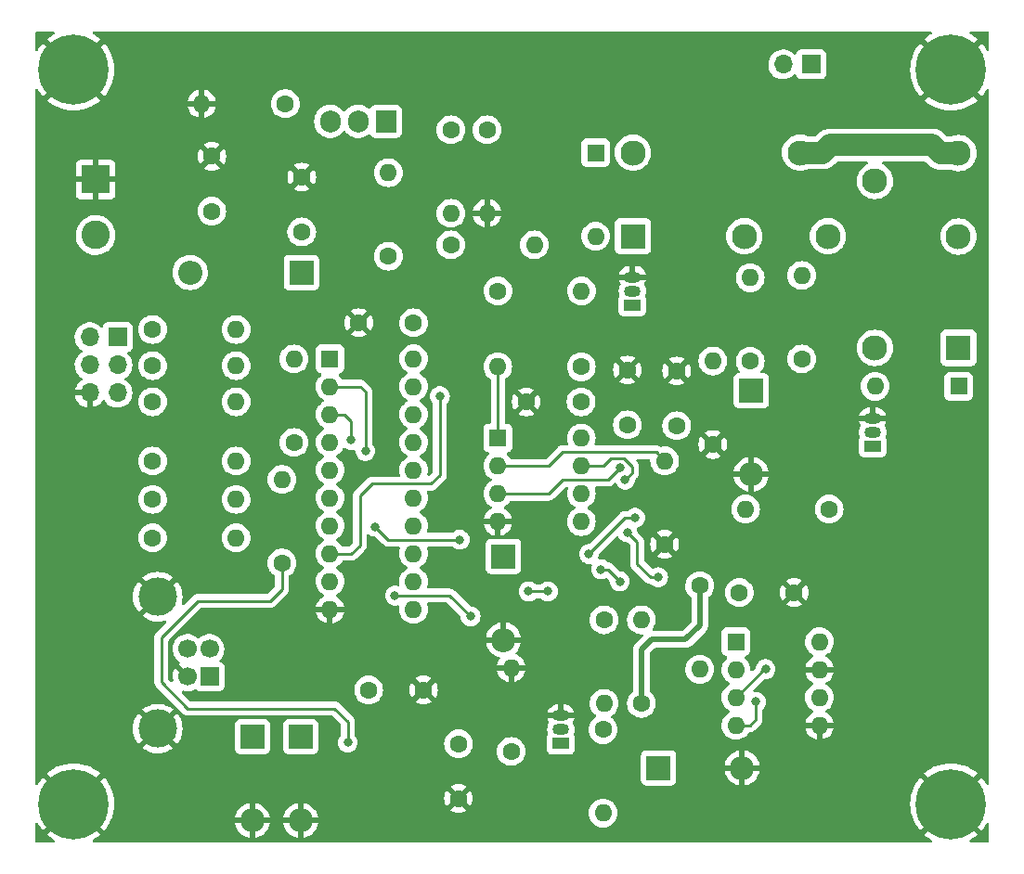
<source format=gbr>
%TF.GenerationSoftware,KiCad,Pcbnew,(6.0.0)*%
%TF.CreationDate,2022-04-10T16:10:43-06:00*%
%TF.ProjectId,USB_curve_tracer,5553425f-6375-4727-9665-5f7472616365,rev?*%
%TF.SameCoordinates,Original*%
%TF.FileFunction,Copper,L2,Bot*%
%TF.FilePolarity,Positive*%
%FSLAX46Y46*%
G04 Gerber Fmt 4.6, Leading zero omitted, Abs format (unit mm)*
G04 Created by KiCad (PCBNEW (6.0.0)) date 2022-04-10 16:10:43*
%MOMM*%
%LPD*%
G01*
G04 APERTURE LIST*
%TA.AperFunction,ComponentPad*%
%ADD10R,1.905000X2.000000*%
%TD*%
%TA.AperFunction,ComponentPad*%
%ADD11O,1.905000X2.000000*%
%TD*%
%TA.AperFunction,ComponentPad*%
%ADD12O,1.500000X1.050000*%
%TD*%
%TA.AperFunction,ComponentPad*%
%ADD13R,1.500000X1.050000*%
%TD*%
%TA.AperFunction,ComponentPad*%
%ADD14C,0.800000*%
%TD*%
%TA.AperFunction,ComponentPad*%
%ADD15C,6.400000*%
%TD*%
%TA.AperFunction,ComponentPad*%
%ADD16C,1.600000*%
%TD*%
%TA.AperFunction,ComponentPad*%
%ADD17O,1.600000X1.600000*%
%TD*%
%TA.AperFunction,ComponentPad*%
%ADD18R,2.200000X2.200000*%
%TD*%
%TA.AperFunction,ComponentPad*%
%ADD19O,2.200000X2.200000*%
%TD*%
%TA.AperFunction,ComponentPad*%
%ADD20R,1.600000X1.600000*%
%TD*%
%TA.AperFunction,ComponentPad*%
%ADD21R,2.300000X2.300000*%
%TD*%
%TA.AperFunction,ComponentPad*%
%ADD22C,2.300000*%
%TD*%
%TA.AperFunction,ComponentPad*%
%ADD23R,1.700000X1.700000*%
%TD*%
%TA.AperFunction,ComponentPad*%
%ADD24O,1.700000X1.700000*%
%TD*%
%TA.AperFunction,ComponentPad*%
%ADD25C,1.700000*%
%TD*%
%TA.AperFunction,ComponentPad*%
%ADD26C,3.500000*%
%TD*%
%TA.AperFunction,ComponentPad*%
%ADD27R,2.600000X2.600000*%
%TD*%
%TA.AperFunction,ComponentPad*%
%ADD28C,2.600000*%
%TD*%
%TA.AperFunction,ViaPad*%
%ADD29C,0.800000*%
%TD*%
%TA.AperFunction,Conductor*%
%ADD30C,0.500000*%
%TD*%
%TA.AperFunction,Conductor*%
%ADD31C,0.250000*%
%TD*%
%TA.AperFunction,Conductor*%
%ADD32C,2.000000*%
%TD*%
G04 APERTURE END LIST*
D10*
%TO.P,Q3,1,G*%
%TO.N,Net-(R16-Pad2)*%
X126180000Y-65020000D03*
D11*
%TO.P,Q3,2,D*%
%TO.N,Net-(K1-Pad2)*%
X123640000Y-65020000D03*
%TO.P,Q3,3,S*%
%TO.N,Net-(R13-Pad1)*%
X121100000Y-65020000D03*
%TD*%
D12*
%TO.P,Q2,2,G*%
%TO.N,Net-(Q2-Pad2)*%
X170560000Y-93400000D03*
%TO.P,Q2,3,S*%
%TO.N,GND*%
X170560000Y-92130000D03*
D13*
%TO.P,Q2,1,D*%
%TO.N,Net-(D12-Pad2)*%
X170560000Y-94670000D03*
%TD*%
D12*
%TO.P,Q1,2,G*%
%TO.N,Net-(R14-Pad2)*%
X148660000Y-80500000D03*
%TO.P,Q1,3,S*%
%TO.N,GND*%
X148660000Y-79230000D03*
D13*
%TO.P,Q1,1,D*%
%TO.N,Net-(D11-Pad2)*%
X148660000Y-81770000D03*
%TD*%
D14*
%TO.P,H2,1,1*%
%TO.N,GND*%
X179397056Y-58617944D03*
X177700000Y-62715000D03*
X176002944Y-58617944D03*
X180100000Y-60315000D03*
D15*
X177700000Y-60315000D03*
D14*
X176002944Y-62012056D03*
X177700000Y-57915000D03*
X175300000Y-60315000D03*
X179397056Y-62012056D03*
%TD*%
D16*
%TO.P,R6,1*%
%TO.N,Net-(J2-Pad3)*%
X104890000Y-87315000D03*
D17*
%TO.P,R6,2*%
%TO.N,/SCL*%
X112510000Y-87315000D03*
%TD*%
D18*
%TO.P,D3,1,K*%
%TO.N,/D+*%
X114000000Y-121190000D03*
D19*
%TO.P,D3,2,A*%
%TO.N,GND*%
X114000000Y-128810000D03*
%TD*%
D16*
%TO.P,R22,1*%
%TO.N,Net-(R19-Pad2)*%
X132090000Y-76300000D03*
D17*
%TO.P,R22,2*%
%TO.N,Net-(R22-Pad2)*%
X139710000Y-76300000D03*
%TD*%
D16*
%TO.P,R2,1*%
%TO.N,Net-(R1-Pad2)*%
X146080000Y-110510000D03*
D17*
%TO.P,R2,2*%
%TO.N,3V_REF*%
X146080000Y-118130000D03*
%TD*%
D20*
%TO.P,U8,1,~{CS}/SHDN*%
%TO.N,/Device Test/ADC_CS*%
X136380000Y-93920000D03*
D17*
%TO.P,U8,2,CH0*%
%TO.N,Net-(C11-Pad1)*%
X136380000Y-96460000D03*
%TO.P,U8,3,CH1*%
%TO.N,Net-(C12-Pad1)*%
X136380000Y-99000000D03*
%TO.P,U8,4,VSS*%
%TO.N,GND*%
X136380000Y-101540000D03*
%TO.P,U8,5,DIN*%
%TO.N,/MOSI*%
X144000000Y-101540000D03*
%TO.P,U8,6,DOUT*%
%TO.N,/MISO*%
X144000000Y-99000000D03*
%TO.P,U8,7,CLK*%
%TO.N,/SCL*%
X144000000Y-96460000D03*
%TO.P,U8,8,VDD/VREF*%
%TO.N,3V_REF*%
X144000000Y-93920000D03*
%TD*%
D16*
%TO.P,R15,1*%
%TO.N,Net-(Q2-Pad2)*%
X166600000Y-100400000D03*
D17*
%TO.P,R15,2*%
%TO.N,/Device Test/HIGH_FLIP*%
X158980000Y-100400000D03*
%TD*%
D16*
%TO.P,R4,1*%
%TO.N,Net-(R3-Pad2)*%
X137600000Y-122525000D03*
D17*
%TO.P,R4,2*%
%TO.N,GND*%
X137600000Y-114905000D03*
%TD*%
D21*
%TO.P,K2,1*%
%TO.N,+12V*%
X178400000Y-85700000D03*
D22*
%TO.P,K2,2*%
X178400000Y-75540000D03*
%TO.P,K2,3*%
%TO.N,Net-(D8-Pad1)*%
X178400000Y-67920000D03*
%TO.P,K2,4*%
%TO.N,Net-(D8-Pad2)*%
X170780000Y-70460000D03*
%TO.P,K2,5*%
%TO.N,Net-(D12-Pad2)*%
X170780000Y-85700000D03*
%TD*%
D16*
%TO.P,R13,1*%
%TO.N,Net-(R13-Pad1)*%
X117000000Y-63415000D03*
D17*
%TO.P,R13,2*%
%TO.N,GND*%
X109380000Y-63415000D03*
%TD*%
D20*
%TO.P,D11,1,K*%
%TO.N,+12V*%
X145300000Y-67890000D03*
D17*
%TO.P,D11,2,A*%
%TO.N,Net-(D11-Pad2)*%
X145300000Y-75510000D03*
%TD*%
D16*
%TO.P,C10,1*%
%TO.N,GND*%
X163400000Y-108015000D03*
%TO.P,C10,2*%
%TO.N,+5V*%
X158400000Y-108015000D03*
%TD*%
D18*
%TO.P,D1,1,K*%
%TO.N,+12V*%
X118480000Y-78815000D03*
D19*
%TO.P,D1,2,A*%
%TO.N,Net-(D1-Pad2)*%
X108320000Y-78815000D03*
%TD*%
D16*
%TO.P,C2,1*%
%TO.N,Net-(C2-Pad1)*%
X132800000Y-121815000D03*
%TO.P,C2,2*%
%TO.N,GND*%
X132800000Y-126815000D03*
%TD*%
%TO.P,R29,1*%
%TO.N,3V_REF*%
X144000000Y-87415000D03*
D17*
%TO.P,R29,2*%
%TO.N,/Device Test/ADC_CS*%
X136380000Y-87415000D03*
%TD*%
D14*
%TO.P,H3,1,1*%
%TO.N,GND*%
X99397056Y-125617944D03*
X96002944Y-129012056D03*
D15*
X97700000Y-127315000D03*
D14*
X99397056Y-129012056D03*
X95300000Y-127315000D03*
X100100000Y-127315000D03*
X97700000Y-124915000D03*
X96002944Y-125617944D03*
X97700000Y-129715000D03*
%TD*%
D16*
%TO.P,C3,1*%
%TO.N,GND*%
X129600000Y-116915000D03*
%TO.P,C3,2*%
%TO.N,+5V*%
X124600000Y-116915000D03*
%TD*%
%TO.P,R25,1*%
%TO.N,Net-(C11-Pad1)*%
X164100000Y-86710000D03*
D17*
%TO.P,R25,2*%
%TO.N,Net-(D8-Pad2)*%
X164100000Y-79090000D03*
%TD*%
D16*
%TO.P,R14,1*%
%TO.N,/Device Test/LOW_FLIP*%
X136390000Y-80500000D03*
D17*
%TO.P,R14,2*%
%TO.N,Net-(R14-Pad2)*%
X144010000Y-80500000D03*
%TD*%
D18*
%TO.P,D10,1,K*%
%TO.N,Net-(C12-Pad1)*%
X159500000Y-89600000D03*
D19*
%TO.P,D10,2,A*%
%TO.N,GND*%
X159500000Y-97220000D03*
%TD*%
D16*
%TO.P,R8,1*%
%TO.N,Net-(R8-Pad1)*%
X116700000Y-105325000D03*
D17*
%TO.P,R8,2*%
%TO.N,+5V*%
X116700000Y-97705000D03*
%TD*%
D14*
%TO.P,H1,1,1*%
%TO.N,GND*%
X100100000Y-60315000D03*
X99397056Y-58617944D03*
D15*
X97700000Y-60315000D03*
D14*
X97700000Y-57915000D03*
X96002944Y-62012056D03*
X96002944Y-58617944D03*
X95300000Y-60315000D03*
X97700000Y-62715000D03*
X99397056Y-62012056D03*
%TD*%
D13*
%TO.P,U1,1,FB*%
%TO.N,Net-(R3-Pad2)*%
X142140000Y-121790000D03*
D12*
%TO.P,U1,2,K*%
%TO.N,3V_REF*%
X142140000Y-120520000D03*
%TO.P,U1,3,A*%
%TO.N,GND*%
X142140000Y-119250000D03*
%TD*%
D16*
%TO.P,R10,1*%
%TO.N,Net-(D5-Pad2)*%
X104890000Y-103020000D03*
D17*
%TO.P,R10,2*%
%TO.N,+5V*%
X112510000Y-103020000D03*
%TD*%
D21*
%TO.P,K1,1*%
%TO.N,Net-(D11-Pad2)*%
X148700000Y-75500000D03*
D22*
%TO.P,K1,2*%
%TO.N,Net-(K1-Pad2)*%
X158860000Y-75500000D03*
%TO.P,K1,3*%
%TO.N,Net-(D8-Pad2)*%
X166480000Y-75500000D03*
%TO.P,K1,4*%
%TO.N,Net-(D8-Pad1)*%
X163940000Y-67880000D03*
%TO.P,K1,5*%
%TO.N,+12V*%
X148700000Y-67880000D03*
%TD*%
D23*
%TO.P,J2,1,Pin_1*%
%TO.N,Net-(J2-Pad1)*%
X101700000Y-84720000D03*
D24*
%TO.P,J2,2,Pin_2*%
%TO.N,+5V*%
X99160000Y-84720000D03*
%TO.P,J2,3,Pin_3*%
%TO.N,Net-(J2-Pad3)*%
X101700000Y-87260000D03*
%TO.P,J2,4,Pin_4*%
%TO.N,Net-(J2-Pad4)*%
X99160000Y-87260000D03*
%TO.P,J2,5,Pin_5*%
%TO.N,Net-(J2-Pad5)*%
X101700000Y-89800000D03*
%TO.P,J2,6,Pin_6*%
%TO.N,GND*%
X99160000Y-89800000D03*
%TD*%
D23*
%TO.P,J3,1,VBUS*%
%TO.N,Net-(F1-Pad1)*%
X110080000Y-115670000D03*
D25*
%TO.P,J3,2,D-*%
%TO.N,/D-*%
X110080000Y-113170000D03*
%TO.P,J3,3,D+*%
%TO.N,/D+*%
X108080000Y-113170000D03*
%TO.P,J3,4,GND*%
%TO.N,GND*%
X108080000Y-115670000D03*
D26*
%TO.P,J3,5,Shield*%
X105370000Y-120440000D03*
X105370000Y-108400000D03*
%TD*%
D20*
%TO.P,U7,1,Vdd*%
%TO.N,+5V*%
X158100000Y-112515000D03*
D17*
%TO.P,U7,2,~{CS}*%
%TO.N,/Device Test/DAC_CS*%
X158100000Y-115055000D03*
%TO.P,U7,3,SCK*%
%TO.N,/SCL*%
X158100000Y-117595000D03*
%TO.P,U7,4,SDI*%
%TO.N,/MOSI*%
X158100000Y-120135000D03*
%TO.P,U7,5,~{LDAC}*%
%TO.N,GND*%
X165720000Y-120135000D03*
%TO.P,U7,6,Vref*%
%TO.N,3V_REF*%
X165720000Y-117595000D03*
%TO.P,U7,7,Vss*%
%TO.N,GND*%
X165720000Y-115055000D03*
%TO.P,U7,8,Vout*%
%TO.N,Net-(R22-Pad2)*%
X165720000Y-112515000D03*
%TD*%
D16*
%TO.P,C11,1*%
%TO.N,Net-(C11-Pad1)*%
X152700000Y-92800000D03*
%TO.P,C11,2*%
%TO.N,GND*%
X152700000Y-87800000D03*
%TD*%
%TO.P,R28,1*%
%TO.N,GND*%
X156000000Y-94510000D03*
D17*
%TO.P,R28,2*%
%TO.N,Net-(C12-Pad1)*%
X156000000Y-86890000D03*
%TD*%
D18*
%TO.P,D4,1,K*%
%TO.N,+5V*%
X151050000Y-124015000D03*
D19*
%TO.P,D4,2,A*%
%TO.N,GND*%
X158670000Y-124015000D03*
%TD*%
D16*
%TO.P,R3,1*%
%TO.N,3V_REF*%
X145980000Y-120520000D03*
D17*
%TO.P,R3,2*%
%TO.N,Net-(R3-Pad2)*%
X145980000Y-128140000D03*
%TD*%
D16*
%TO.P,R24,1*%
%TO.N,+5V*%
X154800000Y-107405000D03*
D17*
%TO.P,R24,2*%
%TO.N,/Device Test/DAC_CS*%
X154800000Y-115025000D03*
%TD*%
D18*
%TO.P,D2,1,K*%
%TO.N,/D-*%
X118400000Y-121190000D03*
D19*
%TO.P,D2,2,A*%
%TO.N,GND*%
X118400000Y-128810000D03*
%TD*%
D16*
%TO.P,C1,1*%
%TO.N,GND*%
X118500000Y-70115000D03*
%TO.P,C1,2*%
%TO.N,+12V*%
X118500000Y-75115000D03*
%TD*%
D20*
%TO.P,U3,1,PA2/~{RESET}*%
%TO.N,Net-(J2-Pad5)*%
X121080000Y-86695000D03*
D17*
%TO.P,U3,2,PD0*%
%TO.N,Net-(U2-Pad6)*%
X121080000Y-89235000D03*
%TO.P,U3,3,PD1*%
%TO.N,Net-(U2-Pad5)*%
X121080000Y-91775000D03*
%TO.P,U3,4,PA1/XTAL2*%
%TO.N,unconnected-(U3-Pad4)*%
X121080000Y-94315000D03*
%TO.P,U3,5,PA0/XTAL1*%
%TO.N,unconnected-(U3-Pad5)*%
X121080000Y-96855000D03*
%TO.P,U3,6,PD2*%
%TO.N,unconnected-(U3-Pad6)*%
X121080000Y-99395000D03*
%TO.P,U3,7,PD3*%
%TO.N,/Device Test/HIGH_FLIP*%
X121080000Y-101935000D03*
%TO.P,U3,8,PD4*%
%TO.N,/Device Test/LOW_FLIP*%
X121080000Y-104475000D03*
%TO.P,U3,9,PD5*%
%TO.N,Net-(R12-Pad2)*%
X121080000Y-107015000D03*
%TO.P,U3,10,GND*%
%TO.N,GND*%
X121080000Y-109555000D03*
%TO.P,U3,11,PD6*%
%TO.N,Net-(R11-Pad2)*%
X128700000Y-109555000D03*
%TO.P,U3,12,PB0*%
%TO.N,/Device Test/DAC_CS*%
X128700000Y-107015000D03*
%TO.P,U3,13,PB1*%
%TO.N,/Device Test/ADC_CS*%
X128700000Y-104475000D03*
%TO.P,U3,14,PB2*%
%TO.N,unconnected-(U3-Pad14)*%
X128700000Y-101935000D03*
%TO.P,U3,15,PB3*%
%TO.N,unconnected-(U3-Pad15)*%
X128700000Y-99395000D03*
%TO.P,U3,16,PB4*%
%TO.N,unconnected-(U3-Pad16)*%
X128700000Y-96855000D03*
%TO.P,U3,17,PB5*%
%TO.N,/MOSI*%
X128700000Y-94315000D03*
%TO.P,U3,18,PB6*%
%TO.N,/MISO*%
X128700000Y-91775000D03*
%TO.P,U3,19,PB7*%
%TO.N,/SCL*%
X128700000Y-89235000D03*
%TO.P,U3,20,VCC*%
%TO.N,+5V*%
X128700000Y-86695000D03*
%TD*%
D16*
%TO.P,R27,1*%
%TO.N,GND*%
X151600000Y-103625000D03*
D17*
%TO.P,R27,2*%
%TO.N,Net-(C11-Pad1)*%
X151600000Y-96005000D03*
%TD*%
D16*
%TO.P,R9,1*%
%TO.N,+5V*%
X117800000Y-94325000D03*
D17*
%TO.P,R9,2*%
%TO.N,Net-(J2-Pad5)*%
X117800000Y-86705000D03*
%TD*%
D16*
%TO.P,R1,1*%
%TO.N,+5V*%
X149480000Y-118130000D03*
D17*
%TO.P,R1,2*%
%TO.N,Net-(R1-Pad2)*%
X149480000Y-110510000D03*
%TD*%
D23*
%TO.P,J4,1,Pin_1*%
%TO.N,Net-(D8-Pad2)*%
X164950000Y-59825000D03*
D24*
%TO.P,J4,2,Pin_2*%
%TO.N,Net-(D8-Pad1)*%
X162410000Y-59825000D03*
%TD*%
D16*
%TO.P,R5,1*%
%TO.N,Net-(J2-Pad1)*%
X104900000Y-84015000D03*
D17*
%TO.P,R5,2*%
%TO.N,/MISO*%
X112520000Y-84015000D03*
%TD*%
D14*
%TO.P,H4,1,1*%
%TO.N,GND*%
X175300000Y-127315000D03*
X177700000Y-124915000D03*
X180100000Y-127315000D03*
X176002944Y-129012056D03*
X179397056Y-125617944D03*
D15*
X177700000Y-127315000D03*
D14*
X176002944Y-125617944D03*
X177700000Y-129715000D03*
X179397056Y-129012056D03*
%TD*%
D16*
%TO.P,R16,1*%
%TO.N,Net-(R16-Pad1)*%
X126400000Y-77325000D03*
D17*
%TO.P,R16,2*%
%TO.N,Net-(R16-Pad2)*%
X126400000Y-69705000D03*
%TD*%
D18*
%TO.P,D9,1,K*%
%TO.N,Net-(C11-Pad1)*%
X136900000Y-104715000D03*
D19*
%TO.P,D9,2,A*%
%TO.N,GND*%
X136900000Y-112335000D03*
%TD*%
D20*
%TO.P,D12,1,K*%
%TO.N,+12V*%
X178410000Y-89200000D03*
D17*
%TO.P,D12,2,A*%
%TO.N,Net-(D12-Pad2)*%
X170790000Y-89200000D03*
%TD*%
D16*
%TO.P,C7,1*%
%TO.N,GND*%
X110300000Y-68215000D03*
%TO.P,C7,2*%
%TO.N,+5V*%
X110300000Y-73215000D03*
%TD*%
%TO.P,R11,1*%
%TO.N,Net-(D6-Pad2)*%
X104890000Y-99520000D03*
D17*
%TO.P,R11,2*%
%TO.N,Net-(R11-Pad2)*%
X112510000Y-99520000D03*
%TD*%
D16*
%TO.P,R26,1*%
%TO.N,Net-(C12-Pad1)*%
X159400000Y-86910000D03*
D17*
%TO.P,R26,2*%
%TO.N,Net-(D8-Pad1)*%
X159400000Y-79290000D03*
%TD*%
D16*
%TO.P,C4,1*%
%TO.N,GND*%
X123700000Y-83400000D03*
%TO.P,C4,2*%
%TO.N,+5V*%
X128700000Y-83400000D03*
%TD*%
%TO.P,R12,1*%
%TO.N,Net-(D7-Pad2)*%
X104890000Y-96020000D03*
D17*
%TO.P,R12,2*%
%TO.N,Net-(R12-Pad2)*%
X112510000Y-96020000D03*
%TD*%
D16*
%TO.P,R7,1*%
%TO.N,Net-(J2-Pad4)*%
X104890000Y-90615000D03*
D17*
%TO.P,R7,2*%
%TO.N,/MOSI*%
X112510000Y-90615000D03*
%TD*%
D27*
%TO.P,J1,1,Pin_1*%
%TO.N,GND*%
X99700000Y-70315000D03*
D28*
%TO.P,J1,2,Pin_2*%
%TO.N,Net-(D1-Pad2)*%
X99700000Y-75395000D03*
%TD*%
D16*
%TO.P,C13,1*%
%TO.N,3V_REF*%
X143980000Y-90620000D03*
%TO.P,C13,2*%
%TO.N,GND*%
X138980000Y-90620000D03*
%TD*%
%TO.P,R18,1*%
%TO.N,Net-(R18-Pad1)*%
X135400000Y-65790000D03*
D17*
%TO.P,R18,2*%
%TO.N,GND*%
X135400000Y-73410000D03*
%TD*%
D16*
%TO.P,C12,1*%
%TO.N,Net-(C12-Pad1)*%
X148200000Y-92715000D03*
%TO.P,C12,2*%
%TO.N,GND*%
X148200000Y-87715000D03*
%TD*%
%TO.P,R19,1*%
%TO.N,Net-(R18-Pad1)*%
X132100000Y-65790000D03*
D17*
%TO.P,R19,2*%
%TO.N,Net-(R19-Pad2)*%
X132100000Y-73410000D03*
%TD*%
D29*
%TO.N,GND*%
X114100000Y-74815000D03*
X99100000Y-106915000D03*
X131400000Y-119415000D03*
%TO.N,Net-(C12-Pad1)*%
X147500000Y-96615000D03*
%TO.N,Net-(R8-Pad1)*%
X122700000Y-121700000D03*
%TO.N,/SCL*%
X148200000Y-102515000D03*
X151000000Y-106615000D03*
X160800000Y-115015000D03*
X148000000Y-97715000D03*
%TO.N,/MOSI*%
X147500000Y-107000000D03*
X159900000Y-118000000D03*
X145800000Y-105900000D03*
%TO.N,/Device Test/DAC_CS*%
X139200000Y-107915000D03*
X140949500Y-107915000D03*
%TO.N,Net-(U2-Pad5)*%
X127000000Y-108300000D03*
X133900000Y-110200000D03*
X123000000Y-94100000D03*
%TO.N,Net-(U2-Pad6)*%
X124300000Y-95100000D03*
%TO.N,/Device Test/HIGH_FLIP*%
X125200000Y-102000000D03*
X148900000Y-101200000D03*
X144700000Y-104500000D03*
X132900000Y-103200000D03*
%TO.N,/Device Test/LOW_FLIP*%
X131100000Y-90100000D03*
%TD*%
D30*
%TO.N,+5V*%
X154800000Y-111015000D02*
X153500000Y-112315000D01*
X149480000Y-113235000D02*
X150400000Y-112315000D01*
X150400000Y-112315000D02*
X153500000Y-112315000D01*
X154800000Y-107405000D02*
X154800000Y-111015000D01*
X149480000Y-118130000D02*
X149480000Y-113235000D01*
D31*
%TO.N,Net-(C11-Pad1)*%
X150810000Y-95215000D02*
X151600000Y-96005000D01*
X141055000Y-96460000D02*
X142300000Y-95215000D01*
X136380000Y-96460000D02*
X141055000Y-96460000D01*
X142300000Y-95215000D02*
X150810000Y-95215000D01*
%TO.N,Net-(C12-Pad1)*%
X142300000Y-97715000D02*
X146400000Y-97715000D01*
X141015000Y-99000000D02*
X142300000Y-97715000D01*
X136380000Y-99000000D02*
X141015000Y-99000000D01*
X146400000Y-97715000D02*
X147500000Y-96615000D01*
%TO.N,Net-(R8-Pad1)*%
X121500000Y-118600000D02*
X122700000Y-119800000D01*
X109000000Y-108800000D02*
X105700000Y-112100000D01*
X105700000Y-116200000D02*
X108100000Y-118600000D01*
X122700000Y-119800000D02*
X122700000Y-121700000D01*
X116700000Y-105325000D02*
X116700000Y-107700000D01*
X115600000Y-108800000D02*
X116700000Y-107700000D01*
X109000000Y-108800000D02*
X115600000Y-108800000D01*
X105700000Y-112100000D02*
X105700000Y-116200000D01*
X108100000Y-118600000D02*
X121500000Y-118600000D01*
%TO.N,/SCL*%
X148200000Y-102515000D02*
X149100000Y-103415000D01*
X148600000Y-97115000D02*
X148000000Y-97715000D01*
X144000000Y-96460000D02*
X146055000Y-96460000D01*
X160800000Y-115015000D02*
X160680000Y-115015000D01*
X149100000Y-105415000D02*
X150300000Y-106615000D01*
X149100000Y-103415000D02*
X149100000Y-105415000D01*
X147900000Y-95815000D02*
X148600000Y-96515000D01*
X146700000Y-95815000D02*
X147900000Y-95815000D01*
X148600000Y-96515000D02*
X148600000Y-97115000D01*
X150300000Y-106615000D02*
X151000000Y-106615000D01*
X160680000Y-115015000D02*
X158100000Y-117595000D01*
X146055000Y-96460000D02*
X146700000Y-95815000D01*
%TO.N,/MOSI*%
X159365000Y-120135000D02*
X159900000Y-119600000D01*
X145800000Y-105900000D02*
X146400000Y-105900000D01*
X146400000Y-105900000D02*
X147500000Y-107000000D01*
X158100000Y-120135000D02*
X159365000Y-120135000D01*
X159900000Y-118000000D02*
X159900000Y-119600000D01*
%TO.N,/Device Test/DAC_CS*%
X139200000Y-107915000D02*
X140949500Y-107915000D01*
%TO.N,/Device Test/ADC_CS*%
X136380000Y-93920000D02*
X136380000Y-87415000D01*
%TO.N,Net-(U2-Pad5)*%
X121080000Y-91775000D02*
X122375000Y-91775000D01*
X132000000Y-108300000D02*
X133900000Y-110200000D01*
X127000000Y-108300000D02*
X132000000Y-108300000D01*
X122375000Y-91775000D02*
X123000000Y-92400000D01*
X123000000Y-92400000D02*
X123000000Y-94100000D01*
%TO.N,Net-(U2-Pad6)*%
X124300000Y-89700000D02*
X124300000Y-95100000D01*
X123835000Y-89235000D02*
X124300000Y-89700000D01*
X121080000Y-89235000D02*
X123835000Y-89235000D01*
%TO.N,/Device Test/HIGH_FLIP*%
X144700000Y-104500000D02*
X148000000Y-101200000D01*
X148000000Y-101200000D02*
X148900000Y-101200000D01*
X126400000Y-103200000D02*
X132900000Y-103200000D01*
X125200000Y-102000000D02*
X126400000Y-103200000D01*
%TO.N,/Device Test/LOW_FLIP*%
X130300000Y-98100000D02*
X131100000Y-97300000D01*
X124900000Y-98100000D02*
X130300000Y-98100000D01*
X121080000Y-104475000D02*
X123025000Y-104475000D01*
X123025000Y-104475000D02*
X123800000Y-103700000D01*
X123800000Y-103700000D02*
X123800000Y-99200000D01*
X131100000Y-97300000D02*
X131100000Y-90100000D01*
X123800000Y-99200000D02*
X124900000Y-98100000D01*
D32*
%TO.N,Net-(D8-Pad1)*%
X163940000Y-67880000D02*
X166020000Y-67880000D01*
X166020000Y-67880000D02*
X166700000Y-67200000D01*
X176720000Y-67920000D02*
X178400000Y-67920000D01*
X166700000Y-67200000D02*
X176000000Y-67200000D01*
X176000000Y-67200000D02*
X176720000Y-67920000D01*
%TD*%
%TA.AperFunction,Conductor*%
%TO.N,GND*%
G36*
X95929157Y-56843002D02*
G01*
X95975650Y-56896658D01*
X95985754Y-56966932D01*
X95956260Y-57031512D01*
X95918239Y-57061267D01*
X95846397Y-57097872D01*
X95840687Y-57101169D01*
X95520265Y-57309253D01*
X95514939Y-57313123D01*
X95276165Y-57506478D01*
X95267700Y-57518733D01*
X95274034Y-57529824D01*
X97687188Y-59942978D01*
X97701132Y-59950592D01*
X97702965Y-59950461D01*
X97709580Y-59946210D01*
X100125100Y-57530690D01*
X100132241Y-57517614D01*
X100124784Y-57507247D01*
X99885065Y-57313126D01*
X99879728Y-57309249D01*
X99559315Y-57101170D01*
X99553606Y-57097873D01*
X99481762Y-57061267D01*
X99430147Y-57012519D01*
X99413081Y-56943604D01*
X99435982Y-56876402D01*
X99491579Y-56832250D01*
X99538965Y-56823000D01*
X175861036Y-56823000D01*
X175929157Y-56843002D01*
X175975650Y-56896658D01*
X175985754Y-56966932D01*
X175956260Y-57031512D01*
X175918239Y-57061267D01*
X175846397Y-57097872D01*
X175840687Y-57101169D01*
X175520265Y-57309253D01*
X175514939Y-57313123D01*
X175276165Y-57506478D01*
X175267700Y-57518733D01*
X175274034Y-57529824D01*
X177687188Y-59942978D01*
X177701132Y-59950592D01*
X177702965Y-59950461D01*
X177709580Y-59946210D01*
X180125100Y-57530690D01*
X180132241Y-57517614D01*
X180124784Y-57507247D01*
X179885065Y-57313126D01*
X179879728Y-57309249D01*
X179559315Y-57101170D01*
X179553606Y-57097873D01*
X179481762Y-57061267D01*
X179430147Y-57012519D01*
X179413081Y-56943604D01*
X179435982Y-56876402D01*
X179491579Y-56832250D01*
X179538965Y-56823000D01*
X181066000Y-56823000D01*
X181134121Y-56843002D01*
X181180614Y-56896658D01*
X181192000Y-56949000D01*
X181192000Y-58476036D01*
X181171998Y-58544157D01*
X181118342Y-58590650D01*
X181048068Y-58600754D01*
X180983488Y-58571260D01*
X180953733Y-58533239D01*
X180917128Y-58461397D01*
X180913831Y-58455687D01*
X180705747Y-58135265D01*
X180701877Y-58129939D01*
X180508522Y-57891165D01*
X180496267Y-57882700D01*
X180485176Y-57889034D01*
X178072022Y-60302188D01*
X178064408Y-60316132D01*
X178064539Y-60317965D01*
X178068790Y-60324580D01*
X180484310Y-62740100D01*
X180497386Y-62747241D01*
X180507753Y-62739784D01*
X180701877Y-62500061D01*
X180705747Y-62494735D01*
X180913831Y-62174313D01*
X180917128Y-62168603D01*
X180953733Y-62096761D01*
X181002481Y-62045146D01*
X181071396Y-62028080D01*
X181138598Y-62050981D01*
X181182750Y-62106578D01*
X181192000Y-62153964D01*
X181192000Y-125476036D01*
X181171998Y-125544157D01*
X181118342Y-125590650D01*
X181048068Y-125600754D01*
X180983488Y-125571260D01*
X180953733Y-125533239D01*
X180917128Y-125461397D01*
X180913831Y-125455687D01*
X180705747Y-125135265D01*
X180701877Y-125129939D01*
X180508522Y-124891165D01*
X180496267Y-124882700D01*
X180485176Y-124889034D01*
X178072022Y-127302188D01*
X178064408Y-127316132D01*
X178064539Y-127317965D01*
X178068790Y-127324580D01*
X180484310Y-129740100D01*
X180497386Y-129747241D01*
X180507753Y-129739784D01*
X180701877Y-129500061D01*
X180705747Y-129494735D01*
X180913831Y-129174313D01*
X180917128Y-129168603D01*
X180953733Y-129096761D01*
X181002481Y-129045146D01*
X181071396Y-129028080D01*
X181138598Y-129050981D01*
X181182750Y-129106578D01*
X181192000Y-129153964D01*
X181192000Y-130681000D01*
X181171998Y-130749121D01*
X181118342Y-130795614D01*
X181066000Y-130807000D01*
X179538965Y-130807000D01*
X179470844Y-130786998D01*
X179424351Y-130733342D01*
X179414247Y-130663068D01*
X179443741Y-130598488D01*
X179481762Y-130568733D01*
X179553606Y-130532127D01*
X179559315Y-130528830D01*
X179879728Y-130320751D01*
X179885065Y-130316874D01*
X180123835Y-130123522D01*
X180132300Y-130111267D01*
X180125966Y-130100176D01*
X177712812Y-127687022D01*
X177698868Y-127679408D01*
X177697035Y-127679539D01*
X177690420Y-127683790D01*
X175274900Y-130099310D01*
X175267759Y-130112386D01*
X175275216Y-130122753D01*
X175514935Y-130316874D01*
X175520272Y-130320751D01*
X175840685Y-130528830D01*
X175846394Y-130532127D01*
X175918238Y-130568733D01*
X175969853Y-130617481D01*
X175986919Y-130686396D01*
X175964018Y-130753598D01*
X175908421Y-130797750D01*
X175861035Y-130807000D01*
X99538965Y-130807000D01*
X99470844Y-130786998D01*
X99424351Y-130733342D01*
X99414247Y-130663068D01*
X99443741Y-130598488D01*
X99481762Y-130568733D01*
X99553606Y-130532127D01*
X99559315Y-130528830D01*
X99879728Y-130320751D01*
X99885065Y-130316874D01*
X100123835Y-130123522D01*
X100132300Y-130111267D01*
X100125966Y-130100176D01*
X97712812Y-127687022D01*
X97698868Y-127679408D01*
X97697035Y-127679539D01*
X97690420Y-127683790D01*
X95274900Y-130099310D01*
X95267759Y-130112386D01*
X95275216Y-130122753D01*
X95514935Y-130316874D01*
X95520272Y-130320751D01*
X95840685Y-130528830D01*
X95846394Y-130532127D01*
X95918238Y-130568733D01*
X95969853Y-130617481D01*
X95986919Y-130686396D01*
X95964018Y-130753598D01*
X95908421Y-130797750D01*
X95861035Y-130807000D01*
X94334000Y-130807000D01*
X94265879Y-130786998D01*
X94219386Y-130733342D01*
X94208000Y-130681000D01*
X94208000Y-129153964D01*
X94228002Y-129085843D01*
X94281658Y-129039350D01*
X94351932Y-129029246D01*
X94416512Y-129058740D01*
X94446267Y-129096761D01*
X94482872Y-129168603D01*
X94486169Y-129174313D01*
X94694253Y-129494735D01*
X94698123Y-129500061D01*
X94891478Y-129738835D01*
X94903733Y-129747300D01*
X94914824Y-129740966D01*
X97327978Y-127327812D01*
X97334356Y-127316132D01*
X98064408Y-127316132D01*
X98064539Y-127317965D01*
X98068790Y-127324580D01*
X100484310Y-129740100D01*
X100497386Y-129747241D01*
X100507753Y-129739784D01*
X100701877Y-129500061D01*
X100705747Y-129494735D01*
X100913831Y-129174313D01*
X100917128Y-129168603D01*
X100963583Y-129077431D01*
X112410512Y-129077431D01*
X112464817Y-129303624D01*
X112467866Y-129313009D01*
X112560936Y-129537700D01*
X112565417Y-129546494D01*
X112692496Y-129753867D01*
X112698289Y-129761840D01*
X112856249Y-129946787D01*
X112863213Y-129953751D01*
X113048160Y-130111711D01*
X113056133Y-130117504D01*
X113263506Y-130244583D01*
X113272300Y-130249064D01*
X113496991Y-130342134D01*
X113506376Y-130345183D01*
X113728385Y-130398483D01*
X113742470Y-130397778D01*
X113746000Y-130388899D01*
X113746000Y-130384597D01*
X114254000Y-130384597D01*
X114257973Y-130398128D01*
X114267431Y-130399488D01*
X114493624Y-130345183D01*
X114503009Y-130342134D01*
X114727700Y-130249064D01*
X114736494Y-130244583D01*
X114943867Y-130117504D01*
X114951840Y-130111711D01*
X115136787Y-129953751D01*
X115143751Y-129946787D01*
X115301711Y-129761840D01*
X115307504Y-129753867D01*
X115434583Y-129546494D01*
X115439064Y-129537700D01*
X115532134Y-129313009D01*
X115535183Y-129303624D01*
X115588483Y-129081615D01*
X115588274Y-129077431D01*
X116810512Y-129077431D01*
X116864817Y-129303624D01*
X116867866Y-129313009D01*
X116960936Y-129537700D01*
X116965417Y-129546494D01*
X117092496Y-129753867D01*
X117098289Y-129761840D01*
X117256249Y-129946787D01*
X117263213Y-129953751D01*
X117448160Y-130111711D01*
X117456133Y-130117504D01*
X117663506Y-130244583D01*
X117672300Y-130249064D01*
X117896991Y-130342134D01*
X117906376Y-130345183D01*
X118128385Y-130398483D01*
X118142470Y-130397778D01*
X118146000Y-130388899D01*
X118146000Y-130384597D01*
X118654000Y-130384597D01*
X118657973Y-130398128D01*
X118667431Y-130399488D01*
X118893624Y-130345183D01*
X118903009Y-130342134D01*
X119127700Y-130249064D01*
X119136494Y-130244583D01*
X119343867Y-130117504D01*
X119351840Y-130111711D01*
X119536787Y-129953751D01*
X119543751Y-129946787D01*
X119701711Y-129761840D01*
X119707504Y-129753867D01*
X119834583Y-129546494D01*
X119839064Y-129537700D01*
X119932134Y-129313009D01*
X119935183Y-129303624D01*
X119988483Y-129081615D01*
X119987778Y-129067530D01*
X119978899Y-129064000D01*
X118672115Y-129064000D01*
X118656876Y-129068475D01*
X118655671Y-129069865D01*
X118654000Y-129077548D01*
X118654000Y-130384597D01*
X118146000Y-130384597D01*
X118146000Y-129082115D01*
X118141525Y-129066876D01*
X118140135Y-129065671D01*
X118132452Y-129064000D01*
X116825403Y-129064000D01*
X116811872Y-129067973D01*
X116810512Y-129077431D01*
X115588274Y-129077431D01*
X115587778Y-129067530D01*
X115578899Y-129064000D01*
X114272115Y-129064000D01*
X114256876Y-129068475D01*
X114255671Y-129069865D01*
X114254000Y-129077548D01*
X114254000Y-130384597D01*
X113746000Y-130384597D01*
X113746000Y-129082115D01*
X113741525Y-129066876D01*
X113740135Y-129065671D01*
X113732452Y-129064000D01*
X112425403Y-129064000D01*
X112411872Y-129067973D01*
X112410512Y-129077431D01*
X100963583Y-129077431D01*
X101090578Y-128828189D01*
X101093260Y-128822164D01*
X101202192Y-128538385D01*
X112411517Y-128538385D01*
X112412222Y-128552470D01*
X112421101Y-128556000D01*
X113727885Y-128556000D01*
X113743124Y-128551525D01*
X113744329Y-128550135D01*
X113746000Y-128542452D01*
X113746000Y-128537885D01*
X114254000Y-128537885D01*
X114258475Y-128553124D01*
X114259865Y-128554329D01*
X114267548Y-128556000D01*
X115574597Y-128556000D01*
X115588128Y-128552027D01*
X115589488Y-128542569D01*
X115588483Y-128538385D01*
X116811517Y-128538385D01*
X116812222Y-128552470D01*
X116821101Y-128556000D01*
X118127885Y-128556000D01*
X118143124Y-128551525D01*
X118144329Y-128550135D01*
X118146000Y-128542452D01*
X118146000Y-128537885D01*
X118654000Y-128537885D01*
X118658475Y-128553124D01*
X118659865Y-128554329D01*
X118667548Y-128556000D01*
X119974597Y-128556000D01*
X119988128Y-128552027D01*
X119989488Y-128542569D01*
X119935183Y-128316376D01*
X119932134Y-128306991D01*
X119862964Y-128140000D01*
X144666502Y-128140000D01*
X144686457Y-128368087D01*
X144687881Y-128373400D01*
X144687881Y-128373402D01*
X144736809Y-128556000D01*
X144745716Y-128589243D01*
X144748039Y-128594224D01*
X144748039Y-128594225D01*
X144840151Y-128791762D01*
X144840154Y-128791767D01*
X144842477Y-128796749D01*
X144973802Y-128984300D01*
X145135700Y-129146198D01*
X145140208Y-129149355D01*
X145140211Y-129149357D01*
X145175852Y-129174313D01*
X145323251Y-129277523D01*
X145328233Y-129279846D01*
X145328238Y-129279849D01*
X145399351Y-129313009D01*
X145530757Y-129374284D01*
X145536065Y-129375706D01*
X145536067Y-129375707D01*
X145746598Y-129432119D01*
X145746600Y-129432119D01*
X145751913Y-129433543D01*
X145980000Y-129453498D01*
X146208087Y-129433543D01*
X146213400Y-129432119D01*
X146213402Y-129432119D01*
X146423933Y-129375707D01*
X146423935Y-129375706D01*
X146429243Y-129374284D01*
X146560649Y-129313009D01*
X146631762Y-129279849D01*
X146631767Y-129279846D01*
X146636749Y-129277523D01*
X146784148Y-129174313D01*
X146819789Y-129149357D01*
X146819792Y-129149355D01*
X146824300Y-129146198D01*
X146986198Y-128984300D01*
X147117523Y-128796749D01*
X147119846Y-128791767D01*
X147119849Y-128791762D01*
X147211961Y-128594225D01*
X147211961Y-128594224D01*
X147214284Y-128589243D01*
X147223192Y-128556000D01*
X147272119Y-128373402D01*
X147272119Y-128373400D01*
X147273543Y-128368087D01*
X147293498Y-128140000D01*
X147273543Y-127911913D01*
X147270890Y-127902012D01*
X147215707Y-127696067D01*
X147215706Y-127696065D01*
X147214284Y-127690757D01*
X147142318Y-127536424D01*
X147119849Y-127488238D01*
X147119846Y-127488233D01*
X147117523Y-127483251D01*
X147006420Y-127324580D01*
X147002023Y-127318301D01*
X173987084Y-127318301D01*
X174007080Y-127699833D01*
X174007766Y-127706371D01*
X174067535Y-128083734D01*
X174068906Y-128090184D01*
X174167788Y-128459216D01*
X174169829Y-128465498D01*
X174306740Y-128822164D01*
X174309422Y-128828189D01*
X174482872Y-129168603D01*
X174486169Y-129174313D01*
X174694253Y-129494735D01*
X174698123Y-129500061D01*
X174891478Y-129738835D01*
X174903733Y-129747300D01*
X174914824Y-129740966D01*
X177327978Y-127327812D01*
X177335592Y-127313868D01*
X177335461Y-127312035D01*
X177331210Y-127305420D01*
X174915690Y-124889900D01*
X174902614Y-124882759D01*
X174892247Y-124890216D01*
X174698123Y-125129939D01*
X174694253Y-125135265D01*
X174486169Y-125455687D01*
X174482872Y-125461397D01*
X174309422Y-125801811D01*
X174306740Y-125807836D01*
X174169829Y-126164502D01*
X174167788Y-126170784D01*
X174068906Y-126539816D01*
X174067535Y-126546266D01*
X174007766Y-126923629D01*
X174007080Y-126930167D01*
X173987084Y-127311699D01*
X173987084Y-127318301D01*
X147002023Y-127318301D01*
X146989357Y-127300211D01*
X146989355Y-127300208D01*
X146986198Y-127295700D01*
X146824300Y-127133802D01*
X146819792Y-127130645D01*
X146819789Y-127130643D01*
X146686794Y-127037519D01*
X146636749Y-127002477D01*
X146631767Y-127000154D01*
X146631762Y-127000151D01*
X146434225Y-126908039D01*
X146434224Y-126908039D01*
X146429243Y-126905716D01*
X146423935Y-126904294D01*
X146423933Y-126904293D01*
X146213402Y-126847881D01*
X146213400Y-126847881D01*
X146208087Y-126846457D01*
X145980000Y-126826502D01*
X145751913Y-126846457D01*
X145746600Y-126847881D01*
X145746598Y-126847881D01*
X145536067Y-126904293D01*
X145536065Y-126904294D01*
X145530757Y-126905716D01*
X145525776Y-126908039D01*
X145525775Y-126908039D01*
X145328238Y-127000151D01*
X145328233Y-127000154D01*
X145323251Y-127002477D01*
X145273206Y-127037519D01*
X145140211Y-127130643D01*
X145140208Y-127130645D01*
X145135700Y-127133802D01*
X144973802Y-127295700D01*
X144970645Y-127300208D01*
X144970643Y-127300211D01*
X144953580Y-127324580D01*
X144842477Y-127483251D01*
X144840154Y-127488233D01*
X144840151Y-127488238D01*
X144817682Y-127536424D01*
X144745716Y-127690757D01*
X144744294Y-127696065D01*
X144744293Y-127696067D01*
X144689110Y-127902012D01*
X144686457Y-127911913D01*
X144666502Y-128140000D01*
X119862964Y-128140000D01*
X119839064Y-128082300D01*
X119834583Y-128073506D01*
X119728909Y-127901062D01*
X132078493Y-127901062D01*
X132087789Y-127913077D01*
X132138994Y-127948931D01*
X132148489Y-127954414D01*
X132345947Y-128046490D01*
X132356239Y-128050236D01*
X132566688Y-128106625D01*
X132577481Y-128108528D01*
X132794525Y-128127517D01*
X132805475Y-128127517D01*
X133022519Y-128108528D01*
X133033312Y-128106625D01*
X133243761Y-128050236D01*
X133254053Y-128046490D01*
X133451511Y-127954414D01*
X133461006Y-127948931D01*
X133513048Y-127912491D01*
X133521424Y-127902012D01*
X133514356Y-127888566D01*
X132812812Y-127187022D01*
X132798868Y-127179408D01*
X132797035Y-127179539D01*
X132790420Y-127183790D01*
X132084923Y-127889287D01*
X132078493Y-127901062D01*
X119728909Y-127901062D01*
X119707504Y-127866133D01*
X119701711Y-127858160D01*
X119543751Y-127673213D01*
X119536787Y-127666249D01*
X119351840Y-127508289D01*
X119343867Y-127502496D01*
X119136494Y-127375417D01*
X119127700Y-127370936D01*
X118903009Y-127277866D01*
X118893624Y-127274817D01*
X118671615Y-127221517D01*
X118657530Y-127222222D01*
X118654000Y-127231101D01*
X118654000Y-128537885D01*
X118146000Y-128537885D01*
X118146000Y-127235403D01*
X118142027Y-127221872D01*
X118132569Y-127220512D01*
X117906376Y-127274817D01*
X117896991Y-127277866D01*
X117672300Y-127370936D01*
X117663506Y-127375417D01*
X117456133Y-127502496D01*
X117448160Y-127508289D01*
X117263213Y-127666249D01*
X117256249Y-127673213D01*
X117098289Y-127858160D01*
X117092496Y-127866133D01*
X116965417Y-128073506D01*
X116960936Y-128082300D01*
X116867866Y-128306991D01*
X116864817Y-128316376D01*
X116811517Y-128538385D01*
X115588483Y-128538385D01*
X115535183Y-128316376D01*
X115532134Y-128306991D01*
X115439064Y-128082300D01*
X115434583Y-128073506D01*
X115307504Y-127866133D01*
X115301711Y-127858160D01*
X115143751Y-127673213D01*
X115136787Y-127666249D01*
X114951840Y-127508289D01*
X114943867Y-127502496D01*
X114736494Y-127375417D01*
X114727700Y-127370936D01*
X114503009Y-127277866D01*
X114493624Y-127274817D01*
X114271615Y-127221517D01*
X114257530Y-127222222D01*
X114254000Y-127231101D01*
X114254000Y-128537885D01*
X113746000Y-128537885D01*
X113746000Y-127235403D01*
X113742027Y-127221872D01*
X113732569Y-127220512D01*
X113506376Y-127274817D01*
X113496991Y-127277866D01*
X113272300Y-127370936D01*
X113263506Y-127375417D01*
X113056133Y-127502496D01*
X113048160Y-127508289D01*
X112863213Y-127666249D01*
X112856249Y-127673213D01*
X112698289Y-127858160D01*
X112692496Y-127866133D01*
X112565417Y-128073506D01*
X112560936Y-128082300D01*
X112467866Y-128306991D01*
X112464817Y-128316376D01*
X112411517Y-128538385D01*
X101202192Y-128538385D01*
X101230171Y-128465498D01*
X101232212Y-128459216D01*
X101331094Y-128090184D01*
X101332465Y-128083734D01*
X101392234Y-127706371D01*
X101392920Y-127699833D01*
X101412916Y-127318301D01*
X101412916Y-127311699D01*
X101392920Y-126930167D01*
X101392234Y-126923629D01*
X101375896Y-126820475D01*
X131487483Y-126820475D01*
X131506472Y-127037519D01*
X131508375Y-127048312D01*
X131564764Y-127258761D01*
X131568510Y-127269053D01*
X131660586Y-127466511D01*
X131666069Y-127476006D01*
X131702509Y-127528048D01*
X131712988Y-127536424D01*
X131726434Y-127529356D01*
X132427978Y-126827812D01*
X132434356Y-126816132D01*
X133164408Y-126816132D01*
X133164539Y-126817965D01*
X133168790Y-126824580D01*
X133874287Y-127530077D01*
X133886062Y-127536507D01*
X133898077Y-127527211D01*
X133933931Y-127476006D01*
X133939414Y-127466511D01*
X134031490Y-127269053D01*
X134035236Y-127258761D01*
X134091625Y-127048312D01*
X134093528Y-127037519D01*
X134112517Y-126820475D01*
X134112517Y-126809525D01*
X134093528Y-126592481D01*
X134091625Y-126581688D01*
X134035236Y-126371239D01*
X134031490Y-126360947D01*
X133939414Y-126163489D01*
X133933931Y-126153994D01*
X133897491Y-126101952D01*
X133887012Y-126093576D01*
X133873566Y-126100644D01*
X133172022Y-126802188D01*
X133164408Y-126816132D01*
X132434356Y-126816132D01*
X132435592Y-126813868D01*
X132435461Y-126812035D01*
X132431210Y-126805420D01*
X131725713Y-126099923D01*
X131713938Y-126093493D01*
X131701923Y-126102789D01*
X131666069Y-126153994D01*
X131660586Y-126163489D01*
X131568510Y-126360947D01*
X131564764Y-126371239D01*
X131508375Y-126581688D01*
X131506472Y-126592481D01*
X131487483Y-126809525D01*
X131487483Y-126820475D01*
X101375896Y-126820475D01*
X101332465Y-126546266D01*
X101331094Y-126539816D01*
X101232212Y-126170784D01*
X101230171Y-126164502D01*
X101093260Y-125807836D01*
X101090578Y-125801811D01*
X101052963Y-125727988D01*
X132078576Y-125727988D01*
X132085644Y-125741434D01*
X132787188Y-126442978D01*
X132801132Y-126450592D01*
X132802965Y-126450461D01*
X132809580Y-126446210D01*
X133515077Y-125740713D01*
X133521507Y-125728938D01*
X133512211Y-125716923D01*
X133461006Y-125681069D01*
X133451511Y-125675586D01*
X133254053Y-125583510D01*
X133243761Y-125579764D01*
X133033312Y-125523375D01*
X133022519Y-125521472D01*
X132805475Y-125502483D01*
X132794525Y-125502483D01*
X132577481Y-125521472D01*
X132566688Y-125523375D01*
X132356239Y-125579764D01*
X132345947Y-125583510D01*
X132148489Y-125675586D01*
X132138994Y-125681069D01*
X132086952Y-125717509D01*
X132078576Y-125727988D01*
X101052963Y-125727988D01*
X100917128Y-125461397D01*
X100913831Y-125455687D01*
X100723845Y-125163134D01*
X149441500Y-125163134D01*
X149448255Y-125225316D01*
X149499385Y-125361705D01*
X149586739Y-125478261D01*
X149703295Y-125565615D01*
X149839684Y-125616745D01*
X149901866Y-125623500D01*
X152198134Y-125623500D01*
X152260316Y-125616745D01*
X152396705Y-125565615D01*
X152513261Y-125478261D01*
X152600615Y-125361705D01*
X152651745Y-125225316D01*
X152658500Y-125163134D01*
X152658500Y-124282431D01*
X157080512Y-124282431D01*
X157134817Y-124508624D01*
X157137866Y-124518009D01*
X157230936Y-124742700D01*
X157235417Y-124751494D01*
X157362496Y-124958867D01*
X157368289Y-124966840D01*
X157526249Y-125151787D01*
X157533213Y-125158751D01*
X157718160Y-125316711D01*
X157726133Y-125322504D01*
X157933506Y-125449583D01*
X157942300Y-125454064D01*
X158166991Y-125547134D01*
X158176376Y-125550183D01*
X158398385Y-125603483D01*
X158412470Y-125602778D01*
X158416000Y-125593899D01*
X158416000Y-125589597D01*
X158924000Y-125589597D01*
X158927973Y-125603128D01*
X158937431Y-125604488D01*
X159163624Y-125550183D01*
X159173009Y-125547134D01*
X159397700Y-125454064D01*
X159406494Y-125449583D01*
X159613867Y-125322504D01*
X159621840Y-125316711D01*
X159806787Y-125158751D01*
X159813751Y-125151787D01*
X159971711Y-124966840D01*
X159977504Y-124958867D01*
X160104583Y-124751494D01*
X160109064Y-124742700D01*
X160201834Y-124518733D01*
X175267700Y-124518733D01*
X175274034Y-124529824D01*
X177687188Y-126942978D01*
X177701132Y-126950592D01*
X177702965Y-126950461D01*
X177709580Y-126946210D01*
X180125100Y-124530690D01*
X180132241Y-124517614D01*
X180124784Y-124507247D01*
X179885065Y-124313126D01*
X179879728Y-124309249D01*
X179559315Y-124101170D01*
X179553606Y-124097873D01*
X179213189Y-123924422D01*
X179207164Y-123921740D01*
X178850498Y-123784829D01*
X178844216Y-123782788D01*
X178475184Y-123683906D01*
X178468734Y-123682535D01*
X178091371Y-123622766D01*
X178084833Y-123622080D01*
X177703301Y-123602084D01*
X177696699Y-123602084D01*
X177315167Y-123622080D01*
X177308629Y-123622766D01*
X176931266Y-123682535D01*
X176924816Y-123683906D01*
X176555784Y-123782788D01*
X176549502Y-123784829D01*
X176192836Y-123921740D01*
X176186811Y-123924422D01*
X175846397Y-124097872D01*
X175840687Y-124101169D01*
X175520265Y-124309253D01*
X175514939Y-124313123D01*
X175276165Y-124506478D01*
X175267700Y-124518733D01*
X160201834Y-124518733D01*
X160202134Y-124518009D01*
X160205183Y-124508624D01*
X160258483Y-124286615D01*
X160257778Y-124272530D01*
X160248899Y-124269000D01*
X158942115Y-124269000D01*
X158926876Y-124273475D01*
X158925671Y-124274865D01*
X158924000Y-124282548D01*
X158924000Y-125589597D01*
X158416000Y-125589597D01*
X158416000Y-124287115D01*
X158411525Y-124271876D01*
X158410135Y-124270671D01*
X158402452Y-124269000D01*
X157095403Y-124269000D01*
X157081872Y-124272973D01*
X157080512Y-124282431D01*
X152658500Y-124282431D01*
X152658500Y-123743385D01*
X157081517Y-123743385D01*
X157082222Y-123757470D01*
X157091101Y-123761000D01*
X158397885Y-123761000D01*
X158413124Y-123756525D01*
X158414329Y-123755135D01*
X158416000Y-123747452D01*
X158416000Y-123742885D01*
X158924000Y-123742885D01*
X158928475Y-123758124D01*
X158929865Y-123759329D01*
X158937548Y-123761000D01*
X160244597Y-123761000D01*
X160258128Y-123757027D01*
X160259488Y-123747569D01*
X160205183Y-123521376D01*
X160202134Y-123511991D01*
X160109064Y-123287300D01*
X160104583Y-123278506D01*
X159977504Y-123071133D01*
X159971711Y-123063160D01*
X159813751Y-122878213D01*
X159806787Y-122871249D01*
X159621840Y-122713289D01*
X159613867Y-122707496D01*
X159406494Y-122580417D01*
X159397700Y-122575936D01*
X159173009Y-122482866D01*
X159163624Y-122479817D01*
X158941615Y-122426517D01*
X158927530Y-122427222D01*
X158924000Y-122436101D01*
X158924000Y-123742885D01*
X158416000Y-123742885D01*
X158416000Y-122440403D01*
X158412027Y-122426872D01*
X158402569Y-122425512D01*
X158176376Y-122479817D01*
X158166991Y-122482866D01*
X157942300Y-122575936D01*
X157933506Y-122580417D01*
X157726133Y-122707496D01*
X157718160Y-122713289D01*
X157533213Y-122871249D01*
X157526249Y-122878213D01*
X157368289Y-123063160D01*
X157362496Y-123071133D01*
X157235417Y-123278506D01*
X157230936Y-123287300D01*
X157137866Y-123511991D01*
X157134817Y-123521376D01*
X157081517Y-123743385D01*
X152658500Y-123743385D01*
X152658500Y-122866866D01*
X152651745Y-122804684D01*
X152600615Y-122668295D01*
X152513261Y-122551739D01*
X152396705Y-122464385D01*
X152260316Y-122413255D01*
X152198134Y-122406500D01*
X149901866Y-122406500D01*
X149839684Y-122413255D01*
X149703295Y-122464385D01*
X149586739Y-122551739D01*
X149499385Y-122668295D01*
X149448255Y-122804684D01*
X149441500Y-122866866D01*
X149441500Y-125163134D01*
X100723845Y-125163134D01*
X100705747Y-125135265D01*
X100701877Y-125129939D01*
X100508522Y-124891165D01*
X100496267Y-124882700D01*
X100485176Y-124889034D01*
X98072022Y-127302188D01*
X98064408Y-127316132D01*
X97334356Y-127316132D01*
X97335592Y-127313868D01*
X97335461Y-127312035D01*
X97331210Y-127305420D01*
X94915690Y-124889900D01*
X94902614Y-124882759D01*
X94892247Y-124890216D01*
X94698123Y-125129939D01*
X94694253Y-125135265D01*
X94486169Y-125455687D01*
X94482872Y-125461397D01*
X94446267Y-125533239D01*
X94397519Y-125584854D01*
X94328604Y-125601920D01*
X94261402Y-125579019D01*
X94217250Y-125523422D01*
X94208000Y-125476036D01*
X94208000Y-124518733D01*
X95267700Y-124518733D01*
X95274034Y-124529824D01*
X97687188Y-126942978D01*
X97701132Y-126950592D01*
X97702965Y-126950461D01*
X97709580Y-126946210D01*
X100125100Y-124530690D01*
X100132241Y-124517614D01*
X100124784Y-124507247D01*
X99885065Y-124313126D01*
X99879728Y-124309249D01*
X99559315Y-124101170D01*
X99553606Y-124097873D01*
X99213189Y-123924422D01*
X99207164Y-123921740D01*
X98850498Y-123784829D01*
X98844216Y-123782788D01*
X98475184Y-123683906D01*
X98468734Y-123682535D01*
X98091371Y-123622766D01*
X98084833Y-123622080D01*
X97703301Y-123602084D01*
X97696699Y-123602084D01*
X97315167Y-123622080D01*
X97308629Y-123622766D01*
X96931266Y-123682535D01*
X96924816Y-123683906D01*
X96555784Y-123782788D01*
X96549502Y-123784829D01*
X96192836Y-123921740D01*
X96186811Y-123924422D01*
X95846397Y-124097872D01*
X95840687Y-124101169D01*
X95520265Y-124309253D01*
X95514939Y-124313123D01*
X95276165Y-124506478D01*
X95267700Y-124518733D01*
X94208000Y-124518733D01*
X94208000Y-122208856D01*
X103966601Y-122208856D01*
X103973059Y-122218216D01*
X103989361Y-122232512D01*
X103995901Y-122237530D01*
X104235144Y-122397387D01*
X104242281Y-122401508D01*
X104500349Y-122528772D01*
X104507953Y-122531922D01*
X104780420Y-122624412D01*
X104788383Y-122626546D01*
X105070600Y-122682683D01*
X105078751Y-122683756D01*
X105365881Y-122702575D01*
X105374119Y-122702575D01*
X105661249Y-122683756D01*
X105669400Y-122682683D01*
X105951617Y-122626546D01*
X105959580Y-122624412D01*
X106232047Y-122531922D01*
X106239651Y-122528772D01*
X106497719Y-122401508D01*
X106504856Y-122397387D01*
X106593534Y-122338134D01*
X112391500Y-122338134D01*
X112398255Y-122400316D01*
X112449385Y-122536705D01*
X112536739Y-122653261D01*
X112653295Y-122740615D01*
X112789684Y-122791745D01*
X112851866Y-122798500D01*
X115148134Y-122798500D01*
X115210316Y-122791745D01*
X115346705Y-122740615D01*
X115463261Y-122653261D01*
X115550615Y-122536705D01*
X115601745Y-122400316D01*
X115608500Y-122338134D01*
X116791500Y-122338134D01*
X116798255Y-122400316D01*
X116849385Y-122536705D01*
X116936739Y-122653261D01*
X117053295Y-122740615D01*
X117189684Y-122791745D01*
X117251866Y-122798500D01*
X119548134Y-122798500D01*
X119610316Y-122791745D01*
X119746705Y-122740615D01*
X119863261Y-122653261D01*
X119950615Y-122536705D01*
X120001745Y-122400316D01*
X120008500Y-122338134D01*
X120008500Y-120041866D01*
X120001745Y-119979684D01*
X119950615Y-119843295D01*
X119863261Y-119726739D01*
X119746705Y-119639385D01*
X119610316Y-119588255D01*
X119548134Y-119581500D01*
X117251866Y-119581500D01*
X117189684Y-119588255D01*
X117053295Y-119639385D01*
X116936739Y-119726739D01*
X116849385Y-119843295D01*
X116798255Y-119979684D01*
X116791500Y-120041866D01*
X116791500Y-122338134D01*
X115608500Y-122338134D01*
X115608500Y-120041866D01*
X115601745Y-119979684D01*
X115550615Y-119843295D01*
X115463261Y-119726739D01*
X115346705Y-119639385D01*
X115210316Y-119588255D01*
X115148134Y-119581500D01*
X112851866Y-119581500D01*
X112789684Y-119588255D01*
X112653295Y-119639385D01*
X112536739Y-119726739D01*
X112449385Y-119843295D01*
X112398255Y-119979684D01*
X112391500Y-120041866D01*
X112391500Y-122338134D01*
X106593534Y-122338134D01*
X106744099Y-122237530D01*
X106750639Y-122232512D01*
X106765074Y-122219853D01*
X106773472Y-122206614D01*
X106767638Y-122196849D01*
X105382810Y-120812020D01*
X105368869Y-120804408D01*
X105367034Y-120804539D01*
X105360420Y-120808790D01*
X103974116Y-122195095D01*
X103966601Y-122208856D01*
X94208000Y-122208856D01*
X94208000Y-120444119D01*
X103107425Y-120444119D01*
X103126244Y-120731249D01*
X103127317Y-120739400D01*
X103183454Y-121021617D01*
X103185588Y-121029580D01*
X103278078Y-121302047D01*
X103281228Y-121309651D01*
X103408492Y-121567718D01*
X103412613Y-121574855D01*
X103572470Y-121814099D01*
X103577488Y-121820639D01*
X103590147Y-121835074D01*
X103603386Y-121843472D01*
X103613151Y-121837638D01*
X104997980Y-120452810D01*
X105004357Y-120441131D01*
X105734408Y-120441131D01*
X105734539Y-120442966D01*
X105738790Y-120449580D01*
X107125095Y-121835884D01*
X107138856Y-121843399D01*
X107148216Y-121836941D01*
X107162512Y-121820639D01*
X107167530Y-121814099D01*
X107327387Y-121574855D01*
X107331508Y-121567718D01*
X107458772Y-121309651D01*
X107461922Y-121302047D01*
X107554412Y-121029580D01*
X107556546Y-121021617D01*
X107612683Y-120739400D01*
X107613756Y-120731249D01*
X107632575Y-120444119D01*
X107632575Y-120435881D01*
X107613756Y-120148751D01*
X107612683Y-120140600D01*
X107556546Y-119858383D01*
X107554412Y-119850420D01*
X107461922Y-119577953D01*
X107458772Y-119570349D01*
X107331508Y-119312282D01*
X107327387Y-119305145D01*
X107167530Y-119065901D01*
X107162512Y-119059361D01*
X107149853Y-119044926D01*
X107136614Y-119036528D01*
X107126849Y-119042362D01*
X105742020Y-120427190D01*
X105734408Y-120441131D01*
X105004357Y-120441131D01*
X105005592Y-120438869D01*
X105005461Y-120437034D01*
X105001210Y-120430420D01*
X103614905Y-119044116D01*
X103601144Y-119036601D01*
X103591784Y-119043059D01*
X103577488Y-119059361D01*
X103572470Y-119065901D01*
X103412613Y-119305145D01*
X103408492Y-119312282D01*
X103281228Y-119570349D01*
X103278078Y-119577953D01*
X103185588Y-119850420D01*
X103183454Y-119858383D01*
X103127317Y-120140600D01*
X103126244Y-120148751D01*
X103107425Y-120435881D01*
X103107425Y-120444119D01*
X94208000Y-120444119D01*
X94208000Y-118673386D01*
X103966528Y-118673386D01*
X103972362Y-118683151D01*
X105357190Y-120067980D01*
X105371131Y-120075592D01*
X105372966Y-120075461D01*
X105379580Y-120071210D01*
X106765884Y-118684905D01*
X106773399Y-118671144D01*
X106766941Y-118661784D01*
X106750639Y-118647488D01*
X106744099Y-118642470D01*
X106504856Y-118482613D01*
X106497719Y-118478492D01*
X106239651Y-118351228D01*
X106232047Y-118348078D01*
X105959580Y-118255588D01*
X105951617Y-118253454D01*
X105669400Y-118197317D01*
X105661249Y-118196244D01*
X105374119Y-118177425D01*
X105365881Y-118177425D01*
X105078751Y-118196244D01*
X105070600Y-118197317D01*
X104788383Y-118253454D01*
X104780420Y-118255588D01*
X104507953Y-118348078D01*
X104500349Y-118351228D01*
X104242282Y-118478492D01*
X104235145Y-118482613D01*
X103995901Y-118642470D01*
X103989361Y-118647488D01*
X103974926Y-118660147D01*
X103966528Y-118673386D01*
X94208000Y-118673386D01*
X94208000Y-110168855D01*
X103966601Y-110168855D01*
X103973060Y-110178217D01*
X103989361Y-110192512D01*
X103995901Y-110197530D01*
X104235144Y-110357387D01*
X104242281Y-110361508D01*
X104500349Y-110488772D01*
X104507953Y-110491922D01*
X104780420Y-110584412D01*
X104788383Y-110586546D01*
X105070600Y-110642683D01*
X105078751Y-110643756D01*
X105365881Y-110662575D01*
X105374119Y-110662575D01*
X105661249Y-110643756D01*
X105669400Y-110642683D01*
X105951617Y-110586546D01*
X105959580Y-110584412D01*
X105993036Y-110573055D01*
X106063971Y-110570099D01*
X106125243Y-110605962D01*
X106157400Y-110669259D01*
X106150231Y-110739893D01*
X106122632Y-110781463D01*
X105307747Y-111596348D01*
X105299461Y-111603888D01*
X105292982Y-111608000D01*
X105287557Y-111613777D01*
X105246357Y-111657651D01*
X105243602Y-111660493D01*
X105223865Y-111680230D01*
X105221385Y-111683427D01*
X105213682Y-111692447D01*
X105183414Y-111724679D01*
X105179595Y-111731625D01*
X105179593Y-111731628D01*
X105173652Y-111742434D01*
X105162801Y-111758953D01*
X105150386Y-111774959D01*
X105147241Y-111782228D01*
X105147238Y-111782232D01*
X105132826Y-111815537D01*
X105127609Y-111826187D01*
X105106305Y-111864940D01*
X105104334Y-111872615D01*
X105104334Y-111872616D01*
X105101267Y-111884562D01*
X105094863Y-111903266D01*
X105086819Y-111921855D01*
X105085580Y-111929678D01*
X105085577Y-111929688D01*
X105079901Y-111965524D01*
X105077495Y-111977144D01*
X105066500Y-112019970D01*
X105066500Y-112040224D01*
X105064949Y-112059934D01*
X105061780Y-112079943D01*
X105062526Y-112087835D01*
X105065941Y-112123961D01*
X105066500Y-112135819D01*
X105066500Y-116121233D01*
X105065973Y-116132416D01*
X105064298Y-116139909D01*
X105064547Y-116147835D01*
X105064547Y-116147836D01*
X105066438Y-116207986D01*
X105066500Y-116211945D01*
X105066500Y-116239856D01*
X105066997Y-116243790D01*
X105066997Y-116243791D01*
X105067005Y-116243856D01*
X105067938Y-116255693D01*
X105069327Y-116299889D01*
X105074886Y-116319022D01*
X105074978Y-116319339D01*
X105078987Y-116338700D01*
X105081526Y-116358797D01*
X105084445Y-116366168D01*
X105084445Y-116366170D01*
X105097804Y-116399912D01*
X105101649Y-116411142D01*
X105113982Y-116453593D01*
X105118015Y-116460412D01*
X105118017Y-116460417D01*
X105124293Y-116471028D01*
X105132988Y-116488776D01*
X105140448Y-116507617D01*
X105145110Y-116514033D01*
X105145110Y-116514034D01*
X105166436Y-116543387D01*
X105172952Y-116553307D01*
X105195458Y-116591362D01*
X105209779Y-116605683D01*
X105222619Y-116620716D01*
X105234528Y-116637107D01*
X105240634Y-116642158D01*
X105268605Y-116665298D01*
X105277384Y-116673288D01*
X107596343Y-118992247D01*
X107603887Y-119000537D01*
X107608000Y-119007018D01*
X107613777Y-119012443D01*
X107657667Y-119053658D01*
X107660509Y-119056413D01*
X107680231Y-119076135D01*
X107683355Y-119078558D01*
X107683359Y-119078562D01*
X107683424Y-119078612D01*
X107692445Y-119086317D01*
X107724679Y-119116586D01*
X107731627Y-119120405D01*
X107731629Y-119120407D01*
X107742432Y-119126346D01*
X107758959Y-119137202D01*
X107768698Y-119144757D01*
X107768700Y-119144758D01*
X107774960Y-119149614D01*
X107815540Y-119167174D01*
X107826188Y-119172391D01*
X107864940Y-119193695D01*
X107872616Y-119195666D01*
X107872619Y-119195667D01*
X107884562Y-119198733D01*
X107903267Y-119205137D01*
X107921855Y-119213181D01*
X107929678Y-119214420D01*
X107929688Y-119214423D01*
X107965524Y-119220099D01*
X107977144Y-119222505D01*
X108012289Y-119231528D01*
X108019970Y-119233500D01*
X108040224Y-119233500D01*
X108059934Y-119235051D01*
X108079943Y-119238220D01*
X108087835Y-119237474D01*
X108123961Y-119234059D01*
X108135819Y-119233500D01*
X121185406Y-119233500D01*
X121253527Y-119253502D01*
X121274501Y-119270405D01*
X122029595Y-120025499D01*
X122063621Y-120087811D01*
X122066500Y-120114594D01*
X122066500Y-120997476D01*
X122046498Y-121065597D01*
X122034142Y-121081779D01*
X121960960Y-121163056D01*
X121865473Y-121328444D01*
X121806458Y-121510072D01*
X121805768Y-121516633D01*
X121805768Y-121516635D01*
X121805131Y-121522699D01*
X121786496Y-121700000D01*
X121787186Y-121706565D01*
X121804180Y-121868251D01*
X121806458Y-121889928D01*
X121865473Y-122071556D01*
X121960960Y-122236944D01*
X121965378Y-122241851D01*
X121965379Y-122241852D01*
X122084325Y-122373955D01*
X122088747Y-122378866D01*
X122167524Y-122436101D01*
X122227694Y-122479817D01*
X122243248Y-122491118D01*
X122249276Y-122493802D01*
X122249278Y-122493803D01*
X122411681Y-122566109D01*
X122417712Y-122568794D01*
X122511113Y-122588647D01*
X122598056Y-122607128D01*
X122598061Y-122607128D01*
X122604513Y-122608500D01*
X122795487Y-122608500D01*
X122801939Y-122607128D01*
X122801944Y-122607128D01*
X122888887Y-122588647D01*
X122982288Y-122568794D01*
X122988319Y-122566109D01*
X123150722Y-122493803D01*
X123150724Y-122493802D01*
X123156752Y-122491118D01*
X123172307Y-122479817D01*
X123232476Y-122436101D01*
X123311253Y-122378866D01*
X123315675Y-122373955D01*
X123434621Y-122241852D01*
X123434622Y-122241851D01*
X123439040Y-122236944D01*
X123534527Y-122071556D01*
X123593542Y-121889928D01*
X123595821Y-121868251D01*
X123601418Y-121815000D01*
X131486502Y-121815000D01*
X131506457Y-122043087D01*
X131507881Y-122048400D01*
X131507881Y-122048402D01*
X131557214Y-122232512D01*
X131565716Y-122264243D01*
X131568039Y-122269224D01*
X131568039Y-122269225D01*
X131660151Y-122466762D01*
X131660154Y-122466767D01*
X131662477Y-122471749D01*
X131793802Y-122659300D01*
X131955700Y-122821198D01*
X131960208Y-122824355D01*
X131960211Y-122824357D01*
X132016069Y-122863469D01*
X132143251Y-122952523D01*
X132148233Y-122954846D01*
X132148238Y-122954849D01*
X132345775Y-123046961D01*
X132350757Y-123049284D01*
X132356065Y-123050706D01*
X132356067Y-123050707D01*
X132566598Y-123107119D01*
X132566600Y-123107119D01*
X132571913Y-123108543D01*
X132800000Y-123128498D01*
X133028087Y-123108543D01*
X133033400Y-123107119D01*
X133033402Y-123107119D01*
X133243933Y-123050707D01*
X133243935Y-123050706D01*
X133249243Y-123049284D01*
X133254225Y-123046961D01*
X133451762Y-122954849D01*
X133451767Y-122954846D01*
X133456749Y-122952523D01*
X133583931Y-122863469D01*
X133639789Y-122824357D01*
X133639792Y-122824355D01*
X133644300Y-122821198D01*
X133806198Y-122659300D01*
X133900236Y-122525000D01*
X136286502Y-122525000D01*
X136306457Y-122753087D01*
X136307881Y-122758400D01*
X136307881Y-122758402D01*
X136339985Y-122878213D01*
X136365716Y-122974243D01*
X136368039Y-122979224D01*
X136368039Y-122979225D01*
X136460151Y-123176762D01*
X136460154Y-123176767D01*
X136462477Y-123181749D01*
X136593802Y-123369300D01*
X136755700Y-123531198D01*
X136760208Y-123534355D01*
X136760211Y-123534357D01*
X136838389Y-123589098D01*
X136943251Y-123662523D01*
X136948233Y-123664846D01*
X136948238Y-123664849D01*
X137115589Y-123742885D01*
X137150757Y-123759284D01*
X137156065Y-123760706D01*
X137156067Y-123760707D01*
X137366598Y-123817119D01*
X137366600Y-123817119D01*
X137371913Y-123818543D01*
X137600000Y-123838498D01*
X137828087Y-123818543D01*
X137833400Y-123817119D01*
X137833402Y-123817119D01*
X138043933Y-123760707D01*
X138043935Y-123760706D01*
X138049243Y-123759284D01*
X138084411Y-123742885D01*
X138251762Y-123664849D01*
X138251767Y-123664846D01*
X138256749Y-123662523D01*
X138361611Y-123589098D01*
X138439789Y-123534357D01*
X138439792Y-123534355D01*
X138444300Y-123531198D01*
X138606198Y-123369300D01*
X138737523Y-123181749D01*
X138739846Y-123176767D01*
X138739849Y-123176762D01*
X138831961Y-122979225D01*
X138831961Y-122979224D01*
X138834284Y-122974243D01*
X138860016Y-122878213D01*
X138892119Y-122758402D01*
X138892119Y-122758400D01*
X138893543Y-122753087D01*
X138913498Y-122525000D01*
X138893543Y-122296913D01*
X138883366Y-122258933D01*
X138835707Y-122081067D01*
X138835706Y-122081065D01*
X138834284Y-122075757D01*
X138819050Y-122043087D01*
X138739849Y-121873238D01*
X138739846Y-121873233D01*
X138737523Y-121868251D01*
X138606198Y-121680700D01*
X138444300Y-121518802D01*
X138439792Y-121515645D01*
X138439789Y-121515643D01*
X138298195Y-121416498D01*
X138256749Y-121387477D01*
X138251767Y-121385154D01*
X138251762Y-121385151D01*
X138054225Y-121293039D01*
X138054224Y-121293039D01*
X138049243Y-121290716D01*
X138043935Y-121289294D01*
X138043933Y-121289293D01*
X137833402Y-121232881D01*
X137833400Y-121232881D01*
X137828087Y-121231457D01*
X137600000Y-121211502D01*
X137371913Y-121231457D01*
X137366600Y-121232881D01*
X137366598Y-121232881D01*
X137156067Y-121289293D01*
X137156065Y-121289294D01*
X137150757Y-121290716D01*
X137145776Y-121293039D01*
X137145775Y-121293039D01*
X136948238Y-121385151D01*
X136948233Y-121385154D01*
X136943251Y-121387477D01*
X136901805Y-121416498D01*
X136760211Y-121515643D01*
X136760208Y-121515645D01*
X136755700Y-121518802D01*
X136593802Y-121680700D01*
X136462477Y-121868251D01*
X136460154Y-121873233D01*
X136460151Y-121873238D01*
X136380950Y-122043087D01*
X136365716Y-122075757D01*
X136364294Y-122081065D01*
X136364293Y-122081067D01*
X136316634Y-122258933D01*
X136306457Y-122296913D01*
X136286502Y-122525000D01*
X133900236Y-122525000D01*
X133937523Y-122471749D01*
X133939846Y-122466767D01*
X133939849Y-122466762D01*
X134031961Y-122269225D01*
X134031961Y-122269224D01*
X134034284Y-122264243D01*
X134042787Y-122232512D01*
X134092119Y-122048402D01*
X134092119Y-122048400D01*
X134093543Y-122043087D01*
X134113498Y-121815000D01*
X134093543Y-121586913D01*
X134078121Y-121529357D01*
X134035707Y-121371067D01*
X134035706Y-121371065D01*
X134034284Y-121365757D01*
X134004576Y-121302047D01*
X133939849Y-121163238D01*
X133939846Y-121163233D01*
X133937523Y-121158251D01*
X133841851Y-121021617D01*
X133809357Y-120975211D01*
X133809355Y-120975208D01*
X133806198Y-120970700D01*
X133644300Y-120808802D01*
X133639792Y-120805645D01*
X133639789Y-120805643D01*
X133518932Y-120721018D01*
X133456749Y-120677477D01*
X133451767Y-120675154D01*
X133451762Y-120675151D01*
X133254225Y-120583039D01*
X133254224Y-120583039D01*
X133249243Y-120580716D01*
X133243935Y-120579294D01*
X133243933Y-120579293D01*
X133033402Y-120522881D01*
X133033400Y-120522881D01*
X133028087Y-120521457D01*
X132928565Y-120512750D01*
X140876524Y-120512750D01*
X140881406Y-120566395D01*
X140894081Y-120705659D01*
X140894894Y-120714596D01*
X140896632Y-120720502D01*
X140896633Y-120720506D01*
X140950380Y-120903121D01*
X140950788Y-120904507D01*
X140952119Y-120909029D01*
X140951260Y-120909282D01*
X140957714Y-120974662D01*
X140944548Y-121011406D01*
X140939385Y-121018295D01*
X140936236Y-121026696D01*
X140936234Y-121026699D01*
X140935154Y-121029580D01*
X140888255Y-121154684D01*
X140881500Y-121216866D01*
X140881500Y-122363134D01*
X140888255Y-122425316D01*
X140939385Y-122561705D01*
X141026739Y-122678261D01*
X141143295Y-122765615D01*
X141279684Y-122816745D01*
X141341866Y-122823500D01*
X142938134Y-122823500D01*
X143000316Y-122816745D01*
X143136705Y-122765615D01*
X143253261Y-122678261D01*
X143340615Y-122561705D01*
X143391745Y-122425316D01*
X143398500Y-122363134D01*
X143398500Y-121216866D01*
X143391745Y-121154684D01*
X143344846Y-121029580D01*
X143343768Y-121026704D01*
X143343766Y-121026701D01*
X143340615Y-121018295D01*
X143335227Y-121011106D01*
X143335094Y-121010863D01*
X143319924Y-120941506D01*
X143325248Y-120913092D01*
X143326428Y-120909282D01*
X143382290Y-120728820D01*
X143387687Y-120677477D01*
X143402832Y-120533378D01*
X143402832Y-120533377D01*
X143403476Y-120527250D01*
X143402816Y-120520000D01*
X144666502Y-120520000D01*
X144686457Y-120748087D01*
X144687881Y-120753400D01*
X144687881Y-120753402D01*
X144729582Y-120909029D01*
X144745716Y-120969243D01*
X144748039Y-120974224D01*
X144748039Y-120974225D01*
X144840151Y-121171762D01*
X144840154Y-121171767D01*
X144842477Y-121176749D01*
X144973802Y-121364300D01*
X145135700Y-121526198D01*
X145140208Y-121529355D01*
X145140211Y-121529357D01*
X145205189Y-121574855D01*
X145323251Y-121657523D01*
X145328233Y-121659846D01*
X145328238Y-121659849D01*
X145525775Y-121751961D01*
X145530757Y-121754284D01*
X145536065Y-121755706D01*
X145536067Y-121755707D01*
X145746598Y-121812119D01*
X145746600Y-121812119D01*
X145751913Y-121813543D01*
X145980000Y-121833498D01*
X146208087Y-121813543D01*
X146213400Y-121812119D01*
X146213402Y-121812119D01*
X146423933Y-121755707D01*
X146423935Y-121755706D01*
X146429243Y-121754284D01*
X146434225Y-121751961D01*
X146631762Y-121659849D01*
X146631767Y-121659846D01*
X146636749Y-121657523D01*
X146754811Y-121574855D01*
X146819789Y-121529357D01*
X146819792Y-121529355D01*
X146824300Y-121526198D01*
X146986198Y-121364300D01*
X147117523Y-121176749D01*
X147119846Y-121171767D01*
X147119849Y-121171762D01*
X147211961Y-120974225D01*
X147211961Y-120974224D01*
X147214284Y-120969243D01*
X147230419Y-120909029D01*
X147272119Y-120753402D01*
X147272119Y-120753400D01*
X147273543Y-120748087D01*
X147293498Y-120520000D01*
X147273543Y-120291913D01*
X147231498Y-120135000D01*
X156786502Y-120135000D01*
X156806457Y-120363087D01*
X156807881Y-120368400D01*
X156807881Y-120368402D01*
X156860934Y-120566395D01*
X156865716Y-120584243D01*
X156868039Y-120589224D01*
X156868039Y-120589225D01*
X156960151Y-120786762D01*
X156960154Y-120786767D01*
X156962477Y-120791749D01*
X156985115Y-120824079D01*
X157082660Y-120963387D01*
X157093802Y-120979300D01*
X157255700Y-121141198D01*
X157260208Y-121144355D01*
X157260211Y-121144357D01*
X157264393Y-121147285D01*
X157443251Y-121272523D01*
X157448233Y-121274846D01*
X157448238Y-121274849D01*
X157643193Y-121365757D01*
X157650757Y-121369284D01*
X157656065Y-121370706D01*
X157656067Y-121370707D01*
X157866598Y-121427119D01*
X157866600Y-121427119D01*
X157871913Y-121428543D01*
X158100000Y-121448498D01*
X158328087Y-121428543D01*
X158333400Y-121427119D01*
X158333402Y-121427119D01*
X158543933Y-121370707D01*
X158543935Y-121370706D01*
X158549243Y-121369284D01*
X158556807Y-121365757D01*
X158751762Y-121274849D01*
X158751767Y-121274846D01*
X158756749Y-121272523D01*
X158935607Y-121147285D01*
X158939789Y-121144357D01*
X158939792Y-121144355D01*
X158944300Y-121141198D01*
X159106198Y-120979300D01*
X159117341Y-120963387D01*
X159214885Y-120824079D01*
X159270342Y-120779751D01*
X159314139Y-120770412D01*
X159372986Y-120768562D01*
X159376945Y-120768500D01*
X159404856Y-120768500D01*
X159408791Y-120768003D01*
X159408856Y-120767995D01*
X159420693Y-120767062D01*
X159452951Y-120766048D01*
X159456970Y-120765922D01*
X159464889Y-120765673D01*
X159484343Y-120760021D01*
X159503700Y-120756013D01*
X159515930Y-120754468D01*
X159515931Y-120754468D01*
X159523797Y-120753474D01*
X159531168Y-120750555D01*
X159531170Y-120750555D01*
X159564912Y-120737196D01*
X159576142Y-120733351D01*
X159610983Y-120723229D01*
X159610984Y-120723229D01*
X159618593Y-120721018D01*
X159625412Y-120716985D01*
X159625417Y-120716983D01*
X159636028Y-120710707D01*
X159653776Y-120702012D01*
X159672617Y-120694552D01*
X159708387Y-120668564D01*
X159718307Y-120662048D01*
X159749535Y-120643580D01*
X159749538Y-120643578D01*
X159756362Y-120639542D01*
X159770683Y-120625221D01*
X159785717Y-120612380D01*
X159795694Y-120605131D01*
X159802107Y-120600472D01*
X159830298Y-120566395D01*
X159838288Y-120557616D01*
X159994382Y-120401522D01*
X164437273Y-120401522D01*
X164484764Y-120578761D01*
X164488510Y-120589053D01*
X164580586Y-120786511D01*
X164586069Y-120796007D01*
X164711028Y-120974467D01*
X164718084Y-120982875D01*
X164872125Y-121136916D01*
X164880533Y-121143972D01*
X165058993Y-121268931D01*
X165068489Y-121274414D01*
X165265947Y-121366490D01*
X165276239Y-121370236D01*
X165448503Y-121416394D01*
X165462599Y-121416058D01*
X165466000Y-121408116D01*
X165466000Y-121402967D01*
X165974000Y-121402967D01*
X165977973Y-121416498D01*
X165986522Y-121417727D01*
X166163761Y-121370236D01*
X166174053Y-121366490D01*
X166371511Y-121274414D01*
X166381007Y-121268931D01*
X166559467Y-121143972D01*
X166567875Y-121136916D01*
X166721916Y-120982875D01*
X166728972Y-120974467D01*
X166853931Y-120796007D01*
X166859414Y-120786511D01*
X166951490Y-120589053D01*
X166955236Y-120578761D01*
X167001394Y-120406497D01*
X167001058Y-120392401D01*
X166993116Y-120389000D01*
X165992115Y-120389000D01*
X165976876Y-120393475D01*
X165975671Y-120394865D01*
X165974000Y-120402548D01*
X165974000Y-121402967D01*
X165466000Y-121402967D01*
X165466000Y-120407115D01*
X165461525Y-120391876D01*
X165460135Y-120390671D01*
X165452452Y-120389000D01*
X164452033Y-120389000D01*
X164438502Y-120392973D01*
X164437273Y-120401522D01*
X159994382Y-120401522D01*
X160292247Y-120103657D01*
X160300537Y-120096113D01*
X160307018Y-120092000D01*
X160353659Y-120042332D01*
X160356413Y-120039491D01*
X160376134Y-120019770D01*
X160378612Y-120016575D01*
X160386318Y-120007553D01*
X160388775Y-120004937D01*
X160416586Y-119975321D01*
X160426346Y-119957568D01*
X160437199Y-119941045D01*
X160444753Y-119931306D01*
X160449613Y-119925041D01*
X160467176Y-119884457D01*
X160472383Y-119873827D01*
X160493695Y-119835060D01*
X160495666Y-119827383D01*
X160495668Y-119827378D01*
X160498732Y-119815442D01*
X160505138Y-119796730D01*
X160508033Y-119790042D01*
X160513181Y-119778145D01*
X160514421Y-119770317D01*
X160514423Y-119770310D01*
X160520099Y-119734476D01*
X160522505Y-119722856D01*
X160531528Y-119687711D01*
X160531528Y-119687710D01*
X160533500Y-119680030D01*
X160533500Y-119659776D01*
X160535051Y-119640065D01*
X160536980Y-119627886D01*
X160538220Y-119620057D01*
X160534059Y-119576038D01*
X160533500Y-119564181D01*
X160533500Y-118702524D01*
X160553502Y-118634403D01*
X160565858Y-118618221D01*
X160639040Y-118536944D01*
X160734527Y-118371556D01*
X160793542Y-118189928D01*
X160798108Y-118146490D01*
X160812814Y-118006565D01*
X160813504Y-118000000D01*
X160793542Y-117810072D01*
X160734527Y-117628444D01*
X160715218Y-117595000D01*
X164406502Y-117595000D01*
X164426457Y-117823087D01*
X164427881Y-117828400D01*
X164427881Y-117828402D01*
X164481258Y-118027604D01*
X164485716Y-118044243D01*
X164488039Y-118049224D01*
X164488039Y-118049225D01*
X164580151Y-118246762D01*
X164580154Y-118246767D01*
X164582477Y-118251749D01*
X164652133Y-118351228D01*
X164674055Y-118382535D01*
X164713802Y-118439300D01*
X164875700Y-118601198D01*
X164880208Y-118604355D01*
X164880211Y-118604357D01*
X164958389Y-118659098D01*
X165063251Y-118732523D01*
X165068233Y-118734846D01*
X165068238Y-118734849D01*
X165103049Y-118751081D01*
X165156334Y-118797998D01*
X165175795Y-118866275D01*
X165155253Y-118934235D01*
X165103049Y-118979471D01*
X165068489Y-118995586D01*
X165058993Y-119001069D01*
X164880533Y-119126028D01*
X164872125Y-119133084D01*
X164718084Y-119287125D01*
X164711028Y-119295533D01*
X164586069Y-119473993D01*
X164580586Y-119483489D01*
X164488510Y-119680947D01*
X164484764Y-119691239D01*
X164438606Y-119863503D01*
X164438942Y-119877599D01*
X164446884Y-119881000D01*
X166987967Y-119881000D01*
X167001498Y-119877027D01*
X167002727Y-119868478D01*
X166955236Y-119691239D01*
X166951490Y-119680947D01*
X166859414Y-119483489D01*
X166853931Y-119473993D01*
X166728972Y-119295533D01*
X166721916Y-119287125D01*
X166567875Y-119133084D01*
X166559467Y-119126028D01*
X166381007Y-119001069D01*
X166371511Y-118995586D01*
X166336951Y-118979471D01*
X166283666Y-118932554D01*
X166264205Y-118864277D01*
X166284747Y-118796317D01*
X166336951Y-118751081D01*
X166371762Y-118734849D01*
X166371767Y-118734846D01*
X166376749Y-118732523D01*
X166481611Y-118659098D01*
X166559789Y-118604357D01*
X166559792Y-118604355D01*
X166564300Y-118601198D01*
X166726198Y-118439300D01*
X166765946Y-118382535D01*
X166787867Y-118351228D01*
X166857523Y-118251749D01*
X166859846Y-118246767D01*
X166859849Y-118246762D01*
X166951961Y-118049225D01*
X166951961Y-118049224D01*
X166954284Y-118044243D01*
X166958743Y-118027604D01*
X167012119Y-117828402D01*
X167012119Y-117828400D01*
X167013543Y-117823087D01*
X167033498Y-117595000D01*
X167013543Y-117366913D01*
X167011359Y-117358761D01*
X166955707Y-117151067D01*
X166955706Y-117151065D01*
X166954284Y-117145757D01*
X166946545Y-117129160D01*
X166859849Y-116943238D01*
X166859846Y-116943233D01*
X166857523Y-116938251D01*
X166737405Y-116766705D01*
X166729357Y-116755211D01*
X166729355Y-116755208D01*
X166726198Y-116750700D01*
X166564300Y-116588802D01*
X166559792Y-116585645D01*
X166559789Y-116585643D01*
X166481611Y-116530902D01*
X166376749Y-116457477D01*
X166371767Y-116455154D01*
X166371762Y-116455151D01*
X166336951Y-116438919D01*
X166283666Y-116392002D01*
X166264205Y-116323725D01*
X166284747Y-116255765D01*
X166336951Y-116210529D01*
X166371511Y-116194414D01*
X166381007Y-116188931D01*
X166559467Y-116063972D01*
X166567875Y-116056916D01*
X166721916Y-115902875D01*
X166728972Y-115894467D01*
X166853931Y-115716007D01*
X166859414Y-115706511D01*
X166951490Y-115509053D01*
X166955236Y-115498761D01*
X167001394Y-115326497D01*
X167001058Y-115312401D01*
X166993116Y-115309000D01*
X164452033Y-115309000D01*
X164438502Y-115312973D01*
X164437273Y-115321522D01*
X164484764Y-115498761D01*
X164488510Y-115509053D01*
X164580586Y-115706511D01*
X164586069Y-115716007D01*
X164711028Y-115894467D01*
X164718084Y-115902875D01*
X164872125Y-116056916D01*
X164880533Y-116063972D01*
X165058993Y-116188931D01*
X165068489Y-116194414D01*
X165103049Y-116210529D01*
X165156334Y-116257446D01*
X165175795Y-116325723D01*
X165155253Y-116393683D01*
X165103049Y-116438919D01*
X165068238Y-116455151D01*
X165068233Y-116455154D01*
X165063251Y-116457477D01*
X164958389Y-116530902D01*
X164880211Y-116585643D01*
X164880208Y-116585645D01*
X164875700Y-116588802D01*
X164713802Y-116750700D01*
X164710645Y-116755208D01*
X164710643Y-116755211D01*
X164702595Y-116766705D01*
X164582477Y-116938251D01*
X164580154Y-116943233D01*
X164580151Y-116943238D01*
X164493455Y-117129160D01*
X164485716Y-117145757D01*
X164484294Y-117151065D01*
X164484293Y-117151067D01*
X164428641Y-117358761D01*
X164426457Y-117366913D01*
X164406502Y-117595000D01*
X160715218Y-117595000D01*
X160639040Y-117463056D01*
X160554400Y-117369053D01*
X160515675Y-117326045D01*
X160515674Y-117326044D01*
X160511253Y-117321134D01*
X160356752Y-117208882D01*
X160350724Y-117206198D01*
X160350722Y-117206197D01*
X160188319Y-117133891D01*
X160188318Y-117133891D01*
X160182288Y-117131206D01*
X160088888Y-117111353D01*
X160001944Y-117092872D01*
X160001939Y-117092872D01*
X159995487Y-117091500D01*
X159804513Y-117091500D01*
X159804513Y-117088696D01*
X159746825Y-117078149D01*
X159694975Y-117029650D01*
X159677577Y-116960818D01*
X159700154Y-116893507D01*
X159714384Y-116876520D01*
X160630502Y-115960403D01*
X160692812Y-115926379D01*
X160719595Y-115923500D01*
X160895487Y-115923500D01*
X160901939Y-115922128D01*
X160901944Y-115922128D01*
X161009338Y-115899300D01*
X161082288Y-115883794D01*
X161088319Y-115881109D01*
X161250722Y-115808803D01*
X161250724Y-115808802D01*
X161256752Y-115806118D01*
X161411253Y-115693866D01*
X161423093Y-115680716D01*
X161534621Y-115556852D01*
X161534622Y-115556851D01*
X161539040Y-115551944D01*
X161634527Y-115386556D01*
X161693542Y-115204928D01*
X161698378Y-115158921D01*
X161712814Y-115021565D01*
X161713504Y-115015000D01*
X161711156Y-114992662D01*
X161694232Y-114831635D01*
X161694232Y-114831633D01*
X161693542Y-114825072D01*
X161634527Y-114643444D01*
X161539040Y-114478056D01*
X161463350Y-114393993D01*
X161415675Y-114341045D01*
X161415674Y-114341044D01*
X161411253Y-114336134D01*
X161256752Y-114223882D01*
X161250724Y-114221198D01*
X161250722Y-114221197D01*
X161088319Y-114148891D01*
X161088318Y-114148891D01*
X161082288Y-114146206D01*
X160988887Y-114126353D01*
X160901944Y-114107872D01*
X160901939Y-114107872D01*
X160895487Y-114106500D01*
X160704513Y-114106500D01*
X160698061Y-114107872D01*
X160698056Y-114107872D01*
X160611113Y-114126353D01*
X160517712Y-114146206D01*
X160511682Y-114148891D01*
X160511681Y-114148891D01*
X160349278Y-114221197D01*
X160349276Y-114221198D01*
X160343248Y-114223882D01*
X160188747Y-114336134D01*
X160184326Y-114341044D01*
X160184325Y-114341045D01*
X160136651Y-114393993D01*
X160060960Y-114478056D01*
X159965473Y-114643444D01*
X159906458Y-114825072D01*
X159905768Y-114831635D01*
X159905768Y-114831636D01*
X159903187Y-114856197D01*
X159876175Y-114921855D01*
X159866972Y-114932124D01*
X159626589Y-115172507D01*
X159564277Y-115206533D01*
X159493462Y-115201468D01*
X159436626Y-115158921D01*
X159411815Y-115092401D01*
X159411974Y-115072430D01*
X159413019Y-115060486D01*
X159413019Y-115060475D01*
X159413498Y-115055000D01*
X159393543Y-114826913D01*
X159385535Y-114797027D01*
X159335707Y-114611067D01*
X159335706Y-114611065D01*
X159334284Y-114605757D01*
X159306618Y-114546427D01*
X159239849Y-114403238D01*
X159239846Y-114403233D01*
X159237523Y-114398251D01*
X159106198Y-114210700D01*
X158944300Y-114048802D01*
X158939789Y-114045643D01*
X158935576Y-114042108D01*
X158936527Y-114040974D01*
X158896529Y-113990929D01*
X158889224Y-113920310D01*
X158921258Y-113856951D01*
X158982462Y-113820970D01*
X158999517Y-113817918D01*
X159010316Y-113816745D01*
X159146705Y-113765615D01*
X159263261Y-113678261D01*
X159350615Y-113561705D01*
X159401745Y-113425316D01*
X159408500Y-113363134D01*
X159408500Y-112515000D01*
X164406502Y-112515000D01*
X164426457Y-112743087D01*
X164427881Y-112748400D01*
X164427881Y-112748402D01*
X164479848Y-112942342D01*
X164485716Y-112964243D01*
X164488039Y-112969224D01*
X164488039Y-112969225D01*
X164580151Y-113166762D01*
X164580154Y-113166767D01*
X164582477Y-113171749D01*
X164713802Y-113359300D01*
X164875700Y-113521198D01*
X164880208Y-113524355D01*
X164880211Y-113524357D01*
X164921542Y-113553297D01*
X165063251Y-113652523D01*
X165068233Y-113654846D01*
X165068238Y-113654849D01*
X165103049Y-113671081D01*
X165156334Y-113717998D01*
X165175795Y-113786275D01*
X165155253Y-113854235D01*
X165103049Y-113899471D01*
X165068489Y-113915586D01*
X165058993Y-113921069D01*
X164880533Y-114046028D01*
X164872125Y-114053084D01*
X164718084Y-114207125D01*
X164711028Y-114215533D01*
X164586069Y-114393993D01*
X164580586Y-114403489D01*
X164488510Y-114600947D01*
X164484764Y-114611239D01*
X164438606Y-114783503D01*
X164438942Y-114797599D01*
X164446884Y-114801000D01*
X166987967Y-114801000D01*
X167001498Y-114797027D01*
X167002727Y-114788478D01*
X166955236Y-114611239D01*
X166951490Y-114600947D01*
X166859414Y-114403489D01*
X166853931Y-114393993D01*
X166728972Y-114215533D01*
X166721916Y-114207125D01*
X166567875Y-114053084D01*
X166559467Y-114046028D01*
X166381007Y-113921069D01*
X166371511Y-113915586D01*
X166336951Y-113899471D01*
X166283666Y-113852554D01*
X166264205Y-113784277D01*
X166284747Y-113716317D01*
X166336951Y-113671081D01*
X166371762Y-113654849D01*
X166371767Y-113654846D01*
X166376749Y-113652523D01*
X166518458Y-113553297D01*
X166559789Y-113524357D01*
X166559792Y-113524355D01*
X166564300Y-113521198D01*
X166726198Y-113359300D01*
X166857523Y-113171749D01*
X166859846Y-113166767D01*
X166859849Y-113166762D01*
X166951961Y-112969225D01*
X166951961Y-112969224D01*
X166954284Y-112964243D01*
X166960153Y-112942342D01*
X167012119Y-112748402D01*
X167012119Y-112748400D01*
X167013543Y-112743087D01*
X167033498Y-112515000D01*
X167013543Y-112286913D01*
X166987668Y-112190346D01*
X166955707Y-112071067D01*
X166955706Y-112071065D01*
X166954284Y-112065757D01*
X166941248Y-112037800D01*
X166859849Y-111863238D01*
X166859846Y-111863233D01*
X166857523Y-111858251D01*
X166726198Y-111670700D01*
X166564300Y-111508802D01*
X166559792Y-111505645D01*
X166559789Y-111505643D01*
X166426864Y-111412568D01*
X166376749Y-111377477D01*
X166371767Y-111375154D01*
X166371762Y-111375151D01*
X166174225Y-111283039D01*
X166174224Y-111283039D01*
X166169243Y-111280716D01*
X166163935Y-111279294D01*
X166163933Y-111279293D01*
X165953402Y-111222881D01*
X165953400Y-111222881D01*
X165948087Y-111221457D01*
X165720000Y-111201502D01*
X165491913Y-111221457D01*
X165486600Y-111222881D01*
X165486598Y-111222881D01*
X165276067Y-111279293D01*
X165276065Y-111279294D01*
X165270757Y-111280716D01*
X165265776Y-111283039D01*
X165265775Y-111283039D01*
X165068238Y-111375151D01*
X165068233Y-111375154D01*
X165063251Y-111377477D01*
X165013136Y-111412568D01*
X164880211Y-111505643D01*
X164880208Y-111505645D01*
X164875700Y-111508802D01*
X164713802Y-111670700D01*
X164582477Y-111858251D01*
X164580154Y-111863233D01*
X164580151Y-111863238D01*
X164498752Y-112037800D01*
X164485716Y-112065757D01*
X164484294Y-112071065D01*
X164484293Y-112071067D01*
X164452332Y-112190346D01*
X164426457Y-112286913D01*
X164406502Y-112515000D01*
X159408500Y-112515000D01*
X159408500Y-111666866D01*
X159401745Y-111604684D01*
X159350615Y-111468295D01*
X159263261Y-111351739D01*
X159146705Y-111264385D01*
X159010316Y-111213255D01*
X158948134Y-111206500D01*
X157251866Y-111206500D01*
X157189684Y-111213255D01*
X157053295Y-111264385D01*
X156936739Y-111351739D01*
X156849385Y-111468295D01*
X156798255Y-111604684D01*
X156791500Y-111666866D01*
X156791500Y-113363134D01*
X156798255Y-113425316D01*
X156849385Y-113561705D01*
X156936739Y-113678261D01*
X157053295Y-113765615D01*
X157189684Y-113816745D01*
X157200474Y-113817917D01*
X157202606Y-113818803D01*
X157205222Y-113819425D01*
X157205121Y-113819848D01*
X157266035Y-113845155D01*
X157306463Y-113903517D01*
X157308922Y-113974471D01*
X157272629Y-114035490D01*
X157263969Y-114042489D01*
X157260207Y-114045646D01*
X157255700Y-114048802D01*
X157093802Y-114210700D01*
X156962477Y-114398251D01*
X156960154Y-114403233D01*
X156960151Y-114403238D01*
X156893382Y-114546427D01*
X156865716Y-114605757D01*
X156864294Y-114611065D01*
X156864293Y-114611067D01*
X156814465Y-114797027D01*
X156806457Y-114826913D01*
X156786502Y-115055000D01*
X156806457Y-115283087D01*
X156807881Y-115288400D01*
X156807881Y-115288402D01*
X156856255Y-115468933D01*
X156865716Y-115504243D01*
X156868039Y-115509224D01*
X156868039Y-115509225D01*
X156960151Y-115706762D01*
X156960154Y-115706767D01*
X156962477Y-115711749D01*
X157010711Y-115780634D01*
X157084073Y-115885405D01*
X157093802Y-115899300D01*
X157255700Y-116061198D01*
X157260208Y-116064355D01*
X157260211Y-116064357D01*
X157338389Y-116119098D01*
X157443251Y-116192523D01*
X157448233Y-116194846D01*
X157448238Y-116194849D01*
X157482457Y-116210805D01*
X157535742Y-116257722D01*
X157555203Y-116325999D01*
X157534661Y-116393959D01*
X157482457Y-116439195D01*
X157448238Y-116455151D01*
X157448233Y-116455154D01*
X157443251Y-116457477D01*
X157338389Y-116530902D01*
X157260211Y-116585643D01*
X157260208Y-116585645D01*
X157255700Y-116588802D01*
X157093802Y-116750700D01*
X157090645Y-116755208D01*
X157090643Y-116755211D01*
X157082595Y-116766705D01*
X156962477Y-116938251D01*
X156960154Y-116943233D01*
X156960151Y-116943238D01*
X156873455Y-117129160D01*
X156865716Y-117145757D01*
X156864294Y-117151065D01*
X156864293Y-117151067D01*
X156808641Y-117358761D01*
X156806457Y-117366913D01*
X156786502Y-117595000D01*
X156806457Y-117823087D01*
X156807881Y-117828400D01*
X156807881Y-117828402D01*
X156861258Y-118027604D01*
X156865716Y-118044243D01*
X156868039Y-118049224D01*
X156868039Y-118049225D01*
X156960151Y-118246762D01*
X156960154Y-118246767D01*
X156962477Y-118251749D01*
X157032133Y-118351228D01*
X157054055Y-118382535D01*
X157093802Y-118439300D01*
X157255700Y-118601198D01*
X157260208Y-118604355D01*
X157260211Y-118604357D01*
X157338389Y-118659098D01*
X157443251Y-118732523D01*
X157448233Y-118734846D01*
X157448238Y-118734849D01*
X157482457Y-118750805D01*
X157535742Y-118797722D01*
X157555203Y-118865999D01*
X157534661Y-118933959D01*
X157482457Y-118979195D01*
X157448238Y-118995151D01*
X157448233Y-118995154D01*
X157443251Y-118997477D01*
X157361101Y-119054999D01*
X157260211Y-119125643D01*
X157260208Y-119125645D01*
X157255700Y-119128802D01*
X157093802Y-119290700D01*
X157090645Y-119295208D01*
X157090643Y-119295211D01*
X157068579Y-119326722D01*
X156962477Y-119478251D01*
X156960154Y-119483233D01*
X156960151Y-119483238D01*
X156868302Y-119680211D01*
X156865716Y-119685757D01*
X156864294Y-119691065D01*
X156864293Y-119691067D01*
X156816820Y-119868238D01*
X156806457Y-119906913D01*
X156786502Y-120135000D01*
X147231498Y-120135000D01*
X147215707Y-120076067D01*
X147215706Y-120076065D01*
X147214284Y-120070757D01*
X147210389Y-120062404D01*
X147119849Y-119868238D01*
X147119846Y-119868233D01*
X147117523Y-119863251D01*
X147027354Y-119734476D01*
X146989357Y-119680211D01*
X146989355Y-119680208D01*
X146986198Y-119675700D01*
X146824300Y-119513802D01*
X146752066Y-119463223D01*
X146707738Y-119407765D01*
X146700430Y-119337146D01*
X146732461Y-119273785D01*
X146752067Y-119256797D01*
X146919789Y-119139357D01*
X146919794Y-119139353D01*
X146924300Y-119136198D01*
X147086198Y-118974300D01*
X147217523Y-118786749D01*
X147219846Y-118781767D01*
X147219849Y-118781762D01*
X147311961Y-118584225D01*
X147311961Y-118584224D01*
X147314284Y-118579243D01*
X147327866Y-118528557D01*
X147372119Y-118363402D01*
X147372119Y-118363400D01*
X147373543Y-118358087D01*
X147393498Y-118130000D01*
X148166502Y-118130000D01*
X148186457Y-118358087D01*
X148187881Y-118363400D01*
X148187881Y-118363402D01*
X148232135Y-118528557D01*
X148245716Y-118579243D01*
X148248039Y-118584224D01*
X148248039Y-118584225D01*
X148340151Y-118781762D01*
X148340154Y-118781767D01*
X148342477Y-118786749D01*
X148473802Y-118974300D01*
X148635700Y-119136198D01*
X148640206Y-119139353D01*
X148640211Y-119139357D01*
X148647923Y-119144757D01*
X148823251Y-119267523D01*
X148828233Y-119269846D01*
X148828238Y-119269849D01*
X149025775Y-119361961D01*
X149030757Y-119364284D01*
X149036065Y-119365706D01*
X149036067Y-119365707D01*
X149246598Y-119422119D01*
X149246600Y-119422119D01*
X149251913Y-119423543D01*
X149480000Y-119443498D01*
X149708087Y-119423543D01*
X149713400Y-119422119D01*
X149713402Y-119422119D01*
X149923933Y-119365707D01*
X149923935Y-119365706D01*
X149929243Y-119364284D01*
X149934225Y-119361961D01*
X150131762Y-119269849D01*
X150131767Y-119269846D01*
X150136749Y-119267523D01*
X150312077Y-119144757D01*
X150319789Y-119139357D01*
X150319794Y-119139353D01*
X150324300Y-119136198D01*
X150486198Y-118974300D01*
X150617523Y-118786749D01*
X150619846Y-118781767D01*
X150619849Y-118781762D01*
X150711961Y-118584225D01*
X150711961Y-118584224D01*
X150714284Y-118579243D01*
X150727866Y-118528557D01*
X150772119Y-118363402D01*
X150772119Y-118363400D01*
X150773543Y-118358087D01*
X150793498Y-118130000D01*
X150773543Y-117901913D01*
X150753846Y-117828402D01*
X150715707Y-117686067D01*
X150715706Y-117686065D01*
X150714284Y-117680757D01*
X150693650Y-117636507D01*
X150619849Y-117478238D01*
X150619846Y-117478233D01*
X150617523Y-117473251D01*
X150511009Y-117321134D01*
X150489357Y-117290211D01*
X150489355Y-117290208D01*
X150486198Y-117285700D01*
X150324300Y-117123802D01*
X150292229Y-117101345D01*
X150247901Y-117045890D01*
X150238500Y-116998133D01*
X150238500Y-115025000D01*
X153486502Y-115025000D01*
X153506457Y-115253087D01*
X153507881Y-115258400D01*
X153507881Y-115258402D01*
X153559322Y-115450379D01*
X153565716Y-115474243D01*
X153568039Y-115479224D01*
X153568039Y-115479225D01*
X153660151Y-115676762D01*
X153660154Y-115676767D01*
X153662477Y-115681749D01*
X153727878Y-115775151D01*
X153783423Y-115854477D01*
X153793802Y-115869300D01*
X153955700Y-116031198D01*
X153960208Y-116034355D01*
X153960211Y-116034357D01*
X154018557Y-116075211D01*
X154143251Y-116162523D01*
X154148233Y-116164846D01*
X154148238Y-116164849D01*
X154338874Y-116253743D01*
X154350757Y-116259284D01*
X154356065Y-116260706D01*
X154356067Y-116260707D01*
X154566598Y-116317119D01*
X154566600Y-116317119D01*
X154571913Y-116318543D01*
X154800000Y-116338498D01*
X155028087Y-116318543D01*
X155033400Y-116317119D01*
X155033402Y-116317119D01*
X155243933Y-116260707D01*
X155243935Y-116260706D01*
X155249243Y-116259284D01*
X155261126Y-116253743D01*
X155451762Y-116164849D01*
X155451767Y-116164846D01*
X155456749Y-116162523D01*
X155581443Y-116075211D01*
X155639789Y-116034357D01*
X155639792Y-116034355D01*
X155644300Y-116031198D01*
X155806198Y-115869300D01*
X155816578Y-115854477D01*
X155872122Y-115775151D01*
X155937523Y-115681749D01*
X155939846Y-115676767D01*
X155939849Y-115676762D01*
X156031961Y-115479225D01*
X156031961Y-115479224D01*
X156034284Y-115474243D01*
X156040679Y-115450379D01*
X156092119Y-115258402D01*
X156092119Y-115258400D01*
X156093543Y-115253087D01*
X156113498Y-115025000D01*
X156093543Y-114796913D01*
X156086832Y-114771866D01*
X156035707Y-114581067D01*
X156035706Y-114581065D01*
X156034284Y-114575757D01*
X156020607Y-114546427D01*
X155939849Y-114373238D01*
X155939846Y-114373233D01*
X155937523Y-114368251D01*
X155838402Y-114226692D01*
X155809357Y-114185211D01*
X155809355Y-114185208D01*
X155806198Y-114180700D01*
X155644300Y-114018802D01*
X155639792Y-114015645D01*
X155639789Y-114015643D01*
X155561611Y-113960902D01*
X155456749Y-113887477D01*
X155451767Y-113885154D01*
X155451762Y-113885151D01*
X155254225Y-113793039D01*
X155254224Y-113793039D01*
X155249243Y-113790716D01*
X155243935Y-113789294D01*
X155243933Y-113789293D01*
X155033402Y-113732881D01*
X155033400Y-113732881D01*
X155028087Y-113731457D01*
X154800000Y-113711502D01*
X154571913Y-113731457D01*
X154566600Y-113732881D01*
X154566598Y-113732881D01*
X154356067Y-113789293D01*
X154356065Y-113789294D01*
X154350757Y-113790716D01*
X154345776Y-113793039D01*
X154345775Y-113793039D01*
X154148238Y-113885151D01*
X154148233Y-113885154D01*
X154143251Y-113887477D01*
X154038389Y-113960902D01*
X153960211Y-114015643D01*
X153960208Y-114015645D01*
X153955700Y-114018802D01*
X153793802Y-114180700D01*
X153790645Y-114185208D01*
X153790643Y-114185211D01*
X153761598Y-114226692D01*
X153662477Y-114368251D01*
X153660154Y-114373233D01*
X153660151Y-114373238D01*
X153579393Y-114546427D01*
X153565716Y-114575757D01*
X153564294Y-114581065D01*
X153564293Y-114581067D01*
X153513168Y-114771866D01*
X153506457Y-114796913D01*
X153486502Y-115025000D01*
X150238500Y-115025000D01*
X150238500Y-113601371D01*
X150258502Y-113533250D01*
X150275405Y-113512276D01*
X150677276Y-113110405D01*
X150739588Y-113076379D01*
X150766371Y-113073500D01*
X153432930Y-113073500D01*
X153451880Y-113074933D01*
X153466115Y-113077099D01*
X153466119Y-113077099D01*
X153473349Y-113078199D01*
X153480641Y-113077606D01*
X153480644Y-113077606D01*
X153526018Y-113073915D01*
X153536233Y-113073500D01*
X153544293Y-113073500D01*
X153561500Y-113071494D01*
X153572507Y-113070211D01*
X153576882Y-113069778D01*
X153642339Y-113064454D01*
X153642342Y-113064453D01*
X153649637Y-113063860D01*
X153656601Y-113061604D01*
X153662560Y-113060413D01*
X153668415Y-113059029D01*
X153675681Y-113058182D01*
X153744327Y-113033265D01*
X153748455Y-113031848D01*
X153810936Y-113011607D01*
X153810938Y-113011606D01*
X153817899Y-113009351D01*
X153824154Y-113005555D01*
X153829628Y-113003049D01*
X153835058Y-113000330D01*
X153841937Y-112997833D01*
X153902976Y-112957814D01*
X153906680Y-112955477D01*
X153969107Y-112917595D01*
X153977484Y-112910197D01*
X153977508Y-112910224D01*
X153980500Y-112907571D01*
X153983733Y-112904868D01*
X153989852Y-112900856D01*
X154043128Y-112844617D01*
X154045506Y-112842175D01*
X155288911Y-111598770D01*
X155303323Y-111586384D01*
X155314918Y-111577851D01*
X155314923Y-111577846D01*
X155320818Y-111573508D01*
X155325557Y-111567930D01*
X155325560Y-111567927D01*
X155355035Y-111533232D01*
X155361965Y-111525716D01*
X155367661Y-111520020D01*
X155369924Y-111517159D01*
X155369929Y-111517154D01*
X155385285Y-111497744D01*
X155388074Y-111494342D01*
X155430596Y-111444291D01*
X155430597Y-111444290D01*
X155435333Y-111438715D01*
X155438661Y-111432198D01*
X155442027Y-111427150D01*
X155445190Y-111422028D01*
X155449735Y-111416284D01*
X155480664Y-111350105D01*
X155482563Y-111346221D01*
X155515769Y-111281192D01*
X155517510Y-111274077D01*
X155519613Y-111268422D01*
X155521522Y-111262683D01*
X155524622Y-111256050D01*
X155539491Y-111184565D01*
X155540461Y-111180282D01*
X155557808Y-111109390D01*
X155558500Y-111098236D01*
X155558535Y-111098238D01*
X155558775Y-111094266D01*
X155559152Y-111090045D01*
X155560641Y-111082885D01*
X155558546Y-111005458D01*
X155558500Y-111002050D01*
X155558500Y-108536867D01*
X155578502Y-108468746D01*
X155612228Y-108433655D01*
X155644300Y-108411198D01*
X155806198Y-108249300D01*
X155810549Y-108243087D01*
X155902421Y-108111880D01*
X155937523Y-108061749D01*
X155939846Y-108056767D01*
X155939849Y-108056762D01*
X155959323Y-108015000D01*
X157086502Y-108015000D01*
X157106457Y-108243087D01*
X157107881Y-108248400D01*
X157107881Y-108248402D01*
X157163736Y-108456852D01*
X157165716Y-108464243D01*
X157168039Y-108469224D01*
X157168039Y-108469225D01*
X157260151Y-108666762D01*
X157260154Y-108666767D01*
X157262477Y-108671749D01*
X157283825Y-108702237D01*
X157381585Y-108841852D01*
X157393802Y-108859300D01*
X157555700Y-109021198D01*
X157560208Y-109024355D01*
X157560211Y-109024357D01*
X157629007Y-109072528D01*
X157743251Y-109152523D01*
X157748233Y-109154846D01*
X157748238Y-109154849D01*
X157944765Y-109246490D01*
X157950757Y-109249284D01*
X157956065Y-109250706D01*
X157956067Y-109250707D01*
X158166598Y-109307119D01*
X158166600Y-109307119D01*
X158171913Y-109308543D01*
X158400000Y-109328498D01*
X158628087Y-109308543D01*
X158633400Y-109307119D01*
X158633402Y-109307119D01*
X158843933Y-109250707D01*
X158843935Y-109250706D01*
X158849243Y-109249284D01*
X158855235Y-109246490D01*
X159051762Y-109154849D01*
X159051767Y-109154846D01*
X159056749Y-109152523D01*
X159130242Y-109101062D01*
X162678493Y-109101062D01*
X162687789Y-109113077D01*
X162738994Y-109148931D01*
X162748489Y-109154414D01*
X162945947Y-109246490D01*
X162956239Y-109250236D01*
X163166688Y-109306625D01*
X163177481Y-109308528D01*
X163394525Y-109327517D01*
X163405475Y-109327517D01*
X163622519Y-109308528D01*
X163633312Y-109306625D01*
X163843761Y-109250236D01*
X163854053Y-109246490D01*
X164051511Y-109154414D01*
X164061006Y-109148931D01*
X164113048Y-109112491D01*
X164121424Y-109102012D01*
X164114356Y-109088566D01*
X163412812Y-108387022D01*
X163398868Y-108379408D01*
X163397035Y-108379539D01*
X163390420Y-108383790D01*
X162684923Y-109089287D01*
X162678493Y-109101062D01*
X159130242Y-109101062D01*
X159170993Y-109072528D01*
X159239789Y-109024357D01*
X159239792Y-109024355D01*
X159244300Y-109021198D01*
X159406198Y-108859300D01*
X159418416Y-108841852D01*
X159516175Y-108702237D01*
X159537523Y-108671749D01*
X159539846Y-108666767D01*
X159539849Y-108666762D01*
X159631961Y-108469225D01*
X159631961Y-108469224D01*
X159634284Y-108464243D01*
X159636265Y-108456852D01*
X159692119Y-108248402D01*
X159692119Y-108248400D01*
X159693543Y-108243087D01*
X159713019Y-108020475D01*
X162087483Y-108020475D01*
X162106472Y-108237519D01*
X162108375Y-108248312D01*
X162164764Y-108458761D01*
X162168510Y-108469053D01*
X162260586Y-108666511D01*
X162266069Y-108676006D01*
X162302509Y-108728048D01*
X162312988Y-108736424D01*
X162326434Y-108729356D01*
X163027978Y-108027812D01*
X163034356Y-108016132D01*
X163764408Y-108016132D01*
X163764539Y-108017965D01*
X163768790Y-108024580D01*
X164474287Y-108730077D01*
X164486062Y-108736507D01*
X164498077Y-108727211D01*
X164533931Y-108676006D01*
X164539414Y-108666511D01*
X164631490Y-108469053D01*
X164635236Y-108458761D01*
X164691625Y-108248312D01*
X164693528Y-108237519D01*
X164712517Y-108020475D01*
X164712517Y-108009525D01*
X164693528Y-107792481D01*
X164691625Y-107781688D01*
X164635236Y-107571239D01*
X164631490Y-107560947D01*
X164539414Y-107363489D01*
X164533931Y-107353994D01*
X164497491Y-107301952D01*
X164487012Y-107293576D01*
X164473566Y-107300644D01*
X163772022Y-108002188D01*
X163764408Y-108016132D01*
X163034356Y-108016132D01*
X163035592Y-108013868D01*
X163035461Y-108012035D01*
X163031210Y-108005420D01*
X162325713Y-107299923D01*
X162313938Y-107293493D01*
X162301923Y-107302789D01*
X162266069Y-107353994D01*
X162260586Y-107363489D01*
X162168510Y-107560947D01*
X162164764Y-107571239D01*
X162108375Y-107781688D01*
X162106472Y-107792481D01*
X162087483Y-108009525D01*
X162087483Y-108020475D01*
X159713019Y-108020475D01*
X159713498Y-108015000D01*
X159693543Y-107786913D01*
X159688683Y-107768774D01*
X159635707Y-107571067D01*
X159635706Y-107571065D01*
X159634284Y-107565757D01*
X159626810Y-107549729D01*
X159539849Y-107363238D01*
X159539846Y-107363233D01*
X159537523Y-107358251D01*
X159460606Y-107248402D01*
X159409357Y-107175211D01*
X159409355Y-107175208D01*
X159406198Y-107170700D01*
X159244300Y-107008802D01*
X159239792Y-107005645D01*
X159239789Y-107005643D01*
X159128886Y-106927988D01*
X162678576Y-106927988D01*
X162685644Y-106941434D01*
X163387188Y-107642978D01*
X163401132Y-107650592D01*
X163402965Y-107650461D01*
X163409580Y-107646210D01*
X164115077Y-106940713D01*
X164121507Y-106928938D01*
X164112211Y-106916923D01*
X164061006Y-106881069D01*
X164051511Y-106875586D01*
X163854053Y-106783510D01*
X163843761Y-106779764D01*
X163633312Y-106723375D01*
X163622519Y-106721472D01*
X163405475Y-106702483D01*
X163394525Y-106702483D01*
X163177481Y-106721472D01*
X163166688Y-106723375D01*
X162956239Y-106779764D01*
X162945947Y-106783510D01*
X162748489Y-106875586D01*
X162738994Y-106881069D01*
X162686952Y-106917509D01*
X162678576Y-106927988D01*
X159128886Y-106927988D01*
X159113920Y-106917509D01*
X159056749Y-106877477D01*
X159051767Y-106875154D01*
X159051762Y-106875151D01*
X158854225Y-106783039D01*
X158854224Y-106783039D01*
X158849243Y-106780716D01*
X158843935Y-106779294D01*
X158843933Y-106779293D01*
X158633402Y-106722881D01*
X158633400Y-106722881D01*
X158628087Y-106721457D01*
X158400000Y-106701502D01*
X158171913Y-106721457D01*
X158166600Y-106722881D01*
X158166598Y-106722881D01*
X157956067Y-106779293D01*
X157956065Y-106779294D01*
X157950757Y-106780716D01*
X157945776Y-106783039D01*
X157945775Y-106783039D01*
X157748238Y-106875151D01*
X157748233Y-106875154D01*
X157743251Y-106877477D01*
X157686080Y-106917509D01*
X157560211Y-107005643D01*
X157560208Y-107005645D01*
X157555700Y-107008802D01*
X157393802Y-107170700D01*
X157390645Y-107175208D01*
X157390643Y-107175211D01*
X157339394Y-107248402D01*
X157262477Y-107358251D01*
X157260154Y-107363233D01*
X157260151Y-107363238D01*
X157173190Y-107549729D01*
X157165716Y-107565757D01*
X157164294Y-107571065D01*
X157164293Y-107571067D01*
X157111317Y-107768774D01*
X157106457Y-107786913D01*
X157086502Y-108015000D01*
X155959323Y-108015000D01*
X156031961Y-107859225D01*
X156031961Y-107859224D01*
X156034284Y-107854243D01*
X156036757Y-107845016D01*
X156092119Y-107638402D01*
X156092119Y-107638400D01*
X156093543Y-107633087D01*
X156113498Y-107405000D01*
X156093543Y-107176913D01*
X156086853Y-107151944D01*
X156035707Y-106961067D01*
X156035706Y-106961065D01*
X156034284Y-106955757D01*
X155969411Y-106816635D01*
X155939849Y-106753238D01*
X155939846Y-106753233D01*
X155937523Y-106748251D01*
X155847823Y-106620147D01*
X155809357Y-106565211D01*
X155809355Y-106565208D01*
X155806198Y-106560700D01*
X155644300Y-106398802D01*
X155639792Y-106395645D01*
X155639789Y-106395643D01*
X155542186Y-106327301D01*
X155456749Y-106267477D01*
X155451767Y-106265154D01*
X155451762Y-106265151D01*
X155254225Y-106173039D01*
X155254224Y-106173039D01*
X155249243Y-106170716D01*
X155243935Y-106169294D01*
X155243933Y-106169293D01*
X155033402Y-106112881D01*
X155033400Y-106112881D01*
X155028087Y-106111457D01*
X154800000Y-106091502D01*
X154571913Y-106111457D01*
X154566600Y-106112881D01*
X154566598Y-106112881D01*
X154356067Y-106169293D01*
X154356065Y-106169294D01*
X154350757Y-106170716D01*
X154345776Y-106173039D01*
X154345775Y-106173039D01*
X154148238Y-106265151D01*
X154148233Y-106265154D01*
X154143251Y-106267477D01*
X154057814Y-106327301D01*
X153960211Y-106395643D01*
X153960208Y-106395645D01*
X153955700Y-106398802D01*
X153793802Y-106560700D01*
X153790645Y-106565208D01*
X153790643Y-106565211D01*
X153752177Y-106620147D01*
X153662477Y-106748251D01*
X153660154Y-106753233D01*
X153660151Y-106753238D01*
X153630589Y-106816635D01*
X153565716Y-106955757D01*
X153564294Y-106961065D01*
X153564293Y-106961067D01*
X153513147Y-107151944D01*
X153506457Y-107176913D01*
X153486502Y-107405000D01*
X153506457Y-107633087D01*
X153507881Y-107638400D01*
X153507881Y-107638402D01*
X153563244Y-107845016D01*
X153565716Y-107854243D01*
X153568039Y-107859224D01*
X153568039Y-107859225D01*
X153660151Y-108056762D01*
X153660154Y-108056767D01*
X153662477Y-108061749D01*
X153697579Y-108111880D01*
X153789452Y-108243087D01*
X153793802Y-108249300D01*
X153955700Y-108411198D01*
X153987771Y-108433655D01*
X154032099Y-108489110D01*
X154041500Y-108536867D01*
X154041500Y-110648629D01*
X154021498Y-110716750D01*
X154004595Y-110737725D01*
X153222723Y-111519596D01*
X153160411Y-111553621D01*
X153133628Y-111556500D01*
X150586114Y-111556500D01*
X150517993Y-111536498D01*
X150471500Y-111482842D01*
X150461396Y-111412568D01*
X150487152Y-111354968D01*
X150486198Y-111354300D01*
X150532823Y-111287713D01*
X150617523Y-111166749D01*
X150619846Y-111161767D01*
X150619849Y-111161762D01*
X150711961Y-110964225D01*
X150711961Y-110964224D01*
X150714284Y-110959243D01*
X150730047Y-110900417D01*
X150772119Y-110743402D01*
X150772119Y-110743400D01*
X150773543Y-110738087D01*
X150793498Y-110510000D01*
X150773543Y-110281913D01*
X150758215Y-110224708D01*
X150715707Y-110066067D01*
X150715706Y-110066065D01*
X150714284Y-110060757D01*
X150693710Y-110016635D01*
X150619849Y-109858238D01*
X150619846Y-109858233D01*
X150617523Y-109853251D01*
X150486198Y-109665700D01*
X150324300Y-109503802D01*
X150319792Y-109500645D01*
X150319789Y-109500643D01*
X150219861Y-109430673D01*
X150136749Y-109372477D01*
X150131767Y-109370154D01*
X150131762Y-109370151D01*
X149934225Y-109278039D01*
X149934224Y-109278039D01*
X149929243Y-109275716D01*
X149923935Y-109274294D01*
X149923933Y-109274293D01*
X149713402Y-109217881D01*
X149713400Y-109217881D01*
X149708087Y-109216457D01*
X149480000Y-109196502D01*
X149251913Y-109216457D01*
X149246600Y-109217881D01*
X149246598Y-109217881D01*
X149036067Y-109274293D01*
X149036065Y-109274294D01*
X149030757Y-109275716D01*
X149025776Y-109278039D01*
X149025775Y-109278039D01*
X148828238Y-109370151D01*
X148828233Y-109370154D01*
X148823251Y-109372477D01*
X148740139Y-109430673D01*
X148640211Y-109500643D01*
X148640208Y-109500645D01*
X148635700Y-109503802D01*
X148473802Y-109665700D01*
X148342477Y-109853251D01*
X148340154Y-109858233D01*
X148340151Y-109858238D01*
X148266290Y-110016635D01*
X148245716Y-110060757D01*
X148244294Y-110066065D01*
X148244293Y-110066067D01*
X148201785Y-110224708D01*
X148186457Y-110281913D01*
X148166502Y-110510000D01*
X148186457Y-110738087D01*
X148187881Y-110743400D01*
X148187881Y-110743402D01*
X148229954Y-110900417D01*
X148245716Y-110959243D01*
X148248039Y-110964224D01*
X148248039Y-110964225D01*
X148340151Y-111161762D01*
X148340154Y-111161767D01*
X148342477Y-111166749D01*
X148473802Y-111354300D01*
X148635700Y-111516198D01*
X148640208Y-111519355D01*
X148640211Y-111519357D01*
X148689145Y-111553621D01*
X148823251Y-111647523D01*
X148828233Y-111649846D01*
X148828238Y-111649849D01*
X149003616Y-111731628D01*
X149030757Y-111744284D01*
X149036065Y-111745706D01*
X149036067Y-111745707D01*
X149246598Y-111802119D01*
X149246600Y-111802119D01*
X149251913Y-111803543D01*
X149480000Y-111823498D01*
X149485475Y-111823019D01*
X149485478Y-111823019D01*
X149506443Y-111821185D01*
X149576047Y-111835175D01*
X149627039Y-111884575D01*
X149643229Y-111953701D01*
X149619476Y-112020606D01*
X149606518Y-112035801D01*
X148991089Y-112651230D01*
X148976677Y-112663616D01*
X148965082Y-112672149D01*
X148965077Y-112672154D01*
X148959182Y-112676492D01*
X148954443Y-112682070D01*
X148954440Y-112682073D01*
X148924965Y-112716768D01*
X148918035Y-112724284D01*
X148912340Y-112729979D01*
X148910060Y-112732861D01*
X148894719Y-112752251D01*
X148891928Y-112755655D01*
X148849409Y-112805703D01*
X148844667Y-112811285D01*
X148841339Y-112817801D01*
X148837972Y-112822850D01*
X148834805Y-112827979D01*
X148830266Y-112833716D01*
X148799345Y-112899875D01*
X148797442Y-112903769D01*
X148764231Y-112968808D01*
X148762492Y-112975916D01*
X148760393Y-112981559D01*
X148758476Y-112987322D01*
X148755378Y-112993950D01*
X148753888Y-113001112D01*
X148753888Y-113001113D01*
X148740514Y-113065412D01*
X148739544Y-113069696D01*
X148722192Y-113140610D01*
X148721500Y-113151764D01*
X148721464Y-113151762D01*
X148721225Y-113155755D01*
X148720851Y-113159947D01*
X148719360Y-113167115D01*
X148719558Y-113174432D01*
X148721454Y-113244521D01*
X148721500Y-113247928D01*
X148721500Y-116998133D01*
X148701498Y-117066254D01*
X148667772Y-117101345D01*
X148635700Y-117123802D01*
X148473802Y-117285700D01*
X148470645Y-117290208D01*
X148470643Y-117290211D01*
X148448991Y-117321134D01*
X148342477Y-117473251D01*
X148340154Y-117478233D01*
X148340151Y-117478238D01*
X148266350Y-117636507D01*
X148245716Y-117680757D01*
X148244294Y-117686065D01*
X148244293Y-117686067D01*
X148206154Y-117828402D01*
X148186457Y-117901913D01*
X148166502Y-118130000D01*
X147393498Y-118130000D01*
X147373543Y-117901913D01*
X147353846Y-117828402D01*
X147315707Y-117686067D01*
X147315706Y-117686065D01*
X147314284Y-117680757D01*
X147293650Y-117636507D01*
X147219849Y-117478238D01*
X147219846Y-117478233D01*
X147217523Y-117473251D01*
X147111009Y-117321134D01*
X147089357Y-117290211D01*
X147089355Y-117290208D01*
X147086198Y-117285700D01*
X146924300Y-117123802D01*
X146919792Y-117120645D01*
X146919789Y-117120643D01*
X146774586Y-117018971D01*
X146736749Y-116992477D01*
X146731767Y-116990154D01*
X146731762Y-116990151D01*
X146534225Y-116898039D01*
X146534224Y-116898039D01*
X146529243Y-116895716D01*
X146523935Y-116894294D01*
X146523933Y-116894293D01*
X146313402Y-116837881D01*
X146313400Y-116837881D01*
X146308087Y-116836457D01*
X146080000Y-116816502D01*
X145851913Y-116836457D01*
X145846600Y-116837881D01*
X145846598Y-116837881D01*
X145636067Y-116894293D01*
X145636065Y-116894294D01*
X145630757Y-116895716D01*
X145625776Y-116898039D01*
X145625775Y-116898039D01*
X145428238Y-116990151D01*
X145428233Y-116990154D01*
X145423251Y-116992477D01*
X145385414Y-117018971D01*
X145240211Y-117120643D01*
X145240208Y-117120645D01*
X145235700Y-117123802D01*
X145073802Y-117285700D01*
X145070645Y-117290208D01*
X145070643Y-117290211D01*
X145048991Y-117321134D01*
X144942477Y-117473251D01*
X144940154Y-117478233D01*
X144940151Y-117478238D01*
X144866350Y-117636507D01*
X144845716Y-117680757D01*
X144844294Y-117686065D01*
X144844293Y-117686067D01*
X144806154Y-117828402D01*
X144786457Y-117901913D01*
X144766502Y-118130000D01*
X144786457Y-118358087D01*
X144787881Y-118363400D01*
X144787881Y-118363402D01*
X144832135Y-118528557D01*
X144845716Y-118579243D01*
X144848039Y-118584224D01*
X144848039Y-118584225D01*
X144940151Y-118781762D01*
X144940154Y-118781767D01*
X144942477Y-118786749D01*
X145073802Y-118974300D01*
X145235700Y-119136198D01*
X145279928Y-119167167D01*
X145307934Y-119186777D01*
X145352262Y-119242235D01*
X145359570Y-119312854D01*
X145327539Y-119376215D01*
X145307934Y-119393202D01*
X145293897Y-119403031D01*
X145140211Y-119510643D01*
X145140208Y-119510645D01*
X145135700Y-119513802D01*
X144973802Y-119675700D01*
X144970645Y-119680208D01*
X144970643Y-119680211D01*
X144932646Y-119734476D01*
X144842477Y-119863251D01*
X144840154Y-119868233D01*
X144840151Y-119868238D01*
X144749611Y-120062404D01*
X144745716Y-120070757D01*
X144744294Y-120076065D01*
X144744293Y-120076067D01*
X144728502Y-120135000D01*
X144686457Y-120291913D01*
X144666502Y-120520000D01*
X143402816Y-120520000D01*
X143392127Y-120402548D01*
X143385665Y-120331543D01*
X143385664Y-120331540D01*
X143385106Y-120325404D01*
X143327881Y-120130971D01*
X143325027Y-120125511D01*
X143236838Y-119956819D01*
X143236835Y-119956815D01*
X143233981Y-119951355D01*
X143233779Y-119951103D01*
X143213799Y-119885088D01*
X143228959Y-119824115D01*
X143318962Y-119657658D01*
X143323714Y-119646353D01*
X143362422Y-119521308D01*
X143362628Y-119507205D01*
X143355873Y-119504000D01*
X142586242Y-119504000D01*
X142572197Y-119503215D01*
X142557799Y-119501600D01*
X142423183Y-119486500D01*
X141863996Y-119486500D01*
X141713287Y-119501277D01*
X141710998Y-119501968D01*
X141690276Y-119504000D01*
X140931014Y-119504000D01*
X140917483Y-119507973D01*
X140916363Y-119515768D01*
X140950846Y-119632932D01*
X140955439Y-119644300D01*
X141043584Y-119812907D01*
X141045597Y-119815983D01*
X141046154Y-119817822D01*
X141046440Y-119818370D01*
X141046336Y-119818424D01*
X141066161Y-119883936D01*
X141051001Y-119944906D01*
X140957644Y-120117565D01*
X140927677Y-120214373D01*
X140901978Y-120297393D01*
X140897710Y-120311180D01*
X140897066Y-120317305D01*
X140897066Y-120317306D01*
X140883859Y-120442966D01*
X140876524Y-120512750D01*
X132928565Y-120512750D01*
X132800000Y-120501502D01*
X132571913Y-120521457D01*
X132566600Y-120522881D01*
X132566598Y-120522881D01*
X132356067Y-120579293D01*
X132356065Y-120579294D01*
X132350757Y-120580716D01*
X132345776Y-120583039D01*
X132345775Y-120583039D01*
X132148238Y-120675151D01*
X132148233Y-120675154D01*
X132143251Y-120677477D01*
X132081068Y-120721018D01*
X131960211Y-120805643D01*
X131960208Y-120805645D01*
X131955700Y-120808802D01*
X131793802Y-120970700D01*
X131790645Y-120975208D01*
X131790643Y-120975211D01*
X131758149Y-121021617D01*
X131662477Y-121158251D01*
X131660154Y-121163233D01*
X131660151Y-121163238D01*
X131595424Y-121302047D01*
X131565716Y-121365757D01*
X131564294Y-121371065D01*
X131564293Y-121371067D01*
X131521879Y-121529357D01*
X131506457Y-121586913D01*
X131486502Y-121815000D01*
X123601418Y-121815000D01*
X123612814Y-121706565D01*
X123613504Y-121700000D01*
X123594869Y-121522699D01*
X123594232Y-121516635D01*
X123594232Y-121516633D01*
X123593542Y-121510072D01*
X123534527Y-121328444D01*
X123439040Y-121163056D01*
X123365863Y-121081785D01*
X123335147Y-121017779D01*
X123333500Y-120997476D01*
X123333500Y-119878767D01*
X123334027Y-119867584D01*
X123335702Y-119860091D01*
X123335439Y-119851703D01*
X123333562Y-119792014D01*
X123333500Y-119788055D01*
X123333500Y-119760144D01*
X123332995Y-119756144D01*
X123332062Y-119744301D01*
X123330922Y-119708029D01*
X123330673Y-119700110D01*
X123325022Y-119680658D01*
X123321014Y-119661306D01*
X123320120Y-119654235D01*
X123318474Y-119641203D01*
X123315556Y-119633832D01*
X123302200Y-119600097D01*
X123298355Y-119588870D01*
X123291558Y-119565477D01*
X123286018Y-119546407D01*
X123281983Y-119539584D01*
X123281979Y-119539575D01*
X123275706Y-119528968D01*
X123267010Y-119511218D01*
X123262472Y-119499756D01*
X123262469Y-119499751D01*
X123259552Y-119492383D01*
X123246009Y-119473743D01*
X123233573Y-119456625D01*
X123227057Y-119446707D01*
X123208575Y-119415457D01*
X123204542Y-119408637D01*
X123190218Y-119394313D01*
X123177376Y-119379278D01*
X123175151Y-119376215D01*
X123165472Y-119362893D01*
X123131406Y-119334711D01*
X123122627Y-119326722D01*
X122788700Y-118992795D01*
X140917372Y-118992795D01*
X140924127Y-118996000D01*
X141867885Y-118996000D01*
X141883124Y-118991525D01*
X141884329Y-118990135D01*
X141886000Y-118982452D01*
X141886000Y-118977885D01*
X142394000Y-118977885D01*
X142398475Y-118993124D01*
X142399865Y-118994329D01*
X142407548Y-118996000D01*
X143348986Y-118996000D01*
X143362517Y-118992027D01*
X143363637Y-118984232D01*
X143329154Y-118867068D01*
X143324561Y-118855700D01*
X143236414Y-118687089D01*
X143229698Y-118676827D01*
X143110485Y-118528557D01*
X143101897Y-118519787D01*
X142956162Y-118397501D01*
X142946031Y-118390563D01*
X142779308Y-118298906D01*
X142768038Y-118294076D01*
X142586685Y-118236548D01*
X142574691Y-118233998D01*
X142426650Y-118217393D01*
X142419626Y-118217000D01*
X142412115Y-118217000D01*
X142396876Y-118221475D01*
X142395671Y-118222865D01*
X142394000Y-118230548D01*
X142394000Y-118977885D01*
X141886000Y-118977885D01*
X141886000Y-118235115D01*
X141881525Y-118219876D01*
X141880135Y-118218671D01*
X141872452Y-118217000D01*
X141867110Y-118217000D01*
X141860965Y-118217300D01*
X141719519Y-118231170D01*
X141707481Y-118233553D01*
X141525349Y-118288542D01*
X141514007Y-118293217D01*
X141346023Y-118382535D01*
X141335807Y-118389322D01*
X141188366Y-118509572D01*
X141179662Y-118518216D01*
X141058390Y-118664809D01*
X141051530Y-118674980D01*
X140961038Y-118842342D01*
X140956286Y-118853647D01*
X140917578Y-118978692D01*
X140917372Y-118992795D01*
X122788700Y-118992795D01*
X122003652Y-118207747D01*
X121996112Y-118199461D01*
X121992000Y-118192982D01*
X121942348Y-118146356D01*
X121939507Y-118143602D01*
X121919770Y-118123865D01*
X121916573Y-118121385D01*
X121907551Y-118113680D01*
X121881100Y-118088841D01*
X121875321Y-118083414D01*
X121868375Y-118079595D01*
X121868372Y-118079593D01*
X121857566Y-118073652D01*
X121841047Y-118062801D01*
X121840583Y-118062441D01*
X121825041Y-118050386D01*
X121817772Y-118047241D01*
X121817768Y-118047238D01*
X121784463Y-118032826D01*
X121773813Y-118027609D01*
X121735060Y-118006305D01*
X121715437Y-118001267D01*
X121696734Y-117994863D01*
X121685420Y-117989967D01*
X121685419Y-117989967D01*
X121678145Y-117986819D01*
X121670322Y-117985580D01*
X121670312Y-117985577D01*
X121634476Y-117979901D01*
X121622856Y-117977495D01*
X121587711Y-117968472D01*
X121587710Y-117968472D01*
X121580030Y-117966500D01*
X121559776Y-117966500D01*
X121540065Y-117964949D01*
X121527886Y-117963020D01*
X121520057Y-117961780D01*
X121512165Y-117962526D01*
X121476039Y-117965941D01*
X121464181Y-117966500D01*
X108414594Y-117966500D01*
X108346473Y-117946498D01*
X108325499Y-117929595D01*
X107587376Y-117191472D01*
X107553350Y-117129160D01*
X107558415Y-117058345D01*
X107600962Y-117001509D01*
X107667482Y-116976698D01*
X107701591Y-116978906D01*
X107913595Y-117022038D01*
X107923823Y-117023257D01*
X108136650Y-117031062D01*
X108146936Y-117030595D01*
X108358185Y-117003534D01*
X108368262Y-117001392D01*
X108572255Y-116940191D01*
X108581842Y-116936433D01*
X108729098Y-116864293D01*
X108799072Y-116852286D01*
X108864250Y-116879939D01*
X108866739Y-116883261D01*
X108983295Y-116970615D01*
X109119684Y-117021745D01*
X109181866Y-117028500D01*
X110978134Y-117028500D01*
X111040316Y-117021745D01*
X111176705Y-116970615D01*
X111250912Y-116915000D01*
X123286502Y-116915000D01*
X123306457Y-117143087D01*
X123307881Y-117148400D01*
X123307881Y-117148402D01*
X123345025Y-117287022D01*
X123365716Y-117364243D01*
X123368039Y-117369224D01*
X123368039Y-117369225D01*
X123460151Y-117566762D01*
X123460154Y-117566767D01*
X123462477Y-117571749D01*
X123593802Y-117759300D01*
X123755700Y-117921198D01*
X123760208Y-117924355D01*
X123760211Y-117924357D01*
X123767692Y-117929595D01*
X123943251Y-118052523D01*
X123948233Y-118054846D01*
X123948238Y-118054849D01*
X124109402Y-118130000D01*
X124150757Y-118149284D01*
X124156065Y-118150706D01*
X124156067Y-118150707D01*
X124366598Y-118207119D01*
X124366600Y-118207119D01*
X124371913Y-118208543D01*
X124600000Y-118228498D01*
X124828087Y-118208543D01*
X124833400Y-118207119D01*
X124833402Y-118207119D01*
X125043933Y-118150707D01*
X125043935Y-118150706D01*
X125049243Y-118149284D01*
X125090598Y-118130000D01*
X125251762Y-118054849D01*
X125251767Y-118054846D01*
X125256749Y-118052523D01*
X125330243Y-118001062D01*
X128878493Y-118001062D01*
X128887789Y-118013077D01*
X128938994Y-118048931D01*
X128948489Y-118054414D01*
X129145947Y-118146490D01*
X129156239Y-118150236D01*
X129366688Y-118206625D01*
X129377481Y-118208528D01*
X129594525Y-118227517D01*
X129605475Y-118227517D01*
X129822519Y-118208528D01*
X129833312Y-118206625D01*
X130043761Y-118150236D01*
X130054053Y-118146490D01*
X130251511Y-118054414D01*
X130261006Y-118048931D01*
X130313048Y-118012491D01*
X130321424Y-118002012D01*
X130314356Y-117988566D01*
X129612812Y-117287022D01*
X129598868Y-117279408D01*
X129597035Y-117279539D01*
X129590420Y-117283790D01*
X128884923Y-117989287D01*
X128878493Y-118001062D01*
X125330243Y-118001062D01*
X125432308Y-117929595D01*
X125439789Y-117924357D01*
X125439792Y-117924355D01*
X125444300Y-117921198D01*
X125606198Y-117759300D01*
X125737523Y-117571749D01*
X125739846Y-117566767D01*
X125739849Y-117566762D01*
X125831961Y-117369225D01*
X125831961Y-117369224D01*
X125834284Y-117364243D01*
X125854976Y-117287022D01*
X125892119Y-117148402D01*
X125892119Y-117148400D01*
X125893543Y-117143087D01*
X125913019Y-116920475D01*
X128287483Y-116920475D01*
X128306472Y-117137519D01*
X128308375Y-117148312D01*
X128364764Y-117358761D01*
X128368510Y-117369053D01*
X128460586Y-117566511D01*
X128466069Y-117576006D01*
X128502509Y-117628048D01*
X128512988Y-117636424D01*
X128526434Y-117629356D01*
X129227978Y-116927812D01*
X129234356Y-116916132D01*
X129964408Y-116916132D01*
X129964539Y-116917965D01*
X129968790Y-116924580D01*
X130674287Y-117630077D01*
X130686062Y-117636507D01*
X130698077Y-117627211D01*
X130733931Y-117576006D01*
X130739414Y-117566511D01*
X130831490Y-117369053D01*
X130835236Y-117358761D01*
X130891625Y-117148312D01*
X130893528Y-117137519D01*
X130912517Y-116920475D01*
X130912517Y-116909525D01*
X130893528Y-116692481D01*
X130891625Y-116681688D01*
X130835236Y-116471239D01*
X130831490Y-116460947D01*
X130739414Y-116263489D01*
X130733931Y-116253994D01*
X130697491Y-116201952D01*
X130687012Y-116193576D01*
X130673566Y-116200644D01*
X129972022Y-116902188D01*
X129964408Y-116916132D01*
X129234356Y-116916132D01*
X129235592Y-116913868D01*
X129235461Y-116912035D01*
X129231210Y-116905420D01*
X128525713Y-116199923D01*
X128513938Y-116193493D01*
X128501923Y-116202789D01*
X128466069Y-116253994D01*
X128460586Y-116263489D01*
X128368510Y-116460947D01*
X128364764Y-116471239D01*
X128308375Y-116681688D01*
X128306472Y-116692481D01*
X128287483Y-116909525D01*
X128287483Y-116920475D01*
X125913019Y-116920475D01*
X125913498Y-116915000D01*
X125893543Y-116686913D01*
X125881551Y-116642158D01*
X125835707Y-116471067D01*
X125835706Y-116471065D01*
X125834284Y-116465757D01*
X125830423Y-116457477D01*
X125739849Y-116263238D01*
X125739846Y-116263233D01*
X125737523Y-116258251D01*
X125606198Y-116070700D01*
X125444300Y-115908802D01*
X125439792Y-115905645D01*
X125439789Y-115905643D01*
X125328886Y-115827988D01*
X128878576Y-115827988D01*
X128885644Y-115841434D01*
X129587188Y-116542978D01*
X129601132Y-116550592D01*
X129602965Y-116550461D01*
X129609580Y-116546210D01*
X130315077Y-115840713D01*
X130321507Y-115828938D01*
X130312211Y-115816923D01*
X130261006Y-115781069D01*
X130251511Y-115775586D01*
X130054053Y-115683510D01*
X130043761Y-115679764D01*
X129833312Y-115623375D01*
X129822519Y-115621472D01*
X129605475Y-115602483D01*
X129594525Y-115602483D01*
X129377481Y-115621472D01*
X129366688Y-115623375D01*
X129156239Y-115679764D01*
X129145947Y-115683510D01*
X128948489Y-115775586D01*
X128938994Y-115781069D01*
X128886952Y-115817509D01*
X128878576Y-115827988D01*
X125328886Y-115827988D01*
X125313920Y-115817509D01*
X125256749Y-115777477D01*
X125251767Y-115775154D01*
X125251762Y-115775151D01*
X125054225Y-115683039D01*
X125054224Y-115683039D01*
X125049243Y-115680716D01*
X125043935Y-115679294D01*
X125043933Y-115679293D01*
X124833402Y-115622881D01*
X124833400Y-115622881D01*
X124828087Y-115621457D01*
X124600000Y-115601502D01*
X124371913Y-115621457D01*
X124366600Y-115622881D01*
X124366598Y-115622881D01*
X124156067Y-115679293D01*
X124156065Y-115679294D01*
X124150757Y-115680716D01*
X124145776Y-115683039D01*
X124145775Y-115683039D01*
X123948238Y-115775151D01*
X123948233Y-115775154D01*
X123943251Y-115777477D01*
X123886080Y-115817509D01*
X123760211Y-115905643D01*
X123760208Y-115905645D01*
X123755700Y-115908802D01*
X123593802Y-116070700D01*
X123462477Y-116258251D01*
X123460154Y-116263233D01*
X123460151Y-116263238D01*
X123369577Y-116457477D01*
X123365716Y-116465757D01*
X123364294Y-116471065D01*
X123364293Y-116471067D01*
X123318449Y-116642158D01*
X123306457Y-116686913D01*
X123286502Y-116915000D01*
X111250912Y-116915000D01*
X111293261Y-116883261D01*
X111380615Y-116766705D01*
X111431745Y-116630316D01*
X111438500Y-116568134D01*
X111438500Y-115171522D01*
X136317273Y-115171522D01*
X136364764Y-115348761D01*
X136368510Y-115359053D01*
X136460586Y-115556511D01*
X136466069Y-115566007D01*
X136591028Y-115744467D01*
X136598084Y-115752875D01*
X136752125Y-115906916D01*
X136760533Y-115913972D01*
X136938993Y-116038931D01*
X136948489Y-116044414D01*
X137145947Y-116136490D01*
X137156239Y-116140236D01*
X137328503Y-116186394D01*
X137342599Y-116186058D01*
X137346000Y-116178116D01*
X137346000Y-116172967D01*
X137854000Y-116172967D01*
X137857973Y-116186498D01*
X137866522Y-116187727D01*
X138043761Y-116140236D01*
X138054053Y-116136490D01*
X138251511Y-116044414D01*
X138261007Y-116038931D01*
X138439467Y-115913972D01*
X138447875Y-115906916D01*
X138601916Y-115752875D01*
X138608972Y-115744467D01*
X138733931Y-115566007D01*
X138739414Y-115556511D01*
X138831490Y-115359053D01*
X138835236Y-115348761D01*
X138881394Y-115176497D01*
X138881058Y-115162401D01*
X138873116Y-115159000D01*
X137872115Y-115159000D01*
X137856876Y-115163475D01*
X137855671Y-115164865D01*
X137854000Y-115172548D01*
X137854000Y-116172967D01*
X137346000Y-116172967D01*
X137346000Y-115177115D01*
X137341525Y-115161876D01*
X137340135Y-115160671D01*
X137332452Y-115159000D01*
X136332033Y-115159000D01*
X136318502Y-115162973D01*
X136317273Y-115171522D01*
X111438500Y-115171522D01*
X111438500Y-114771866D01*
X111431745Y-114709684D01*
X111380615Y-114573295D01*
X111293261Y-114456739D01*
X111176705Y-114369385D01*
X111168296Y-114366233D01*
X111168295Y-114366232D01*
X111087371Y-114335895D01*
X111030606Y-114293254D01*
X111005906Y-114226692D01*
X111021113Y-114157343D01*
X111042660Y-114128662D01*
X111114435Y-114057137D01*
X111118096Y-114053489D01*
X111177594Y-113970689D01*
X111245435Y-113876277D01*
X111248453Y-113872077D01*
X111273712Y-113820970D01*
X111345136Y-113676453D01*
X111345137Y-113676451D01*
X111347430Y-113671811D01*
X111395901Y-113512276D01*
X111410865Y-113463023D01*
X111410865Y-113463021D01*
X111412370Y-113458069D01*
X111441529Y-113236590D01*
X111443156Y-113170000D01*
X111424852Y-112947361D01*
X111370431Y-112730702D01*
X111314657Y-112602431D01*
X135310512Y-112602431D01*
X135364817Y-112828624D01*
X135367866Y-112838009D01*
X135460936Y-113062700D01*
X135465417Y-113071494D01*
X135592496Y-113278867D01*
X135598289Y-113286840D01*
X135756249Y-113471787D01*
X135763213Y-113478751D01*
X135948160Y-113636711D01*
X135956133Y-113642504D01*
X136163506Y-113769583D01*
X136172300Y-113774064D01*
X136396991Y-113867134D01*
X136406376Y-113870183D01*
X136501612Y-113893047D01*
X136563181Y-113928399D01*
X136595864Y-113991425D01*
X136589284Y-114062116D01*
X136575411Y-114087837D01*
X136466069Y-114243993D01*
X136460586Y-114253489D01*
X136368510Y-114450947D01*
X136364764Y-114461239D01*
X136318606Y-114633503D01*
X136318942Y-114647599D01*
X136326884Y-114651000D01*
X138867967Y-114651000D01*
X138881498Y-114647027D01*
X138882727Y-114638478D01*
X138835236Y-114461239D01*
X138831490Y-114450947D01*
X138739414Y-114253489D01*
X138733931Y-114243993D01*
X138608972Y-114065533D01*
X138601916Y-114057125D01*
X138447875Y-113903084D01*
X138439467Y-113896028D01*
X138261007Y-113771069D01*
X138251511Y-113765586D01*
X138072542Y-113682131D01*
X138019257Y-113635213D01*
X137999796Y-113566936D01*
X138020338Y-113498976D01*
X138036697Y-113478841D01*
X138043751Y-113471787D01*
X138201711Y-113286840D01*
X138207504Y-113278867D01*
X138334583Y-113071494D01*
X138339064Y-113062700D01*
X138432134Y-112838009D01*
X138435183Y-112828624D01*
X138488483Y-112606615D01*
X138487778Y-112592530D01*
X138478899Y-112589000D01*
X135325403Y-112589000D01*
X135311872Y-112592973D01*
X135310512Y-112602431D01*
X111314657Y-112602431D01*
X111281354Y-112525840D01*
X111209386Y-112414594D01*
X111162822Y-112342617D01*
X111162820Y-112342614D01*
X111160014Y-112338277D01*
X111009670Y-112173051D01*
X111005619Y-112169852D01*
X111005615Y-112169848D01*
X110870810Y-112063385D01*
X135311517Y-112063385D01*
X135312222Y-112077470D01*
X135321101Y-112081000D01*
X136627885Y-112081000D01*
X136643124Y-112076525D01*
X136644329Y-112075135D01*
X136646000Y-112067452D01*
X136646000Y-112062885D01*
X137154000Y-112062885D01*
X137158475Y-112078124D01*
X137159865Y-112079329D01*
X137167548Y-112081000D01*
X138474597Y-112081000D01*
X138488128Y-112077027D01*
X138489488Y-112067569D01*
X138435183Y-111841376D01*
X138432134Y-111831991D01*
X138339064Y-111607300D01*
X138334583Y-111598506D01*
X138207504Y-111391133D01*
X138201711Y-111383160D01*
X138043751Y-111198213D01*
X138036787Y-111191249D01*
X137851840Y-111033289D01*
X137843867Y-111027496D01*
X137636494Y-110900417D01*
X137627700Y-110895936D01*
X137403009Y-110802866D01*
X137393624Y-110799817D01*
X137171615Y-110746517D01*
X137157530Y-110747222D01*
X137154000Y-110756101D01*
X137154000Y-112062885D01*
X136646000Y-112062885D01*
X136646000Y-110760403D01*
X136642027Y-110746872D01*
X136632569Y-110745512D01*
X136406376Y-110799817D01*
X136396991Y-110802866D01*
X136172300Y-110895936D01*
X136163506Y-110900417D01*
X135956133Y-111027496D01*
X135948160Y-111033289D01*
X135763213Y-111191249D01*
X135756249Y-111198213D01*
X135598289Y-111383160D01*
X135592496Y-111391133D01*
X135465417Y-111598506D01*
X135460936Y-111607300D01*
X135367866Y-111831991D01*
X135364817Y-111841376D01*
X135311517Y-112063385D01*
X110870810Y-112063385D01*
X110838414Y-112037800D01*
X110838410Y-112037798D01*
X110834359Y-112034598D01*
X110809013Y-112020606D01*
X110782136Y-112005769D01*
X110638789Y-111926638D01*
X110633920Y-111924914D01*
X110633916Y-111924912D01*
X110433087Y-111853795D01*
X110433083Y-111853794D01*
X110428212Y-111852069D01*
X110423119Y-111851162D01*
X110423116Y-111851161D01*
X110213373Y-111813800D01*
X110213367Y-111813799D01*
X110208284Y-111812894D01*
X110134452Y-111811992D01*
X109990081Y-111810228D01*
X109990079Y-111810228D01*
X109984911Y-111810165D01*
X109764091Y-111843955D01*
X109551756Y-111913357D01*
X109474256Y-111953701D01*
X109361710Y-112012289D01*
X109353607Y-112016507D01*
X109349474Y-112019610D01*
X109349471Y-112019612D01*
X109194698Y-112135819D01*
X109174965Y-112150635D01*
X109171393Y-112154373D01*
X109170874Y-112154916D01*
X109170610Y-112155068D01*
X109167525Y-112157807D01*
X109166960Y-112157170D01*
X109109350Y-112190346D01*
X109038437Y-112186889D01*
X109001688Y-112166747D01*
X108838414Y-112037800D01*
X108838410Y-112037798D01*
X108834359Y-112034598D01*
X108809013Y-112020606D01*
X108782136Y-112005769D01*
X108638789Y-111926638D01*
X108633920Y-111924914D01*
X108633916Y-111924912D01*
X108433087Y-111853795D01*
X108433083Y-111853794D01*
X108428212Y-111852069D01*
X108423119Y-111851162D01*
X108423116Y-111851161D01*
X108213373Y-111813800D01*
X108213367Y-111813799D01*
X108208284Y-111812894D01*
X108134452Y-111811992D01*
X107990081Y-111810228D01*
X107990079Y-111810228D01*
X107984911Y-111810165D01*
X107764091Y-111843955D01*
X107551756Y-111913357D01*
X107474256Y-111953701D01*
X107361710Y-112012289D01*
X107353607Y-112016507D01*
X107349474Y-112019610D01*
X107349471Y-112019612D01*
X107194698Y-112135819D01*
X107174965Y-112150635D01*
X107171393Y-112154373D01*
X107044735Y-112286913D01*
X107020629Y-112312138D01*
X106894743Y-112496680D01*
X106879003Y-112530590D01*
X106823004Y-112651230D01*
X106800688Y-112699305D01*
X106740989Y-112914570D01*
X106717251Y-113136695D01*
X106717548Y-113141848D01*
X106717548Y-113141851D01*
X106725448Y-113278867D01*
X106730110Y-113359715D01*
X106731247Y-113364761D01*
X106731248Y-113364767D01*
X106744894Y-113425316D01*
X106779222Y-113577639D01*
X106822265Y-113683642D01*
X106855551Y-113765615D01*
X106863266Y-113784616D01*
X106979987Y-113975088D01*
X107126250Y-114143938D01*
X107298126Y-114286632D01*
X107338224Y-114310063D01*
X107386947Y-114361702D01*
X107400018Y-114431485D01*
X107373286Y-114497257D01*
X107350306Y-114519611D01*
X107329676Y-114535100D01*
X107321223Y-114546427D01*
X107327968Y-114558758D01*
X108350115Y-115580905D01*
X108384141Y-115643217D01*
X108379076Y-115714032D01*
X108350115Y-115759095D01*
X108169095Y-115940115D01*
X108106783Y-115974141D01*
X108035968Y-115969076D01*
X107990905Y-115940115D01*
X106969849Y-114919059D01*
X106958313Y-114912759D01*
X106946031Y-114922382D01*
X106898089Y-114992662D01*
X106893004Y-115001613D01*
X106803338Y-115194783D01*
X106799775Y-115204470D01*
X106742864Y-115409681D01*
X106740933Y-115419800D01*
X106718302Y-115631574D01*
X106718050Y-115641863D01*
X106730309Y-115854477D01*
X106731745Y-115864697D01*
X106773155Y-116048442D01*
X106768619Y-116119293D01*
X106726497Y-116176445D01*
X106660164Y-116201751D01*
X106590679Y-116187178D01*
X106561143Y-116165238D01*
X106370405Y-115974500D01*
X106336379Y-115912188D01*
X106333500Y-115885405D01*
X106333500Y-112414594D01*
X106353502Y-112346473D01*
X106370405Y-112325499D01*
X108874383Y-109821522D01*
X119797273Y-109821522D01*
X119844764Y-109998761D01*
X119848510Y-110009053D01*
X119940586Y-110206511D01*
X119946069Y-110216007D01*
X120071028Y-110394467D01*
X120078084Y-110402875D01*
X120232125Y-110556916D01*
X120240533Y-110563972D01*
X120418993Y-110688931D01*
X120428489Y-110694414D01*
X120625947Y-110786490D01*
X120636239Y-110790236D01*
X120808503Y-110836394D01*
X120822599Y-110836058D01*
X120826000Y-110828116D01*
X120826000Y-110822967D01*
X121334000Y-110822967D01*
X121337973Y-110836498D01*
X121346522Y-110837727D01*
X121523761Y-110790236D01*
X121534053Y-110786490D01*
X121731511Y-110694414D01*
X121741007Y-110688931D01*
X121919467Y-110563972D01*
X121927875Y-110556916D01*
X122081916Y-110402875D01*
X122088972Y-110394467D01*
X122213931Y-110216007D01*
X122219414Y-110206511D01*
X122311490Y-110009053D01*
X122315236Y-109998761D01*
X122361394Y-109826497D01*
X122361058Y-109812401D01*
X122353116Y-109809000D01*
X121352115Y-109809000D01*
X121336876Y-109813475D01*
X121335671Y-109814865D01*
X121334000Y-109822548D01*
X121334000Y-110822967D01*
X120826000Y-110822967D01*
X120826000Y-109827115D01*
X120821525Y-109811876D01*
X120820135Y-109810671D01*
X120812452Y-109809000D01*
X119812033Y-109809000D01*
X119798502Y-109812973D01*
X119797273Y-109821522D01*
X108874383Y-109821522D01*
X109225500Y-109470405D01*
X109287812Y-109436379D01*
X109314595Y-109433500D01*
X115521233Y-109433500D01*
X115532416Y-109434027D01*
X115539909Y-109435702D01*
X115547835Y-109435453D01*
X115547836Y-109435453D01*
X115607986Y-109433562D01*
X115611945Y-109433500D01*
X115639856Y-109433500D01*
X115643791Y-109433003D01*
X115643856Y-109432995D01*
X115655693Y-109432062D01*
X115687951Y-109431048D01*
X115691970Y-109430922D01*
X115699889Y-109430673D01*
X115719343Y-109425021D01*
X115738700Y-109421013D01*
X115750930Y-109419468D01*
X115750931Y-109419468D01*
X115758797Y-109418474D01*
X115766168Y-109415555D01*
X115766170Y-109415555D01*
X115799912Y-109402196D01*
X115811142Y-109398351D01*
X115845983Y-109388229D01*
X115845984Y-109388229D01*
X115853593Y-109386018D01*
X115860412Y-109381985D01*
X115860417Y-109381983D01*
X115871028Y-109375707D01*
X115888776Y-109367012D01*
X115907617Y-109359552D01*
X115943387Y-109333564D01*
X115953307Y-109327048D01*
X115984535Y-109308580D01*
X115984538Y-109308578D01*
X115991362Y-109304542D01*
X116005683Y-109290221D01*
X116020717Y-109277380D01*
X116030694Y-109270131D01*
X116037107Y-109265472D01*
X116065298Y-109231395D01*
X116073288Y-109222616D01*
X117092253Y-108203652D01*
X117100539Y-108196112D01*
X117107018Y-108192000D01*
X117129615Y-108167937D01*
X117153643Y-108142349D01*
X117156398Y-108139507D01*
X117176135Y-108119770D01*
X117178615Y-108116573D01*
X117186320Y-108107551D01*
X117189848Y-108103794D01*
X117216586Y-108075321D01*
X117220405Y-108068375D01*
X117220407Y-108068372D01*
X117226348Y-108057566D01*
X117237199Y-108041047D01*
X117244758Y-108031301D01*
X117249614Y-108025041D01*
X117252759Y-108017772D01*
X117252762Y-108017768D01*
X117267174Y-107984463D01*
X117272391Y-107973813D01*
X117293695Y-107935060D01*
X117298733Y-107915437D01*
X117305137Y-107896734D01*
X117310033Y-107885420D01*
X117310033Y-107885419D01*
X117313181Y-107878145D01*
X117314420Y-107870322D01*
X117314423Y-107870312D01*
X117320099Y-107834476D01*
X117322505Y-107822856D01*
X117331528Y-107787711D01*
X117331528Y-107787710D01*
X117333500Y-107780030D01*
X117333500Y-107759776D01*
X117335051Y-107740065D01*
X117336980Y-107727886D01*
X117338220Y-107720057D01*
X117334059Y-107676038D01*
X117333500Y-107664181D01*
X117333500Y-107015000D01*
X119766502Y-107015000D01*
X119786457Y-107243087D01*
X119787881Y-107248400D01*
X119787881Y-107248402D01*
X119828963Y-107401719D01*
X119845716Y-107464243D01*
X119848039Y-107469224D01*
X119848039Y-107469225D01*
X119940151Y-107666762D01*
X119940154Y-107666767D01*
X119942477Y-107671749D01*
X120006411Y-107763056D01*
X120048284Y-107822856D01*
X120073802Y-107859300D01*
X120235700Y-108021198D01*
X120240208Y-108024355D01*
X120240211Y-108024357D01*
X120287639Y-108057566D01*
X120423251Y-108152523D01*
X120428233Y-108154846D01*
X120428238Y-108154849D01*
X120463049Y-108171081D01*
X120516334Y-108217998D01*
X120535795Y-108286275D01*
X120515253Y-108354235D01*
X120463049Y-108399471D01*
X120428489Y-108415586D01*
X120418993Y-108421069D01*
X120240533Y-108546028D01*
X120232125Y-108553084D01*
X120078084Y-108707125D01*
X120071028Y-108715533D01*
X119946069Y-108893993D01*
X119940586Y-108903489D01*
X119848510Y-109100947D01*
X119844764Y-109111239D01*
X119798606Y-109283503D01*
X119798942Y-109297599D01*
X119806884Y-109301000D01*
X122347967Y-109301000D01*
X122361498Y-109297027D01*
X122362727Y-109288478D01*
X122315236Y-109111239D01*
X122311490Y-109100947D01*
X122219414Y-108903489D01*
X122213931Y-108893993D01*
X122088972Y-108715533D01*
X122081916Y-108707125D01*
X121927875Y-108553084D01*
X121919467Y-108546028D01*
X121741007Y-108421069D01*
X121731511Y-108415586D01*
X121696951Y-108399471D01*
X121643666Y-108352554D01*
X121624205Y-108284277D01*
X121644747Y-108216317D01*
X121696951Y-108171081D01*
X121731762Y-108154849D01*
X121731767Y-108154846D01*
X121736749Y-108152523D01*
X121872361Y-108057566D01*
X121919789Y-108024357D01*
X121919792Y-108024355D01*
X121924300Y-108021198D01*
X122086198Y-107859300D01*
X122111717Y-107822856D01*
X122153589Y-107763056D01*
X122217523Y-107671749D01*
X122219846Y-107666767D01*
X122219849Y-107666762D01*
X122311961Y-107469225D01*
X122311961Y-107469224D01*
X122314284Y-107464243D01*
X122331038Y-107401719D01*
X122372119Y-107248402D01*
X122372119Y-107248400D01*
X122373543Y-107243087D01*
X122393498Y-107015000D01*
X122373543Y-106786913D01*
X122371883Y-106780716D01*
X122315707Y-106571067D01*
X122315706Y-106571065D01*
X122314284Y-106565757D01*
X122304322Y-106544394D01*
X122219849Y-106363238D01*
X122219846Y-106363233D01*
X122217523Y-106358251D01*
X122115651Y-106212763D01*
X122089357Y-106175211D01*
X122089355Y-106175208D01*
X122086198Y-106170700D01*
X121924300Y-106008802D01*
X121919792Y-106005645D01*
X121919789Y-106005643D01*
X121793850Y-105917460D01*
X121736749Y-105877477D01*
X121731767Y-105875154D01*
X121731762Y-105875151D01*
X121697543Y-105859195D01*
X121644258Y-105812278D01*
X121624797Y-105744001D01*
X121645339Y-105676041D01*
X121697543Y-105630805D01*
X121731762Y-105614849D01*
X121731767Y-105614846D01*
X121736749Y-105612523D01*
X121867424Y-105521023D01*
X121919789Y-105484357D01*
X121919792Y-105484355D01*
X121924300Y-105481198D01*
X122086198Y-105319300D01*
X122089791Y-105314169D01*
X122196181Y-105162229D01*
X122251638Y-105117901D01*
X122299394Y-105108500D01*
X122946233Y-105108500D01*
X122957416Y-105109027D01*
X122964909Y-105110702D01*
X122972835Y-105110453D01*
X122972836Y-105110453D01*
X123032986Y-105108562D01*
X123036945Y-105108500D01*
X123064856Y-105108500D01*
X123068791Y-105108003D01*
X123068856Y-105107995D01*
X123080693Y-105107062D01*
X123112951Y-105106048D01*
X123116970Y-105105922D01*
X123124889Y-105105673D01*
X123144343Y-105100021D01*
X123163700Y-105096013D01*
X123175930Y-105094468D01*
X123175931Y-105094468D01*
X123183797Y-105093474D01*
X123191168Y-105090555D01*
X123191170Y-105090555D01*
X123224912Y-105077196D01*
X123236142Y-105073351D01*
X123270983Y-105063229D01*
X123270984Y-105063229D01*
X123278593Y-105061018D01*
X123285412Y-105056985D01*
X123285417Y-105056983D01*
X123296028Y-105050707D01*
X123313776Y-105042012D01*
X123332617Y-105034552D01*
X123368387Y-105008564D01*
X123378307Y-105002048D01*
X123409535Y-104983580D01*
X123409538Y-104983578D01*
X123416362Y-104979542D01*
X123430683Y-104965221D01*
X123445717Y-104952380D01*
X123455694Y-104945131D01*
X123462107Y-104940472D01*
X123490298Y-104906395D01*
X123498288Y-104897616D01*
X124192247Y-104203657D01*
X124200537Y-104196113D01*
X124207018Y-104192000D01*
X124253659Y-104142332D01*
X124256413Y-104139491D01*
X124276135Y-104119769D01*
X124278612Y-104116576D01*
X124286317Y-104107555D01*
X124299948Y-104093039D01*
X124316586Y-104075321D01*
X124320407Y-104068371D01*
X124326346Y-104057568D01*
X124337202Y-104041041D01*
X124344757Y-104031302D01*
X124344758Y-104031300D01*
X124349614Y-104025040D01*
X124367174Y-103984460D01*
X124372391Y-103973812D01*
X124389875Y-103942009D01*
X124389876Y-103942007D01*
X124393695Y-103935060D01*
X124398733Y-103915437D01*
X124405137Y-103896734D01*
X124410033Y-103885420D01*
X124410033Y-103885419D01*
X124413181Y-103878145D01*
X124414420Y-103870322D01*
X124414423Y-103870312D01*
X124420099Y-103834476D01*
X124422505Y-103822856D01*
X124431528Y-103787711D01*
X124431528Y-103787710D01*
X124433500Y-103780030D01*
X124433500Y-103759776D01*
X124435051Y-103740065D01*
X124436980Y-103727886D01*
X124438220Y-103720057D01*
X124434059Y-103676038D01*
X124433500Y-103664181D01*
X124433500Y-102813361D01*
X124453502Y-102745240D01*
X124507158Y-102698747D01*
X124577432Y-102688643D01*
X124633560Y-102711424D01*
X124680103Y-102745240D01*
X124732346Y-102783197D01*
X124743248Y-102791118D01*
X124749276Y-102793802D01*
X124749278Y-102793803D01*
X124883356Y-102853498D01*
X124917712Y-102868794D01*
X125001275Y-102886556D01*
X125098056Y-102907128D01*
X125098061Y-102907128D01*
X125104513Y-102908500D01*
X125160406Y-102908500D01*
X125228527Y-102928502D01*
X125249501Y-102945405D01*
X125896343Y-103592247D01*
X125903887Y-103600537D01*
X125908000Y-103607018D01*
X125913777Y-103612443D01*
X125957667Y-103653658D01*
X125960509Y-103656413D01*
X125980230Y-103676134D01*
X125983425Y-103678612D01*
X125992447Y-103686318D01*
X126024679Y-103716586D01*
X126031628Y-103720406D01*
X126042432Y-103726346D01*
X126058956Y-103737199D01*
X126074959Y-103749613D01*
X126115543Y-103767176D01*
X126126173Y-103772383D01*
X126164940Y-103793695D01*
X126172617Y-103795666D01*
X126172622Y-103795668D01*
X126184558Y-103798732D01*
X126203266Y-103805137D01*
X126221855Y-103813181D01*
X126229683Y-103814421D01*
X126229690Y-103814423D01*
X126265524Y-103820099D01*
X126277144Y-103822505D01*
X126312289Y-103831528D01*
X126319970Y-103833500D01*
X126340224Y-103833500D01*
X126359934Y-103835051D01*
X126379943Y-103838220D01*
X126387835Y-103837474D01*
X126423961Y-103834059D01*
X126435819Y-103833500D01*
X127357587Y-103833500D01*
X127425708Y-103853502D01*
X127472201Y-103907158D01*
X127482305Y-103977432D01*
X127471782Y-104012748D01*
X127465716Y-104025757D01*
X127406457Y-104246913D01*
X127386502Y-104475000D01*
X127406457Y-104703087D01*
X127407881Y-104708400D01*
X127407881Y-104708402D01*
X127464185Y-104918528D01*
X127465716Y-104924243D01*
X127468039Y-104929224D01*
X127468039Y-104929225D01*
X127560151Y-105126762D01*
X127560154Y-105126767D01*
X127562477Y-105131749D01*
X127592030Y-105173955D01*
X127687375Y-105310121D01*
X127693802Y-105319300D01*
X127855700Y-105481198D01*
X127860208Y-105484355D01*
X127860211Y-105484357D01*
X127912576Y-105521023D01*
X128043251Y-105612523D01*
X128048233Y-105614846D01*
X128048238Y-105614849D01*
X128082457Y-105630805D01*
X128135742Y-105677722D01*
X128155203Y-105745999D01*
X128134661Y-105813959D01*
X128082457Y-105859195D01*
X128048238Y-105875151D01*
X128048233Y-105875154D01*
X128043251Y-105877477D01*
X127986150Y-105917460D01*
X127860211Y-106005643D01*
X127860208Y-106005645D01*
X127855700Y-106008802D01*
X127693802Y-106170700D01*
X127690645Y-106175208D01*
X127690643Y-106175211D01*
X127664349Y-106212763D01*
X127562477Y-106358251D01*
X127560154Y-106363233D01*
X127560151Y-106363238D01*
X127475678Y-106544394D01*
X127465716Y-106565757D01*
X127464294Y-106571065D01*
X127464293Y-106571067D01*
X127408117Y-106780716D01*
X127406457Y-106786913D01*
X127386502Y-107015000D01*
X127406457Y-107243087D01*
X127407881Y-107248400D01*
X127407881Y-107248402D01*
X127414190Y-107271947D01*
X127412500Y-107342923D01*
X127372706Y-107401719D01*
X127307442Y-107429667D01*
X127266288Y-107427805D01*
X127176891Y-107408803D01*
X127101944Y-107392872D01*
X127101939Y-107392872D01*
X127095487Y-107391500D01*
X126904513Y-107391500D01*
X126898061Y-107392872D01*
X126898056Y-107392872D01*
X126823109Y-107408803D01*
X126717712Y-107431206D01*
X126711682Y-107433891D01*
X126711681Y-107433891D01*
X126549278Y-107506197D01*
X126549276Y-107506198D01*
X126543248Y-107508882D01*
X126537907Y-107512762D01*
X126537906Y-107512763D01*
X126524411Y-107522568D01*
X126388747Y-107621134D01*
X126384326Y-107626044D01*
X126384325Y-107626045D01*
X126272844Y-107749858D01*
X126260960Y-107763056D01*
X126225852Y-107823865D01*
X126169445Y-107921565D01*
X126165473Y-107928444D01*
X126106458Y-108110072D01*
X126105768Y-108116633D01*
X126105768Y-108116635D01*
X126087186Y-108293435D01*
X126086496Y-108300000D01*
X126087186Y-108306565D01*
X126104498Y-108471276D01*
X126106458Y-108489928D01*
X126165473Y-108671556D01*
X126260960Y-108836944D01*
X126388747Y-108978866D01*
X126543248Y-109091118D01*
X126549276Y-109093802D01*
X126549278Y-109093803D01*
X126711681Y-109166109D01*
X126717712Y-109168794D01*
X126811113Y-109188647D01*
X126898056Y-109207128D01*
X126898061Y-109207128D01*
X126904513Y-109208500D01*
X127095487Y-109208500D01*
X127101940Y-109207128D01*
X127101953Y-109207127D01*
X127258043Y-109173948D01*
X127328833Y-109179349D01*
X127385466Y-109222166D01*
X127409960Y-109288803D01*
X127408326Y-109319075D01*
X127407881Y-109321598D01*
X127406457Y-109326913D01*
X127386502Y-109555000D01*
X127406457Y-109783087D01*
X127407881Y-109788400D01*
X127407881Y-109788402D01*
X127425258Y-109853251D01*
X127465716Y-110004243D01*
X127468039Y-110009224D01*
X127468039Y-110009225D01*
X127560151Y-110206762D01*
X127560154Y-110206767D01*
X127562477Y-110211749D01*
X127565634Y-110216257D01*
X127687240Y-110389928D01*
X127693802Y-110399300D01*
X127855700Y-110561198D01*
X127860208Y-110564355D01*
X127860211Y-110564357D01*
X127919629Y-110605962D01*
X128043251Y-110692523D01*
X128048233Y-110694846D01*
X128048238Y-110694849D01*
X128244765Y-110786490D01*
X128250757Y-110789284D01*
X128256065Y-110790706D01*
X128256067Y-110790707D01*
X128466598Y-110847119D01*
X128466600Y-110847119D01*
X128471913Y-110848543D01*
X128700000Y-110868498D01*
X128928087Y-110848543D01*
X128933400Y-110847119D01*
X128933402Y-110847119D01*
X129143933Y-110790707D01*
X129143935Y-110790706D01*
X129149243Y-110789284D01*
X129155235Y-110786490D01*
X129351762Y-110694849D01*
X129351767Y-110694846D01*
X129356749Y-110692523D01*
X129480371Y-110605962D01*
X129539789Y-110564357D01*
X129539792Y-110564355D01*
X129544300Y-110561198D01*
X129706198Y-110399300D01*
X129712761Y-110389928D01*
X129834366Y-110216257D01*
X129837523Y-110211749D01*
X129839846Y-110206767D01*
X129839849Y-110206762D01*
X129931961Y-110009225D01*
X129931961Y-110009224D01*
X129934284Y-110004243D01*
X129974743Y-109853251D01*
X129992119Y-109788402D01*
X129992119Y-109788400D01*
X129993543Y-109783087D01*
X130013498Y-109555000D01*
X129993543Y-109326913D01*
X129978695Y-109271498D01*
X129966725Y-109226827D01*
X129934284Y-109105757D01*
X129932593Y-109102131D01*
X129928119Y-109031743D01*
X129962637Y-108969702D01*
X130025216Y-108936171D01*
X130051024Y-108933500D01*
X131685406Y-108933500D01*
X131753527Y-108953502D01*
X131774501Y-108970405D01*
X132952878Y-110148783D01*
X132986904Y-110211095D01*
X132989093Y-110224706D01*
X133006458Y-110389928D01*
X133065473Y-110571556D01*
X133160960Y-110736944D01*
X133165378Y-110741851D01*
X133165379Y-110741852D01*
X133284325Y-110873955D01*
X133288747Y-110878866D01*
X133443248Y-110991118D01*
X133449276Y-110993802D01*
X133449278Y-110993803D01*
X133537966Y-111033289D01*
X133617712Y-111068794D01*
X133684005Y-111082885D01*
X133798056Y-111107128D01*
X133798061Y-111107128D01*
X133804513Y-111108500D01*
X133995487Y-111108500D01*
X134001939Y-111107128D01*
X134001944Y-111107128D01*
X134115995Y-111082885D01*
X134182288Y-111068794D01*
X134262034Y-111033289D01*
X134350722Y-110993803D01*
X134350724Y-110993802D01*
X134356752Y-110991118D01*
X134511253Y-110878866D01*
X134515675Y-110873955D01*
X134634621Y-110741852D01*
X134634622Y-110741851D01*
X134639040Y-110736944D01*
X134734527Y-110571556D01*
X134754528Y-110510000D01*
X144766502Y-110510000D01*
X144786457Y-110738087D01*
X144787881Y-110743400D01*
X144787881Y-110743402D01*
X144829954Y-110900417D01*
X144845716Y-110959243D01*
X144848039Y-110964224D01*
X144848039Y-110964225D01*
X144940151Y-111161762D01*
X144940154Y-111161767D01*
X144942477Y-111166749D01*
X145073802Y-111354300D01*
X145235700Y-111516198D01*
X145240208Y-111519355D01*
X145240211Y-111519357D01*
X145289145Y-111553621D01*
X145423251Y-111647523D01*
X145428233Y-111649846D01*
X145428238Y-111649849D01*
X145603616Y-111731628D01*
X145630757Y-111744284D01*
X145636065Y-111745706D01*
X145636067Y-111745707D01*
X145846598Y-111802119D01*
X145846600Y-111802119D01*
X145851913Y-111803543D01*
X146080000Y-111823498D01*
X146308087Y-111803543D01*
X146313400Y-111802119D01*
X146313402Y-111802119D01*
X146523933Y-111745707D01*
X146523935Y-111745706D01*
X146529243Y-111744284D01*
X146556384Y-111731628D01*
X146731762Y-111649849D01*
X146731767Y-111649846D01*
X146736749Y-111647523D01*
X146870855Y-111553621D01*
X146919789Y-111519357D01*
X146919792Y-111519355D01*
X146924300Y-111516198D01*
X147086198Y-111354300D01*
X147217523Y-111166749D01*
X147219846Y-111161767D01*
X147219849Y-111161762D01*
X147311961Y-110964225D01*
X147311961Y-110964224D01*
X147314284Y-110959243D01*
X147330047Y-110900417D01*
X147372119Y-110743402D01*
X147372119Y-110743400D01*
X147373543Y-110738087D01*
X147393498Y-110510000D01*
X147373543Y-110281913D01*
X147358215Y-110224708D01*
X147315707Y-110066067D01*
X147315706Y-110066065D01*
X147314284Y-110060757D01*
X147293710Y-110016635D01*
X147219849Y-109858238D01*
X147219846Y-109858233D01*
X147217523Y-109853251D01*
X147086198Y-109665700D01*
X146924300Y-109503802D01*
X146919792Y-109500645D01*
X146919789Y-109500643D01*
X146819861Y-109430673D01*
X146736749Y-109372477D01*
X146731767Y-109370154D01*
X146731762Y-109370151D01*
X146534225Y-109278039D01*
X146534224Y-109278039D01*
X146529243Y-109275716D01*
X146523935Y-109274294D01*
X146523933Y-109274293D01*
X146313402Y-109217881D01*
X146313400Y-109217881D01*
X146308087Y-109216457D01*
X146080000Y-109196502D01*
X145851913Y-109216457D01*
X145846600Y-109217881D01*
X145846598Y-109217881D01*
X145636067Y-109274293D01*
X145636065Y-109274294D01*
X145630757Y-109275716D01*
X145625776Y-109278039D01*
X145625775Y-109278039D01*
X145428238Y-109370151D01*
X145428233Y-109370154D01*
X145423251Y-109372477D01*
X145340139Y-109430673D01*
X145240211Y-109500643D01*
X145240208Y-109500645D01*
X145235700Y-109503802D01*
X145073802Y-109665700D01*
X144942477Y-109853251D01*
X144940154Y-109858233D01*
X144940151Y-109858238D01*
X144866290Y-110016635D01*
X144845716Y-110060757D01*
X144844294Y-110066065D01*
X144844293Y-110066067D01*
X144801785Y-110224708D01*
X144786457Y-110281913D01*
X144766502Y-110510000D01*
X134754528Y-110510000D01*
X134793542Y-110389928D01*
X134813504Y-110200000D01*
X134793542Y-110010072D01*
X134734527Y-109828444D01*
X134724962Y-109811876D01*
X134642341Y-109668774D01*
X134639040Y-109663056D01*
X134523608Y-109534855D01*
X134515675Y-109526045D01*
X134515674Y-109526044D01*
X134511253Y-109521134D01*
X134394598Y-109436379D01*
X134362094Y-109412763D01*
X134362093Y-109412762D01*
X134356752Y-109408882D01*
X134350724Y-109406198D01*
X134350722Y-109406197D01*
X134188319Y-109333891D01*
X134188318Y-109333891D01*
X134182288Y-109331206D01*
X134075597Y-109308528D01*
X134001944Y-109292872D01*
X134001939Y-109292872D01*
X133995487Y-109291500D01*
X133939594Y-109291500D01*
X133871473Y-109271498D01*
X133850499Y-109254595D01*
X133189771Y-108593866D01*
X132510905Y-107915000D01*
X138286496Y-107915000D01*
X138287186Y-107921565D01*
X138303954Y-108081100D01*
X138306458Y-108104928D01*
X138365473Y-108286556D01*
X138368776Y-108292278D01*
X138368777Y-108292279D01*
X138373235Y-108300000D01*
X138460960Y-108451944D01*
X138465378Y-108456851D01*
X138465379Y-108456852D01*
X138547899Y-108548500D01*
X138588747Y-108593866D01*
X138687027Y-108665271D01*
X138734002Y-108699400D01*
X138743248Y-108706118D01*
X138749276Y-108708802D01*
X138749278Y-108708803D01*
X138811503Y-108736507D01*
X138917712Y-108783794D01*
X139011113Y-108803647D01*
X139098056Y-108822128D01*
X139098061Y-108822128D01*
X139104513Y-108823500D01*
X139295487Y-108823500D01*
X139301939Y-108822128D01*
X139301944Y-108822128D01*
X139388887Y-108803647D01*
X139482288Y-108783794D01*
X139588497Y-108736507D01*
X139650722Y-108708803D01*
X139650724Y-108708802D01*
X139656752Y-108706118D01*
X139665999Y-108699400D01*
X139789671Y-108609546D01*
X139811253Y-108593866D01*
X139815668Y-108588963D01*
X139820580Y-108584540D01*
X139821705Y-108585789D01*
X139875014Y-108552949D01*
X139908200Y-108548500D01*
X140241300Y-108548500D01*
X140309421Y-108568502D01*
X140328647Y-108584843D01*
X140328920Y-108584540D01*
X140333832Y-108588963D01*
X140338247Y-108593866D01*
X140359829Y-108609546D01*
X140483502Y-108699400D01*
X140492748Y-108706118D01*
X140498776Y-108708802D01*
X140498778Y-108708803D01*
X140561003Y-108736507D01*
X140667212Y-108783794D01*
X140760613Y-108803647D01*
X140847556Y-108822128D01*
X140847561Y-108822128D01*
X140854013Y-108823500D01*
X141044987Y-108823500D01*
X141051439Y-108822128D01*
X141051444Y-108822128D01*
X141138387Y-108803647D01*
X141231788Y-108783794D01*
X141337997Y-108736507D01*
X141400222Y-108708803D01*
X141400224Y-108708802D01*
X141406252Y-108706118D01*
X141415499Y-108699400D01*
X141462473Y-108665271D01*
X141560753Y-108593866D01*
X141601601Y-108548500D01*
X141684121Y-108456852D01*
X141684122Y-108456851D01*
X141688540Y-108451944D01*
X141776265Y-108300000D01*
X141780723Y-108292279D01*
X141780724Y-108292278D01*
X141784027Y-108286556D01*
X141843042Y-108104928D01*
X141845547Y-108081100D01*
X141862314Y-107921565D01*
X141863004Y-107915000D01*
X141855789Y-107846357D01*
X141843732Y-107731635D01*
X141843732Y-107731633D01*
X141843042Y-107725072D01*
X141784027Y-107543444D01*
X141688540Y-107378056D01*
X141682688Y-107371556D01*
X141565175Y-107241045D01*
X141565174Y-107241044D01*
X141560753Y-107236134D01*
X141430289Y-107141346D01*
X141411594Y-107127763D01*
X141411593Y-107127762D01*
X141406252Y-107123882D01*
X141400224Y-107121198D01*
X141400222Y-107121197D01*
X141237819Y-107048891D01*
X141237818Y-107048891D01*
X141231788Y-107046206D01*
X141130644Y-107024707D01*
X141051444Y-107007872D01*
X141051439Y-107007872D01*
X141044987Y-107006500D01*
X140854013Y-107006500D01*
X140847561Y-107007872D01*
X140847556Y-107007872D01*
X140768356Y-107024707D01*
X140667212Y-107046206D01*
X140661182Y-107048891D01*
X140661181Y-107048891D01*
X140498778Y-107121197D01*
X140498776Y-107121198D01*
X140492748Y-107123882D01*
X140487407Y-107127762D01*
X140487406Y-107127763D01*
X140405337Y-107187390D01*
X140338247Y-107236134D01*
X140333832Y-107241037D01*
X140328920Y-107245460D01*
X140327795Y-107244211D01*
X140274486Y-107277051D01*
X140241300Y-107281500D01*
X139908200Y-107281500D01*
X139840079Y-107261498D01*
X139820853Y-107245157D01*
X139820580Y-107245460D01*
X139815668Y-107241037D01*
X139811253Y-107236134D01*
X139744163Y-107187390D01*
X139662094Y-107127763D01*
X139662093Y-107127762D01*
X139656752Y-107123882D01*
X139650724Y-107121198D01*
X139650722Y-107121197D01*
X139488319Y-107048891D01*
X139488318Y-107048891D01*
X139482288Y-107046206D01*
X139381144Y-107024707D01*
X139301944Y-107007872D01*
X139301939Y-107007872D01*
X139295487Y-107006500D01*
X139104513Y-107006500D01*
X139098061Y-107007872D01*
X139098056Y-107007872D01*
X139018856Y-107024707D01*
X138917712Y-107046206D01*
X138911682Y-107048891D01*
X138911681Y-107048891D01*
X138749278Y-107121197D01*
X138749276Y-107121198D01*
X138743248Y-107123882D01*
X138737907Y-107127762D01*
X138737906Y-107127763D01*
X138719211Y-107141346D01*
X138588747Y-107236134D01*
X138584326Y-107241044D01*
X138584325Y-107241045D01*
X138466813Y-107371556D01*
X138460960Y-107378056D01*
X138365473Y-107543444D01*
X138306458Y-107725072D01*
X138305768Y-107731633D01*
X138305768Y-107731635D01*
X138293711Y-107846357D01*
X138286496Y-107915000D01*
X132510905Y-107915000D01*
X132503652Y-107907747D01*
X132496112Y-107899461D01*
X132492000Y-107892982D01*
X132442348Y-107846356D01*
X132439507Y-107843602D01*
X132419770Y-107823865D01*
X132416573Y-107821385D01*
X132407551Y-107813680D01*
X132375321Y-107783414D01*
X132368375Y-107779595D01*
X132368372Y-107779593D01*
X132357566Y-107773652D01*
X132341047Y-107762801D01*
X132335048Y-107758148D01*
X132325041Y-107750386D01*
X132317772Y-107747241D01*
X132317768Y-107747238D01*
X132284463Y-107732826D01*
X132273813Y-107727609D01*
X132235060Y-107706305D01*
X132215437Y-107701267D01*
X132196734Y-107694863D01*
X132185420Y-107689967D01*
X132185419Y-107689967D01*
X132178145Y-107686819D01*
X132170322Y-107685580D01*
X132170312Y-107685577D01*
X132134476Y-107679901D01*
X132122856Y-107677495D01*
X132087711Y-107668472D01*
X132087710Y-107668472D01*
X132080030Y-107666500D01*
X132059776Y-107666500D01*
X132040065Y-107664949D01*
X132027886Y-107663020D01*
X132020057Y-107661780D01*
X132012165Y-107662526D01*
X131976039Y-107665941D01*
X131964181Y-107666500D01*
X130037750Y-107666500D01*
X129969629Y-107646498D01*
X129923136Y-107592842D01*
X129913032Y-107522568D01*
X129923556Y-107487249D01*
X129924528Y-107485166D01*
X129934284Y-107464243D01*
X129979937Y-107293866D01*
X129992119Y-107248402D01*
X129992119Y-107248400D01*
X129993543Y-107243087D01*
X130013498Y-107015000D01*
X129993543Y-106786913D01*
X129991883Y-106780716D01*
X129935707Y-106571067D01*
X129935706Y-106571065D01*
X129934284Y-106565757D01*
X129924322Y-106544394D01*
X129839849Y-106363238D01*
X129839846Y-106363233D01*
X129837523Y-106358251D01*
X129735651Y-106212763D01*
X129709357Y-106175211D01*
X129709355Y-106175208D01*
X129706198Y-106170700D01*
X129544300Y-106008802D01*
X129539792Y-106005645D01*
X129539789Y-106005643D01*
X129413850Y-105917460D01*
X129356749Y-105877477D01*
X129351767Y-105875154D01*
X129351762Y-105875151D01*
X129325991Y-105863134D01*
X135291500Y-105863134D01*
X135298255Y-105925316D01*
X135349385Y-106061705D01*
X135436739Y-106178261D01*
X135553295Y-106265615D01*
X135689684Y-106316745D01*
X135751866Y-106323500D01*
X138048134Y-106323500D01*
X138110316Y-106316745D01*
X138246705Y-106265615D01*
X138363261Y-106178261D01*
X138450615Y-106061705D01*
X138501745Y-105925316D01*
X138508500Y-105863134D01*
X138508500Y-104500000D01*
X143786496Y-104500000D01*
X143787186Y-104506565D01*
X143804180Y-104668251D01*
X143806458Y-104689928D01*
X143865473Y-104871556D01*
X143868776Y-104877278D01*
X143868777Y-104877279D01*
X143870964Y-104881067D01*
X143960960Y-105036944D01*
X143965378Y-105041851D01*
X143965379Y-105041852D01*
X144073767Y-105162229D01*
X144088747Y-105178866D01*
X144141585Y-105217255D01*
X144224498Y-105277495D01*
X144243248Y-105291118D01*
X144249276Y-105293802D01*
X144249278Y-105293803D01*
X144404251Y-105362801D01*
X144417712Y-105368794D01*
X144511113Y-105388647D01*
X144598056Y-105407128D01*
X144598061Y-105407128D01*
X144604513Y-105408500D01*
X144795487Y-105408500D01*
X144801944Y-105407128D01*
X144801949Y-105407127D01*
X144806480Y-105406164D01*
X144877271Y-105411567D01*
X144933903Y-105454385D01*
X144958395Y-105521023D01*
X144952508Y-105568344D01*
X144906458Y-105710072D01*
X144905768Y-105716633D01*
X144905768Y-105716635D01*
X144899713Y-105774243D01*
X144886496Y-105900000D01*
X144887186Y-105906565D01*
X144903492Y-106061705D01*
X144906458Y-106089928D01*
X144965473Y-106271556D01*
X145060960Y-106436944D01*
X145065378Y-106441851D01*
X145065379Y-106441852D01*
X145181725Y-106571067D01*
X145188747Y-106578866D01*
X145343248Y-106691118D01*
X145349276Y-106693802D01*
X145349278Y-106693803D01*
X145442175Y-106735163D01*
X145517712Y-106768794D01*
X145602955Y-106786913D01*
X145698056Y-106807128D01*
X145698061Y-106807128D01*
X145704513Y-106808500D01*
X145895487Y-106808500D01*
X145901939Y-106807128D01*
X145901944Y-106807128D01*
X145997045Y-106786913D01*
X146082288Y-106768794D01*
X146204255Y-106714491D01*
X146274622Y-106705057D01*
X146338919Y-106735163D01*
X146344599Y-106740503D01*
X146552878Y-106948782D01*
X146586904Y-107011094D01*
X146589092Y-107024703D01*
X146591635Y-107048891D01*
X146603287Y-107159753D01*
X146606458Y-107189928D01*
X146665473Y-107371556D01*
X146760960Y-107536944D01*
X146765378Y-107541851D01*
X146765379Y-107541852D01*
X146882339Y-107671749D01*
X146888747Y-107678866D01*
X147043248Y-107791118D01*
X147049276Y-107793802D01*
X147049278Y-107793803D01*
X147211681Y-107866109D01*
X147217712Y-107868794D01*
X147311112Y-107888647D01*
X147398056Y-107907128D01*
X147398061Y-107907128D01*
X147404513Y-107908500D01*
X147595487Y-107908500D01*
X147601939Y-107907128D01*
X147601944Y-107907128D01*
X147688888Y-107888647D01*
X147782288Y-107868794D01*
X147788319Y-107866109D01*
X147950722Y-107793803D01*
X147950724Y-107793802D01*
X147956752Y-107791118D01*
X148111253Y-107678866D01*
X148117661Y-107671749D01*
X148234621Y-107541852D01*
X148234622Y-107541851D01*
X148239040Y-107536944D01*
X148334527Y-107371556D01*
X148393542Y-107189928D01*
X148396714Y-107159753D01*
X148412814Y-107006565D01*
X148413504Y-107000000D01*
X148412814Y-106993435D01*
X148394232Y-106816635D01*
X148394232Y-106816633D01*
X148393542Y-106810072D01*
X148334527Y-106628444D01*
X148330556Y-106621565D01*
X148286001Y-106544394D01*
X148239040Y-106463056D01*
X148216923Y-106438492D01*
X148115675Y-106326045D01*
X148115674Y-106326044D01*
X148111253Y-106321134D01*
X147956752Y-106208882D01*
X147950724Y-106206198D01*
X147950722Y-106206197D01*
X147788319Y-106133891D01*
X147788318Y-106133891D01*
X147782288Y-106131206D01*
X147687123Y-106110978D01*
X147601944Y-106092872D01*
X147601939Y-106092872D01*
X147595487Y-106091500D01*
X147539595Y-106091500D01*
X147471474Y-106071498D01*
X147450499Y-106054595D01*
X146903647Y-105507742D01*
X146896113Y-105499463D01*
X146892000Y-105492982D01*
X146842348Y-105446356D01*
X146839507Y-105443602D01*
X146819770Y-105423865D01*
X146816573Y-105421385D01*
X146807551Y-105413680D01*
X146781100Y-105388841D01*
X146775321Y-105383414D01*
X146768375Y-105379595D01*
X146768372Y-105379593D01*
X146757566Y-105373652D01*
X146741047Y-105362801D01*
X146740583Y-105362441D01*
X146725041Y-105350386D01*
X146717772Y-105347241D01*
X146717768Y-105347238D01*
X146684463Y-105332826D01*
X146673813Y-105327609D01*
X146635060Y-105306305D01*
X146615437Y-105301267D01*
X146596734Y-105294863D01*
X146585420Y-105289967D01*
X146585419Y-105289967D01*
X146578145Y-105286819D01*
X146570322Y-105285580D01*
X146570312Y-105285577D01*
X146534476Y-105279901D01*
X146522854Y-105277495D01*
X146480549Y-105266633D01*
X146420664Y-105230367D01*
X146420580Y-105230460D01*
X146420091Y-105230020D01*
X146418252Y-105228906D01*
X146415672Y-105226041D01*
X146415668Y-105226038D01*
X146411253Y-105221134D01*
X146316918Y-105152595D01*
X146262094Y-105112763D01*
X146262093Y-105112762D01*
X146256752Y-105108882D01*
X146250724Y-105106198D01*
X146250722Y-105106197D01*
X146088319Y-105033891D01*
X146088318Y-105033891D01*
X146082288Y-105031206D01*
X145988888Y-105011353D01*
X145901944Y-104992872D01*
X145901939Y-104992872D01*
X145895487Y-104991500D01*
X145704513Y-104991500D01*
X145698056Y-104992872D01*
X145698051Y-104992873D01*
X145693520Y-104993836D01*
X145622729Y-104988433D01*
X145566097Y-104945615D01*
X145541605Y-104878977D01*
X145547492Y-104831656D01*
X145593542Y-104689928D01*
X145610907Y-104524706D01*
X145637920Y-104459050D01*
X145647122Y-104448782D01*
X147192216Y-102903688D01*
X147254528Y-102869662D01*
X147325343Y-102874727D01*
X147382179Y-102917274D01*
X147390430Y-102929783D01*
X147401936Y-102949712D01*
X147460960Y-103051944D01*
X147465378Y-103056851D01*
X147465379Y-103056852D01*
X147584325Y-103188955D01*
X147588747Y-103193866D01*
X147687843Y-103265864D01*
X147715747Y-103286137D01*
X147743248Y-103306118D01*
X147749276Y-103308802D01*
X147749278Y-103308803D01*
X147901785Y-103376703D01*
X147917712Y-103383794D01*
X147976106Y-103396206D01*
X148098056Y-103422128D01*
X148098061Y-103422128D01*
X148104513Y-103423500D01*
X148160406Y-103423500D01*
X148228527Y-103443502D01*
X148249501Y-103460405D01*
X148429595Y-103640499D01*
X148463621Y-103702811D01*
X148466500Y-103729594D01*
X148466500Y-105336233D01*
X148465973Y-105347416D01*
X148464298Y-105354909D01*
X148464547Y-105362835D01*
X148464547Y-105362836D01*
X148466438Y-105422986D01*
X148466500Y-105426945D01*
X148466500Y-105454856D01*
X148466997Y-105458790D01*
X148466997Y-105458791D01*
X148467005Y-105458856D01*
X148467938Y-105470693D01*
X148469327Y-105514889D01*
X148474978Y-105534339D01*
X148478987Y-105553700D01*
X148481526Y-105573797D01*
X148484445Y-105581168D01*
X148484445Y-105581170D01*
X148497804Y-105614912D01*
X148501649Y-105626142D01*
X148513982Y-105668593D01*
X148518015Y-105675412D01*
X148518017Y-105675417D01*
X148524293Y-105686028D01*
X148532988Y-105703776D01*
X148540448Y-105722617D01*
X148545110Y-105729033D01*
X148545110Y-105729034D01*
X148566436Y-105758387D01*
X148572952Y-105768307D01*
X148595458Y-105806362D01*
X148609779Y-105820683D01*
X148622619Y-105835716D01*
X148634528Y-105852107D01*
X148651964Y-105866531D01*
X148668605Y-105880298D01*
X148677384Y-105888288D01*
X149796343Y-107007247D01*
X149803887Y-107015537D01*
X149808000Y-107022018D01*
X149813777Y-107027443D01*
X149857667Y-107068658D01*
X149860509Y-107071413D01*
X149880230Y-107091134D01*
X149883425Y-107093612D01*
X149892447Y-107101318D01*
X149924679Y-107131586D01*
X149931628Y-107135406D01*
X149942432Y-107141346D01*
X149958956Y-107152199D01*
X149974959Y-107164613D01*
X150015543Y-107182176D01*
X150026173Y-107187383D01*
X150064940Y-107208695D01*
X150072617Y-107210666D01*
X150072622Y-107210668D01*
X150084558Y-107213732D01*
X150103266Y-107220137D01*
X150121855Y-107228181D01*
X150129683Y-107229421D01*
X150129690Y-107229423D01*
X150165524Y-107235099D01*
X150177144Y-107237505D01*
X150212289Y-107246528D01*
X150219970Y-107248500D01*
X150240224Y-107248500D01*
X150259934Y-107250051D01*
X150279943Y-107253220D01*
X150287835Y-107252474D01*
X150295758Y-107252723D01*
X150295678Y-107255264D01*
X150353131Y-107266396D01*
X150379592Y-107284694D01*
X150384325Y-107288955D01*
X150388747Y-107293866D01*
X150456268Y-107342923D01*
X150534174Y-107399525D01*
X150543248Y-107406118D01*
X150549276Y-107408802D01*
X150549278Y-107408803D01*
X150684989Y-107469225D01*
X150717712Y-107483794D01*
X150811113Y-107503647D01*
X150898056Y-107522128D01*
X150898061Y-107522128D01*
X150904513Y-107523500D01*
X151095487Y-107523500D01*
X151101939Y-107522128D01*
X151101944Y-107522128D01*
X151188887Y-107503647D01*
X151282288Y-107483794D01*
X151315011Y-107469225D01*
X151450722Y-107408803D01*
X151450724Y-107408802D01*
X151456752Y-107406118D01*
X151465827Y-107399525D01*
X151543732Y-107342923D01*
X151611253Y-107293866D01*
X151615675Y-107288955D01*
X151734621Y-107156852D01*
X151734622Y-107156851D01*
X151739040Y-107151944D01*
X151811811Y-107025901D01*
X151831223Y-106992279D01*
X151831224Y-106992278D01*
X151834527Y-106986556D01*
X151893542Y-106804928D01*
X151894860Y-106792393D01*
X151912814Y-106621565D01*
X151913504Y-106615000D01*
X151901064Y-106496638D01*
X151894232Y-106431635D01*
X151894232Y-106431633D01*
X151893542Y-106425072D01*
X151834527Y-106243444D01*
X151739040Y-106078056D01*
X151680193Y-106012699D01*
X151615675Y-105941045D01*
X151615674Y-105941044D01*
X151611253Y-105936134D01*
X151483704Y-105843464D01*
X151462094Y-105827763D01*
X151462093Y-105827762D01*
X151456752Y-105823882D01*
X151450724Y-105821198D01*
X151450722Y-105821197D01*
X151288319Y-105748891D01*
X151288318Y-105748891D01*
X151282288Y-105746206D01*
X151188888Y-105726353D01*
X151101944Y-105707872D01*
X151101939Y-105707872D01*
X151095487Y-105706500D01*
X150904513Y-105706500D01*
X150898061Y-105707872D01*
X150898056Y-105707872D01*
X150811112Y-105726353D01*
X150717712Y-105746206D01*
X150711682Y-105748891D01*
X150711681Y-105748891D01*
X150549274Y-105821199D01*
X150543248Y-105823882D01*
X150539151Y-105826859D01*
X150470708Y-105843464D01*
X150403616Y-105820245D01*
X150387607Y-105806702D01*
X149770405Y-105189500D01*
X149736379Y-105127188D01*
X149733500Y-105100405D01*
X149733500Y-104711062D01*
X150878493Y-104711062D01*
X150887789Y-104723077D01*
X150938994Y-104758931D01*
X150948489Y-104764414D01*
X151145947Y-104856490D01*
X151156239Y-104860236D01*
X151366688Y-104916625D01*
X151377481Y-104918528D01*
X151594525Y-104937517D01*
X151605475Y-104937517D01*
X151822519Y-104918528D01*
X151833312Y-104916625D01*
X152043761Y-104860236D01*
X152054053Y-104856490D01*
X152251511Y-104764414D01*
X152261006Y-104758931D01*
X152313048Y-104722491D01*
X152321424Y-104712012D01*
X152314356Y-104698566D01*
X151612812Y-103997022D01*
X151598868Y-103989408D01*
X151597035Y-103989539D01*
X151590420Y-103993790D01*
X150884923Y-104699287D01*
X150878493Y-104711062D01*
X149733500Y-104711062D01*
X149733500Y-103630475D01*
X150287483Y-103630475D01*
X150306472Y-103847519D01*
X150308375Y-103858312D01*
X150364764Y-104068761D01*
X150368510Y-104079053D01*
X150460586Y-104276511D01*
X150466069Y-104286006D01*
X150502509Y-104338048D01*
X150512988Y-104346424D01*
X150526434Y-104339356D01*
X151227978Y-103637812D01*
X151234356Y-103626132D01*
X151964408Y-103626132D01*
X151964539Y-103627965D01*
X151968790Y-103634580D01*
X152674287Y-104340077D01*
X152686062Y-104346507D01*
X152698077Y-104337211D01*
X152733931Y-104286006D01*
X152739414Y-104276511D01*
X152831490Y-104079053D01*
X152835236Y-104068761D01*
X152891625Y-103858312D01*
X152893528Y-103847519D01*
X152912517Y-103630475D01*
X152912517Y-103619525D01*
X152893528Y-103402481D01*
X152891625Y-103391688D01*
X152835236Y-103181239D01*
X152831490Y-103170947D01*
X152739414Y-102973489D01*
X152733931Y-102963994D01*
X152697491Y-102911952D01*
X152687012Y-102903576D01*
X152673566Y-102910644D01*
X151972022Y-103612188D01*
X151964408Y-103626132D01*
X151234356Y-103626132D01*
X151235592Y-103623868D01*
X151235461Y-103622035D01*
X151231210Y-103615420D01*
X150525713Y-102909923D01*
X150513938Y-102903493D01*
X150501923Y-102912789D01*
X150466069Y-102963994D01*
X150460586Y-102973489D01*
X150368510Y-103170947D01*
X150364764Y-103181239D01*
X150308375Y-103391688D01*
X150306472Y-103402481D01*
X150287483Y-103619525D01*
X150287483Y-103630475D01*
X149733500Y-103630475D01*
X149733500Y-103493767D01*
X149734027Y-103482584D01*
X149735702Y-103475091D01*
X149735241Y-103460405D01*
X149733562Y-103407014D01*
X149733500Y-103403055D01*
X149733500Y-103375144D01*
X149732995Y-103371144D01*
X149732062Y-103359301D01*
X149730922Y-103323029D01*
X149730673Y-103315110D01*
X149725022Y-103295658D01*
X149721014Y-103276306D01*
X149719467Y-103264063D01*
X149718474Y-103256203D01*
X149715261Y-103248087D01*
X149702200Y-103215097D01*
X149698355Y-103203870D01*
X149695323Y-103193435D01*
X149686018Y-103161407D01*
X149681984Y-103154585D01*
X149681981Y-103154579D01*
X149675706Y-103143968D01*
X149667010Y-103126218D01*
X149662472Y-103114756D01*
X149662469Y-103114751D01*
X149659552Y-103107383D01*
X149633573Y-103071625D01*
X149627057Y-103061707D01*
X149608575Y-103030457D01*
X149604542Y-103023637D01*
X149590218Y-103009313D01*
X149577376Y-102994278D01*
X149565472Y-102977893D01*
X149531406Y-102949711D01*
X149522627Y-102941722D01*
X149147122Y-102566217D01*
X149131707Y-102537988D01*
X150878576Y-102537988D01*
X150885644Y-102551434D01*
X151587188Y-103252978D01*
X151601132Y-103260592D01*
X151602965Y-103260461D01*
X151609580Y-103256210D01*
X152315077Y-102550713D01*
X152321507Y-102538938D01*
X152312211Y-102526923D01*
X152261006Y-102491069D01*
X152251511Y-102485586D01*
X152054053Y-102393510D01*
X152043761Y-102389764D01*
X151833312Y-102333375D01*
X151822519Y-102331472D01*
X151605475Y-102312483D01*
X151594525Y-102312483D01*
X151377481Y-102331472D01*
X151366688Y-102333375D01*
X151156239Y-102389764D01*
X151145947Y-102393510D01*
X150948489Y-102485586D01*
X150938994Y-102491069D01*
X150886952Y-102527509D01*
X150878576Y-102537988D01*
X149131707Y-102537988D01*
X149113096Y-102503905D01*
X149110907Y-102490292D01*
X149110413Y-102485586D01*
X149102351Y-102408882D01*
X149094232Y-102331635D01*
X149094232Y-102331633D01*
X149093542Y-102325072D01*
X149064628Y-102236084D01*
X149062600Y-102165117D01*
X149099263Y-102104319D01*
X149158261Y-102073902D01*
X149175827Y-102070168D01*
X149175833Y-102070166D01*
X149182288Y-102068794D01*
X149297050Y-102017699D01*
X149350722Y-101993803D01*
X149350724Y-101993802D01*
X149356752Y-101991118D01*
X149366642Y-101983933D01*
X149441527Y-101929525D01*
X149511253Y-101878866D01*
X149639040Y-101736944D01*
X149734527Y-101571556D01*
X149793542Y-101389928D01*
X149800773Y-101321134D01*
X149812814Y-101206565D01*
X149813504Y-101200000D01*
X149806129Y-101129834D01*
X149794232Y-101016635D01*
X149794232Y-101016633D01*
X149793542Y-101010072D01*
X149734527Y-100828444D01*
X149726201Y-100814022D01*
X149679005Y-100732278D01*
X149639040Y-100663056D01*
X149631216Y-100654366D01*
X149515675Y-100526045D01*
X149515674Y-100526044D01*
X149511253Y-100521134D01*
X149356752Y-100408882D01*
X149350724Y-100406198D01*
X149350722Y-100406197D01*
X149336803Y-100400000D01*
X157666502Y-100400000D01*
X157686457Y-100628087D01*
X157687881Y-100633400D01*
X157687881Y-100633402D01*
X157735769Y-100812119D01*
X157745716Y-100849243D01*
X157748039Y-100854224D01*
X157748039Y-100854225D01*
X157840151Y-101051762D01*
X157840154Y-101051767D01*
X157842477Y-101056749D01*
X157893652Y-101129834D01*
X157947380Y-101206565D01*
X157973802Y-101244300D01*
X158135700Y-101406198D01*
X158140208Y-101409355D01*
X158140211Y-101409357D01*
X158209892Y-101458148D01*
X158323251Y-101537523D01*
X158328233Y-101539846D01*
X158328238Y-101539849D01*
X158505960Y-101622721D01*
X158530757Y-101634284D01*
X158536065Y-101635706D01*
X158536067Y-101635707D01*
X158746598Y-101692119D01*
X158746600Y-101692119D01*
X158751913Y-101693543D01*
X158980000Y-101713498D01*
X159208087Y-101693543D01*
X159213400Y-101692119D01*
X159213402Y-101692119D01*
X159423933Y-101635707D01*
X159423935Y-101635706D01*
X159429243Y-101634284D01*
X159454040Y-101622721D01*
X159631762Y-101539849D01*
X159631767Y-101539846D01*
X159636749Y-101537523D01*
X159750108Y-101458148D01*
X159819789Y-101409357D01*
X159819792Y-101409355D01*
X159824300Y-101406198D01*
X159986198Y-101244300D01*
X160012621Y-101206565D01*
X160066348Y-101129834D01*
X160117523Y-101056749D01*
X160119846Y-101051767D01*
X160119849Y-101051762D01*
X160211961Y-100854225D01*
X160211961Y-100854224D01*
X160214284Y-100849243D01*
X160224232Y-100812119D01*
X160272119Y-100633402D01*
X160272119Y-100633400D01*
X160273543Y-100628087D01*
X160293498Y-100400000D01*
X165286502Y-100400000D01*
X165306457Y-100628087D01*
X165307881Y-100633400D01*
X165307881Y-100633402D01*
X165355769Y-100812119D01*
X165365716Y-100849243D01*
X165368039Y-100854224D01*
X165368039Y-100854225D01*
X165460151Y-101051762D01*
X165460154Y-101051767D01*
X165462477Y-101056749D01*
X165513652Y-101129834D01*
X165567380Y-101206565D01*
X165593802Y-101244300D01*
X165755700Y-101406198D01*
X165760208Y-101409355D01*
X165760211Y-101409357D01*
X165829892Y-101458148D01*
X165943251Y-101537523D01*
X165948233Y-101539846D01*
X165948238Y-101539849D01*
X166125960Y-101622721D01*
X166150757Y-101634284D01*
X166156065Y-101635706D01*
X166156067Y-101635707D01*
X166366598Y-101692119D01*
X166366600Y-101692119D01*
X166371913Y-101693543D01*
X166600000Y-101713498D01*
X166828087Y-101693543D01*
X166833400Y-101692119D01*
X166833402Y-101692119D01*
X167043933Y-101635707D01*
X167043935Y-101635706D01*
X167049243Y-101634284D01*
X167074040Y-101622721D01*
X167251762Y-101539849D01*
X167251767Y-101539846D01*
X167256749Y-101537523D01*
X167370108Y-101458148D01*
X167439789Y-101409357D01*
X167439792Y-101409355D01*
X167444300Y-101406198D01*
X167606198Y-101244300D01*
X167632621Y-101206565D01*
X167686348Y-101129834D01*
X167737523Y-101056749D01*
X167739846Y-101051767D01*
X167739849Y-101051762D01*
X167831961Y-100854225D01*
X167831961Y-100854224D01*
X167834284Y-100849243D01*
X167844232Y-100812119D01*
X167892119Y-100633402D01*
X167892119Y-100633400D01*
X167893543Y-100628087D01*
X167913498Y-100400000D01*
X167893543Y-100171913D01*
X167889227Y-100155805D01*
X167835707Y-99956067D01*
X167835706Y-99956065D01*
X167834284Y-99950757D01*
X167782140Y-99838933D01*
X167739849Y-99748238D01*
X167739846Y-99748233D01*
X167737523Y-99743251D01*
X167620207Y-99575707D01*
X167609357Y-99560211D01*
X167609355Y-99560208D01*
X167606198Y-99555700D01*
X167444300Y-99393802D01*
X167439792Y-99390645D01*
X167439789Y-99390643D01*
X167306614Y-99297393D01*
X167256749Y-99262477D01*
X167251767Y-99260154D01*
X167251762Y-99260151D01*
X167054225Y-99168039D01*
X167054224Y-99168039D01*
X167049243Y-99165716D01*
X167043935Y-99164294D01*
X167043933Y-99164293D01*
X166833402Y-99107881D01*
X166833400Y-99107881D01*
X166828087Y-99106457D01*
X166600000Y-99086502D01*
X166371913Y-99106457D01*
X166366600Y-99107881D01*
X166366598Y-99107881D01*
X166156067Y-99164293D01*
X166156065Y-99164294D01*
X166150757Y-99165716D01*
X166145776Y-99168039D01*
X166145775Y-99168039D01*
X165948238Y-99260151D01*
X165948233Y-99260154D01*
X165943251Y-99262477D01*
X165893386Y-99297393D01*
X165760211Y-99390643D01*
X165760208Y-99390645D01*
X165755700Y-99393802D01*
X165593802Y-99555700D01*
X165590645Y-99560208D01*
X165590643Y-99560211D01*
X165579793Y-99575707D01*
X165462477Y-99743251D01*
X165460154Y-99748233D01*
X165460151Y-99748238D01*
X165417860Y-99838933D01*
X165365716Y-99950757D01*
X165364294Y-99956065D01*
X165364293Y-99956067D01*
X165310773Y-100155805D01*
X165306457Y-100171913D01*
X165286502Y-100400000D01*
X160293498Y-100400000D01*
X160273543Y-100171913D01*
X160269227Y-100155805D01*
X160215707Y-99956067D01*
X160215706Y-99956065D01*
X160214284Y-99950757D01*
X160162140Y-99838933D01*
X160119849Y-99748238D01*
X160119846Y-99748233D01*
X160117523Y-99743251D01*
X160000207Y-99575707D01*
X159989357Y-99560211D01*
X159989355Y-99560208D01*
X159986198Y-99555700D01*
X159824300Y-99393802D01*
X159819792Y-99390645D01*
X159819789Y-99390643D01*
X159686614Y-99297393D01*
X159636749Y-99262477D01*
X159631767Y-99260154D01*
X159631762Y-99260151D01*
X159434225Y-99168039D01*
X159434224Y-99168039D01*
X159429243Y-99165716D01*
X159423935Y-99164294D01*
X159423933Y-99164293D01*
X159213402Y-99107881D01*
X159213400Y-99107881D01*
X159208087Y-99106457D01*
X158980000Y-99086502D01*
X158751913Y-99106457D01*
X158746600Y-99107881D01*
X158746598Y-99107881D01*
X158536067Y-99164293D01*
X158536065Y-99164294D01*
X158530757Y-99165716D01*
X158525776Y-99168039D01*
X158525775Y-99168039D01*
X158328238Y-99260151D01*
X158328233Y-99260154D01*
X158323251Y-99262477D01*
X158273386Y-99297393D01*
X158140211Y-99390643D01*
X158140208Y-99390645D01*
X158135700Y-99393802D01*
X157973802Y-99555700D01*
X157970645Y-99560208D01*
X157970643Y-99560211D01*
X157959793Y-99575707D01*
X157842477Y-99743251D01*
X157840154Y-99748233D01*
X157840151Y-99748238D01*
X157797860Y-99838933D01*
X157745716Y-99950757D01*
X157744294Y-99956065D01*
X157744293Y-99956067D01*
X157690773Y-100155805D01*
X157686457Y-100171913D01*
X157666502Y-100400000D01*
X149336803Y-100400000D01*
X149188319Y-100333891D01*
X149188318Y-100333891D01*
X149182288Y-100331206D01*
X149062368Y-100305716D01*
X149001944Y-100292872D01*
X149001939Y-100292872D01*
X148995487Y-100291500D01*
X148804513Y-100291500D01*
X148798061Y-100292872D01*
X148798056Y-100292872D01*
X148737632Y-100305716D01*
X148617712Y-100331206D01*
X148611682Y-100333891D01*
X148611681Y-100333891D01*
X148449278Y-100406197D01*
X148449276Y-100406198D01*
X148443248Y-100408882D01*
X148288747Y-100521134D01*
X148284332Y-100526037D01*
X148279420Y-100530460D01*
X148278295Y-100529211D01*
X148224986Y-100562051D01*
X148191800Y-100566500D01*
X148078768Y-100566500D01*
X148067585Y-100565973D01*
X148060092Y-100564298D01*
X148052166Y-100564547D01*
X148052165Y-100564547D01*
X147992002Y-100566438D01*
X147988044Y-100566500D01*
X147960144Y-100566500D01*
X147956154Y-100567004D01*
X147944320Y-100567936D01*
X147900111Y-100569326D01*
X147892497Y-100571538D01*
X147892492Y-100571539D01*
X147880659Y-100574977D01*
X147861296Y-100578988D01*
X147841203Y-100581526D01*
X147833836Y-100584443D01*
X147833831Y-100584444D01*
X147800092Y-100597802D01*
X147788865Y-100601646D01*
X147746407Y-100613982D01*
X147739581Y-100618019D01*
X147728972Y-100624293D01*
X147711224Y-100632988D01*
X147692383Y-100640448D01*
X147685967Y-100645110D01*
X147685966Y-100645110D01*
X147656613Y-100666436D01*
X147646693Y-100672952D01*
X147615465Y-100691420D01*
X147615462Y-100691422D01*
X147608638Y-100695458D01*
X147594317Y-100709779D01*
X147579284Y-100722619D01*
X147562893Y-100734528D01*
X147545372Y-100755707D01*
X147534702Y-100768605D01*
X147526712Y-100777384D01*
X144749500Y-103554595D01*
X144687188Y-103588621D01*
X144660405Y-103591500D01*
X144604513Y-103591500D01*
X144598061Y-103592872D01*
X144598056Y-103592872D01*
X144511112Y-103611353D01*
X144417712Y-103631206D01*
X144411682Y-103633891D01*
X144411681Y-103633891D01*
X144249278Y-103706197D01*
X144249276Y-103706198D01*
X144243248Y-103708882D01*
X144237907Y-103712762D01*
X144237906Y-103712763D01*
X144219211Y-103726346D01*
X144088747Y-103821134D01*
X144084326Y-103826044D01*
X144084325Y-103826045D01*
X143979415Y-103942560D01*
X143960960Y-103963056D01*
X143915935Y-104041041D01*
X143870482Y-104119769D01*
X143865473Y-104128444D01*
X143806458Y-104310072D01*
X143805768Y-104316633D01*
X143805768Y-104316635D01*
X143791879Y-104448782D01*
X143786496Y-104500000D01*
X138508500Y-104500000D01*
X138508500Y-103566866D01*
X138501745Y-103504684D01*
X138450615Y-103368295D01*
X138363261Y-103251739D01*
X138246705Y-103164385D01*
X138110316Y-103113255D01*
X138048134Y-103106500D01*
X135751866Y-103106500D01*
X135689684Y-103113255D01*
X135553295Y-103164385D01*
X135436739Y-103251739D01*
X135349385Y-103368295D01*
X135298255Y-103504684D01*
X135291500Y-103566866D01*
X135291500Y-105863134D01*
X129325991Y-105863134D01*
X129317543Y-105859195D01*
X129264258Y-105812278D01*
X129244797Y-105744001D01*
X129265339Y-105676041D01*
X129317543Y-105630805D01*
X129351762Y-105614849D01*
X129351767Y-105614846D01*
X129356749Y-105612523D01*
X129487424Y-105521023D01*
X129539789Y-105484357D01*
X129539792Y-105484355D01*
X129544300Y-105481198D01*
X129706198Y-105319300D01*
X129712626Y-105310121D01*
X129807970Y-105173955D01*
X129837523Y-105131749D01*
X129839846Y-105126767D01*
X129839849Y-105126762D01*
X129931961Y-104929225D01*
X129931961Y-104929224D01*
X129934284Y-104924243D01*
X129935816Y-104918528D01*
X129992119Y-104708402D01*
X129992119Y-104708400D01*
X129993543Y-104703087D01*
X130013498Y-104475000D01*
X129993543Y-104246913D01*
X129934284Y-104025757D01*
X129928219Y-104012750D01*
X129917557Y-103942560D01*
X129946536Y-103877747D01*
X130005955Y-103838890D01*
X130042413Y-103833500D01*
X132191800Y-103833500D01*
X132259921Y-103853502D01*
X132279147Y-103869843D01*
X132279420Y-103869540D01*
X132284332Y-103873963D01*
X132288747Y-103878866D01*
X132297768Y-103885420D01*
X132434105Y-103984475D01*
X132443248Y-103991118D01*
X132449276Y-103993802D01*
X132449278Y-103993803D01*
X132611681Y-104066109D01*
X132617712Y-104068794D01*
X132711113Y-104088647D01*
X132798056Y-104107128D01*
X132798061Y-104107128D01*
X132804513Y-104108500D01*
X132995487Y-104108500D01*
X133001939Y-104107128D01*
X133001944Y-104107128D01*
X133088887Y-104088647D01*
X133182288Y-104068794D01*
X133188319Y-104066109D01*
X133350722Y-103993803D01*
X133350724Y-103993802D01*
X133356752Y-103991118D01*
X133365896Y-103984475D01*
X133460916Y-103915438D01*
X133511253Y-103878866D01*
X133519650Y-103869540D01*
X133634621Y-103741852D01*
X133634622Y-103741851D01*
X133639040Y-103736944D01*
X133714053Y-103607018D01*
X133731223Y-103577279D01*
X133731224Y-103577278D01*
X133734527Y-103571556D01*
X133793542Y-103389928D01*
X133795510Y-103371209D01*
X133812814Y-103206565D01*
X133813504Y-103200000D01*
X133810276Y-103169284D01*
X133794232Y-103016635D01*
X133794232Y-103016633D01*
X133793542Y-103010072D01*
X133734527Y-102828444D01*
X133725678Y-102813116D01*
X133659646Y-102698747D01*
X133639040Y-102663056D01*
X133536319Y-102548972D01*
X133515675Y-102526045D01*
X133515674Y-102526044D01*
X133511253Y-102521134D01*
X133356752Y-102408882D01*
X133350724Y-102406198D01*
X133350722Y-102406197D01*
X133188319Y-102333891D01*
X133188318Y-102333891D01*
X133182288Y-102331206D01*
X133088888Y-102311353D01*
X133001944Y-102292872D01*
X133001939Y-102292872D01*
X132995487Y-102291500D01*
X132804513Y-102291500D01*
X132798061Y-102292872D01*
X132798056Y-102292872D01*
X132711112Y-102311353D01*
X132617712Y-102331206D01*
X132611682Y-102333891D01*
X132611681Y-102333891D01*
X132449278Y-102406197D01*
X132449276Y-102406198D01*
X132443248Y-102408882D01*
X132288747Y-102521134D01*
X132284332Y-102526037D01*
X132279420Y-102530460D01*
X132278295Y-102529211D01*
X132224986Y-102562051D01*
X132191800Y-102566500D01*
X130047076Y-102566500D01*
X129978955Y-102546498D01*
X129932462Y-102492842D01*
X129922358Y-102422568D01*
X129930687Y-102394618D01*
X129930078Y-102394396D01*
X129931957Y-102389232D01*
X129934284Y-102384243D01*
X129993543Y-102163087D01*
X130013498Y-101935000D01*
X130002258Y-101806522D01*
X135097273Y-101806522D01*
X135144764Y-101983761D01*
X135148510Y-101994053D01*
X135240586Y-102191511D01*
X135246069Y-102201007D01*
X135371028Y-102379467D01*
X135378084Y-102387875D01*
X135532125Y-102541916D01*
X135540533Y-102548972D01*
X135718993Y-102673931D01*
X135728489Y-102679414D01*
X135925947Y-102771490D01*
X135936239Y-102775236D01*
X136108503Y-102821394D01*
X136122599Y-102821058D01*
X136126000Y-102813116D01*
X136126000Y-102807967D01*
X136634000Y-102807967D01*
X136637973Y-102821498D01*
X136646522Y-102822727D01*
X136823761Y-102775236D01*
X136834053Y-102771490D01*
X137031511Y-102679414D01*
X137041007Y-102673931D01*
X137219467Y-102548972D01*
X137227875Y-102541916D01*
X137381916Y-102387875D01*
X137388972Y-102379467D01*
X137513931Y-102201007D01*
X137519414Y-102191511D01*
X137611490Y-101994053D01*
X137615236Y-101983761D01*
X137661394Y-101811497D01*
X137661058Y-101797401D01*
X137653116Y-101794000D01*
X136652115Y-101794000D01*
X136636876Y-101798475D01*
X136635671Y-101799865D01*
X136634000Y-101807548D01*
X136634000Y-102807967D01*
X136126000Y-102807967D01*
X136126000Y-101812115D01*
X136121525Y-101796876D01*
X136120135Y-101795671D01*
X136112452Y-101794000D01*
X135112033Y-101794000D01*
X135098502Y-101797973D01*
X135097273Y-101806522D01*
X130002258Y-101806522D01*
X129993543Y-101706913D01*
X129990089Y-101694022D01*
X129935707Y-101491067D01*
X129935706Y-101491065D01*
X129934284Y-101485757D01*
X129926365Y-101468774D01*
X129839849Y-101283238D01*
X129839846Y-101283233D01*
X129837523Y-101278251D01*
X129733600Y-101129834D01*
X129709357Y-101095211D01*
X129709355Y-101095208D01*
X129706198Y-101090700D01*
X129544300Y-100928802D01*
X129539792Y-100925645D01*
X129539789Y-100925643D01*
X129392801Y-100822721D01*
X129356749Y-100797477D01*
X129351767Y-100795154D01*
X129351762Y-100795151D01*
X129317543Y-100779195D01*
X129264258Y-100732278D01*
X129244797Y-100664001D01*
X129265339Y-100596041D01*
X129317543Y-100550805D01*
X129351762Y-100534849D01*
X129351767Y-100534846D01*
X129356749Y-100532523D01*
X129527784Y-100412763D01*
X129539789Y-100404357D01*
X129539792Y-100404355D01*
X129544300Y-100401198D01*
X129706198Y-100239300D01*
X129709711Y-100234284D01*
X129764662Y-100155805D01*
X129837523Y-100051749D01*
X129839846Y-100046767D01*
X129839849Y-100046762D01*
X129931961Y-99849225D01*
X129931961Y-99849224D01*
X129934284Y-99844243D01*
X129961518Y-99742607D01*
X129992119Y-99628402D01*
X129992119Y-99628400D01*
X129993543Y-99623087D01*
X130013498Y-99395000D01*
X129993543Y-99166913D01*
X129980965Y-99119970D01*
X129948819Y-99000000D01*
X135066502Y-99000000D01*
X135086457Y-99228087D01*
X135087881Y-99233400D01*
X135087881Y-99233402D01*
X135140934Y-99431395D01*
X135145716Y-99449243D01*
X135148039Y-99454224D01*
X135148039Y-99454225D01*
X135240151Y-99651762D01*
X135240154Y-99651767D01*
X135242477Y-99656749D01*
X135373802Y-99844300D01*
X135535700Y-100006198D01*
X135540208Y-100009355D01*
X135540211Y-100009357D01*
X135593631Y-100046762D01*
X135723251Y-100137523D01*
X135728233Y-100139846D01*
X135728238Y-100139849D01*
X135763049Y-100156081D01*
X135816334Y-100202998D01*
X135835795Y-100271275D01*
X135815253Y-100339235D01*
X135763049Y-100384471D01*
X135728489Y-100400586D01*
X135718993Y-100406069D01*
X135540533Y-100531028D01*
X135532125Y-100538084D01*
X135378084Y-100692125D01*
X135371028Y-100700533D01*
X135246069Y-100878993D01*
X135240586Y-100888489D01*
X135148510Y-101085947D01*
X135144764Y-101096239D01*
X135098606Y-101268503D01*
X135098942Y-101282599D01*
X135106884Y-101286000D01*
X137647967Y-101286000D01*
X137661498Y-101282027D01*
X137662727Y-101273478D01*
X137615236Y-101096239D01*
X137611490Y-101085947D01*
X137519414Y-100888489D01*
X137513931Y-100878993D01*
X137388972Y-100700533D01*
X137381916Y-100692125D01*
X137227875Y-100538084D01*
X137219467Y-100531028D01*
X137041007Y-100406069D01*
X137031511Y-100400586D01*
X136996951Y-100384471D01*
X136943666Y-100337554D01*
X136924205Y-100269277D01*
X136944747Y-100201317D01*
X136996951Y-100156081D01*
X137031762Y-100139849D01*
X137031767Y-100139846D01*
X137036749Y-100137523D01*
X137166369Y-100046762D01*
X137219789Y-100009357D01*
X137219792Y-100009355D01*
X137224300Y-100006198D01*
X137386198Y-99844300D01*
X137453462Y-99748238D01*
X137496181Y-99687229D01*
X137551638Y-99642901D01*
X137599394Y-99633500D01*
X140936233Y-99633500D01*
X140947416Y-99634027D01*
X140954909Y-99635702D01*
X140962835Y-99635453D01*
X140962836Y-99635453D01*
X141022986Y-99633562D01*
X141026945Y-99633500D01*
X141054856Y-99633500D01*
X141058791Y-99633003D01*
X141058856Y-99632995D01*
X141070693Y-99632062D01*
X141102951Y-99631048D01*
X141106970Y-99630922D01*
X141114889Y-99630673D01*
X141134343Y-99625021D01*
X141153700Y-99621013D01*
X141165930Y-99619468D01*
X141165931Y-99619468D01*
X141173797Y-99618474D01*
X141181168Y-99615555D01*
X141181170Y-99615555D01*
X141214912Y-99602196D01*
X141226142Y-99598351D01*
X141260983Y-99588229D01*
X141260984Y-99588229D01*
X141268593Y-99586018D01*
X141275412Y-99581985D01*
X141275417Y-99581983D01*
X141286028Y-99575707D01*
X141303776Y-99567012D01*
X141322617Y-99559552D01*
X141358387Y-99533564D01*
X141368307Y-99527048D01*
X141399535Y-99508580D01*
X141399538Y-99508578D01*
X141406362Y-99504542D01*
X141420683Y-99490221D01*
X141435717Y-99477380D01*
X141445694Y-99470131D01*
X141452107Y-99465472D01*
X141480298Y-99431395D01*
X141488288Y-99422616D01*
X142525499Y-98385405D01*
X142587811Y-98351379D01*
X142614594Y-98348500D01*
X142662250Y-98348500D01*
X142730371Y-98368502D01*
X142776864Y-98422158D01*
X142786968Y-98492432D01*
X142776444Y-98527750D01*
X142765716Y-98550757D01*
X142764292Y-98556072D01*
X142710279Y-98757651D01*
X142706457Y-98771913D01*
X142686502Y-99000000D01*
X142706457Y-99228087D01*
X142707881Y-99233400D01*
X142707881Y-99233402D01*
X142760934Y-99431395D01*
X142765716Y-99449243D01*
X142768039Y-99454224D01*
X142768039Y-99454225D01*
X142860151Y-99651762D01*
X142860154Y-99651767D01*
X142862477Y-99656749D01*
X142993802Y-99844300D01*
X143155700Y-100006198D01*
X143160208Y-100009355D01*
X143160211Y-100009357D01*
X143213631Y-100046762D01*
X143343251Y-100137523D01*
X143348233Y-100139846D01*
X143348238Y-100139849D01*
X143382457Y-100155805D01*
X143435742Y-100202722D01*
X143455203Y-100270999D01*
X143434661Y-100338959D01*
X143382457Y-100384195D01*
X143348238Y-100400151D01*
X143348233Y-100400154D01*
X143343251Y-100402477D01*
X143238389Y-100475902D01*
X143160211Y-100530643D01*
X143160208Y-100530645D01*
X143155700Y-100533802D01*
X142993802Y-100695700D01*
X142990645Y-100700208D01*
X142990643Y-100700211D01*
X142942753Y-100768605D01*
X142862477Y-100883251D01*
X142860154Y-100888233D01*
X142860151Y-100888238D01*
X142781574Y-101056749D01*
X142765716Y-101090757D01*
X142764294Y-101096065D01*
X142764293Y-101096067D01*
X142723530Y-101248197D01*
X142706457Y-101311913D01*
X142686502Y-101540000D01*
X142706457Y-101768087D01*
X142707881Y-101773400D01*
X142707881Y-101773402D01*
X142752649Y-101940475D01*
X142765716Y-101989243D01*
X142768039Y-101994224D01*
X142768039Y-101994225D01*
X142860151Y-102191762D01*
X142860154Y-102191767D01*
X142862477Y-102196749D01*
X142865634Y-102201257D01*
X142975907Y-102358743D01*
X142993802Y-102384300D01*
X143155700Y-102546198D01*
X143160208Y-102549355D01*
X143160211Y-102549357D01*
X143198357Y-102576067D01*
X143343251Y-102677523D01*
X143348233Y-102679846D01*
X143348238Y-102679849D01*
X143544765Y-102771490D01*
X143550757Y-102774284D01*
X143556065Y-102775706D01*
X143556067Y-102775707D01*
X143766598Y-102832119D01*
X143766600Y-102832119D01*
X143771913Y-102833543D01*
X144000000Y-102853498D01*
X144228087Y-102833543D01*
X144233400Y-102832119D01*
X144233402Y-102832119D01*
X144443933Y-102775707D01*
X144443935Y-102775706D01*
X144449243Y-102774284D01*
X144455235Y-102771490D01*
X144651762Y-102679849D01*
X144651767Y-102679846D01*
X144656749Y-102677523D01*
X144801643Y-102576067D01*
X144839789Y-102549357D01*
X144839792Y-102549355D01*
X144844300Y-102546198D01*
X145006198Y-102384300D01*
X145024094Y-102358743D01*
X145134366Y-102201257D01*
X145137523Y-102196749D01*
X145139846Y-102191767D01*
X145139849Y-102191762D01*
X145231961Y-101994225D01*
X145231961Y-101994224D01*
X145234284Y-101989243D01*
X145247352Y-101940475D01*
X145292119Y-101773402D01*
X145292119Y-101773400D01*
X145293543Y-101768087D01*
X145313498Y-101540000D01*
X145293543Y-101311913D01*
X145276470Y-101248197D01*
X145235707Y-101096067D01*
X145235706Y-101096065D01*
X145234284Y-101090757D01*
X145218426Y-101056749D01*
X145139849Y-100888238D01*
X145139846Y-100888233D01*
X145137523Y-100883251D01*
X145057247Y-100768605D01*
X145009357Y-100700211D01*
X145009355Y-100700208D01*
X145006198Y-100695700D01*
X144844300Y-100533802D01*
X144839792Y-100530645D01*
X144839789Y-100530643D01*
X144761611Y-100475902D01*
X144656749Y-100402477D01*
X144651767Y-100400154D01*
X144651762Y-100400151D01*
X144617543Y-100384195D01*
X144564258Y-100337278D01*
X144544797Y-100269001D01*
X144565339Y-100201041D01*
X144617543Y-100155805D01*
X144651762Y-100139849D01*
X144651767Y-100139846D01*
X144656749Y-100137523D01*
X144786369Y-100046762D01*
X144839789Y-100009357D01*
X144839792Y-100009355D01*
X144844300Y-100006198D01*
X145006198Y-99844300D01*
X145137523Y-99656749D01*
X145139846Y-99651767D01*
X145139849Y-99651762D01*
X145231961Y-99454225D01*
X145231961Y-99454224D01*
X145234284Y-99449243D01*
X145239067Y-99431395D01*
X145292119Y-99233402D01*
X145292119Y-99233400D01*
X145293543Y-99228087D01*
X145313498Y-99000000D01*
X145293543Y-98771913D01*
X145289722Y-98757651D01*
X145235708Y-98556072D01*
X145234284Y-98550757D01*
X145223556Y-98527750D01*
X145212894Y-98457559D01*
X145241873Y-98392746D01*
X145301293Y-98353890D01*
X145337750Y-98348500D01*
X146321233Y-98348500D01*
X146332416Y-98349027D01*
X146339909Y-98350702D01*
X146347835Y-98350453D01*
X146347836Y-98350453D01*
X146407986Y-98348562D01*
X146411945Y-98348500D01*
X146439856Y-98348500D01*
X146443791Y-98348003D01*
X146443856Y-98347995D01*
X146455693Y-98347062D01*
X146487951Y-98346048D01*
X146491970Y-98345922D01*
X146499889Y-98345673D01*
X146519343Y-98340021D01*
X146538700Y-98336013D01*
X146550930Y-98334468D01*
X146550931Y-98334468D01*
X146558797Y-98333474D01*
X146566168Y-98330555D01*
X146566170Y-98330555D01*
X146599912Y-98317196D01*
X146611142Y-98313351D01*
X146645983Y-98303229D01*
X146645984Y-98303229D01*
X146653593Y-98301018D01*
X146660412Y-98296985D01*
X146660417Y-98296983D01*
X146671028Y-98290707D01*
X146688776Y-98282012D01*
X146707617Y-98274552D01*
X146743387Y-98248564D01*
X146753307Y-98242048D01*
X146784535Y-98223580D01*
X146784538Y-98223578D01*
X146791362Y-98219542D01*
X146805683Y-98205221D01*
X146820717Y-98192380D01*
X146837107Y-98180472D01*
X146865298Y-98146395D01*
X146873288Y-98137616D01*
X146962079Y-98048825D01*
X147024391Y-98014799D01*
X147095206Y-98019864D01*
X147152042Y-98062411D01*
X147164556Y-98083735D01*
X147165473Y-98086556D01*
X147260960Y-98251944D01*
X147265378Y-98256851D01*
X147265379Y-98256852D01*
X147365909Y-98368502D01*
X147388747Y-98393866D01*
X147543248Y-98506118D01*
X147549276Y-98508802D01*
X147549278Y-98508803D01*
X147711681Y-98581109D01*
X147717712Y-98583794D01*
X147788926Y-98598931D01*
X147898056Y-98622128D01*
X147898061Y-98622128D01*
X147904513Y-98623500D01*
X148095487Y-98623500D01*
X148101939Y-98622128D01*
X148101944Y-98622128D01*
X148211074Y-98598931D01*
X148282288Y-98583794D01*
X148288319Y-98581109D01*
X148450722Y-98508803D01*
X148450724Y-98508802D01*
X148456752Y-98506118D01*
X148611253Y-98393866D01*
X148634091Y-98368502D01*
X148734621Y-98256852D01*
X148734622Y-98256851D01*
X148739040Y-98251944D01*
X148834527Y-98086556D01*
X148893542Y-97904928D01*
X148910907Y-97739706D01*
X148937920Y-97674050D01*
X148947122Y-97663782D01*
X148992247Y-97618657D01*
X149000537Y-97611113D01*
X149007018Y-97607000D01*
X149021649Y-97591420D01*
X149053658Y-97557333D01*
X149056413Y-97554491D01*
X149076134Y-97534770D01*
X149078612Y-97531575D01*
X149086318Y-97522553D01*
X149111158Y-97496101D01*
X149116586Y-97490321D01*
X149118175Y-97487431D01*
X157910512Y-97487431D01*
X157964817Y-97713624D01*
X157967866Y-97723009D01*
X158060936Y-97947700D01*
X158065417Y-97956494D01*
X158192496Y-98163867D01*
X158198289Y-98171840D01*
X158356249Y-98356787D01*
X158363213Y-98363751D01*
X158548160Y-98521711D01*
X158556133Y-98527504D01*
X158763506Y-98654583D01*
X158772300Y-98659064D01*
X158996991Y-98752134D01*
X159006376Y-98755183D01*
X159228385Y-98808483D01*
X159242470Y-98807778D01*
X159246000Y-98798899D01*
X159246000Y-98794597D01*
X159754000Y-98794597D01*
X159757973Y-98808128D01*
X159767431Y-98809488D01*
X159993624Y-98755183D01*
X160003009Y-98752134D01*
X160227700Y-98659064D01*
X160236494Y-98654583D01*
X160443867Y-98527504D01*
X160451840Y-98521711D01*
X160636787Y-98363751D01*
X160643751Y-98356787D01*
X160801711Y-98171840D01*
X160807504Y-98163867D01*
X160934583Y-97956494D01*
X160939064Y-97947700D01*
X161032134Y-97723009D01*
X161035183Y-97713624D01*
X161088483Y-97491615D01*
X161087778Y-97477530D01*
X161078899Y-97474000D01*
X159772115Y-97474000D01*
X159756876Y-97478475D01*
X159755671Y-97479865D01*
X159754000Y-97487548D01*
X159754000Y-98794597D01*
X159246000Y-98794597D01*
X159246000Y-97492115D01*
X159241525Y-97476876D01*
X159240135Y-97475671D01*
X159232452Y-97474000D01*
X157925403Y-97474000D01*
X157911872Y-97477973D01*
X157910512Y-97487431D01*
X149118175Y-97487431D01*
X149124640Y-97475671D01*
X149126346Y-97472568D01*
X149137199Y-97456045D01*
X149144753Y-97446306D01*
X149149613Y-97440041D01*
X149167176Y-97399457D01*
X149172383Y-97388827D01*
X149193695Y-97350060D01*
X149195666Y-97342383D01*
X149195668Y-97342378D01*
X149198732Y-97330442D01*
X149205138Y-97311730D01*
X149208354Y-97304300D01*
X149213181Y-97293145D01*
X149214421Y-97285317D01*
X149214423Y-97285310D01*
X149220099Y-97249476D01*
X149222505Y-97237856D01*
X149231528Y-97202711D01*
X149231528Y-97202710D01*
X149233500Y-97195030D01*
X149233500Y-97174776D01*
X149235051Y-97155065D01*
X149236980Y-97142886D01*
X149238220Y-97135057D01*
X149234059Y-97091038D01*
X149233500Y-97079181D01*
X149233500Y-96593763D01*
X149234027Y-96582579D01*
X149235701Y-96575091D01*
X149233562Y-96507032D01*
X149233500Y-96503075D01*
X149233500Y-96475144D01*
X149232994Y-96471138D01*
X149232061Y-96459292D01*
X149231903Y-96454243D01*
X149230673Y-96415110D01*
X149225022Y-96395658D01*
X149221014Y-96376306D01*
X149219468Y-96364068D01*
X149219467Y-96364066D01*
X149218474Y-96356203D01*
X149202194Y-96315086D01*
X149198359Y-96303885D01*
X149186018Y-96261406D01*
X149181985Y-96254587D01*
X149181983Y-96254582D01*
X149175707Y-96243971D01*
X149167010Y-96226221D01*
X149159552Y-96207383D01*
X149133571Y-96171623D01*
X149127053Y-96161701D01*
X149108578Y-96130460D01*
X149108574Y-96130455D01*
X149104542Y-96123637D01*
X149090218Y-96109313D01*
X149077376Y-96094278D01*
X149065472Y-96077893D01*
X149057846Y-96071584D01*
X149056979Y-96070300D01*
X149053937Y-96067061D01*
X149054460Y-96066570D01*
X149018108Y-96012751D01*
X149016487Y-95941772D01*
X149053496Y-95881185D01*
X149117386Y-95850225D01*
X149138162Y-95848500D01*
X150162689Y-95848500D01*
X150230810Y-95868502D01*
X150277303Y-95922158D01*
X150288209Y-95985484D01*
X150286981Y-95999517D01*
X150286981Y-95999525D01*
X150286502Y-96005000D01*
X150306457Y-96233087D01*
X150307881Y-96238400D01*
X150307881Y-96238402D01*
X150341554Y-96364068D01*
X150365716Y-96454243D01*
X150368039Y-96459224D01*
X150368039Y-96459225D01*
X150460151Y-96656762D01*
X150460154Y-96656767D01*
X150462477Y-96661749D01*
X150593802Y-96849300D01*
X150755700Y-97011198D01*
X150760208Y-97014355D01*
X150760211Y-97014357D01*
X150828532Y-97062196D01*
X150943251Y-97142523D01*
X150948233Y-97144846D01*
X150948238Y-97144849D01*
X151145775Y-97236961D01*
X151150757Y-97239284D01*
X151156065Y-97240706D01*
X151156067Y-97240707D01*
X151366598Y-97297119D01*
X151366600Y-97297119D01*
X151371913Y-97298543D01*
X151600000Y-97318498D01*
X151828087Y-97298543D01*
X151833400Y-97297119D01*
X151833402Y-97297119D01*
X152043933Y-97240707D01*
X152043935Y-97240706D01*
X152049243Y-97239284D01*
X152054225Y-97236961D01*
X152251762Y-97144849D01*
X152251767Y-97144846D01*
X152256749Y-97142523D01*
X152371468Y-97062196D01*
X152439789Y-97014357D01*
X152439792Y-97014355D01*
X152444300Y-97011198D01*
X152507113Y-96948385D01*
X157911517Y-96948385D01*
X157912222Y-96962470D01*
X157921101Y-96966000D01*
X159227885Y-96966000D01*
X159243124Y-96961525D01*
X159244329Y-96960135D01*
X159246000Y-96952452D01*
X159246000Y-96947885D01*
X159754000Y-96947885D01*
X159758475Y-96963124D01*
X159759865Y-96964329D01*
X159767548Y-96966000D01*
X161074597Y-96966000D01*
X161088128Y-96962027D01*
X161089488Y-96952569D01*
X161035183Y-96726376D01*
X161032134Y-96716991D01*
X160939064Y-96492300D01*
X160934583Y-96483506D01*
X160807504Y-96276133D01*
X160801711Y-96268160D01*
X160643751Y-96083213D01*
X160636787Y-96076249D01*
X160451840Y-95918289D01*
X160443867Y-95912496D01*
X160236494Y-95785417D01*
X160227700Y-95780936D01*
X160003009Y-95687866D01*
X159993624Y-95684817D01*
X159771615Y-95631517D01*
X159757530Y-95632222D01*
X159754000Y-95641101D01*
X159754000Y-96947885D01*
X159246000Y-96947885D01*
X159246000Y-95645403D01*
X159242027Y-95631872D01*
X159232569Y-95630512D01*
X159006376Y-95684817D01*
X158996991Y-95687866D01*
X158772300Y-95780936D01*
X158763506Y-95785417D01*
X158556133Y-95912496D01*
X158548160Y-95918289D01*
X158363213Y-96076249D01*
X158356249Y-96083213D01*
X158198289Y-96268160D01*
X158192496Y-96276133D01*
X158065417Y-96483506D01*
X158060936Y-96492300D01*
X157967866Y-96716991D01*
X157964817Y-96726376D01*
X157911517Y-96948385D01*
X152507113Y-96948385D01*
X152606198Y-96849300D01*
X152737523Y-96661749D01*
X152739846Y-96656767D01*
X152739849Y-96656762D01*
X152831961Y-96459225D01*
X152831961Y-96459224D01*
X152834284Y-96454243D01*
X152858447Y-96364068D01*
X152892119Y-96238402D01*
X152892119Y-96238400D01*
X152893543Y-96233087D01*
X152913498Y-96005000D01*
X152893543Y-95776913D01*
X152885055Y-95745236D01*
X152845084Y-95596062D01*
X155278493Y-95596062D01*
X155287789Y-95608077D01*
X155338994Y-95643931D01*
X155348489Y-95649414D01*
X155545947Y-95741490D01*
X155556239Y-95745236D01*
X155766688Y-95801625D01*
X155777481Y-95803528D01*
X155994525Y-95822517D01*
X156005475Y-95822517D01*
X156222519Y-95803528D01*
X156233312Y-95801625D01*
X156443761Y-95745236D01*
X156454053Y-95741490D01*
X156651511Y-95649414D01*
X156661006Y-95643931D01*
X156713048Y-95607491D01*
X156721424Y-95597012D01*
X156714356Y-95583566D01*
X156012812Y-94882022D01*
X155998868Y-94874408D01*
X155997035Y-94874539D01*
X155990420Y-94878790D01*
X155284923Y-95584287D01*
X155278493Y-95596062D01*
X152845084Y-95596062D01*
X152835707Y-95561067D01*
X152835706Y-95561065D01*
X152834284Y-95555757D01*
X152815764Y-95516041D01*
X152739849Y-95353238D01*
X152739846Y-95353233D01*
X152737523Y-95348251D01*
X152614949Y-95173197D01*
X152609357Y-95165211D01*
X152609355Y-95165208D01*
X152606198Y-95160700D01*
X152444300Y-94998802D01*
X152439792Y-94995645D01*
X152439789Y-94995643D01*
X152361611Y-94940902D01*
X152256749Y-94867477D01*
X152251767Y-94865154D01*
X152251762Y-94865151D01*
X152054225Y-94773039D01*
X152054224Y-94773039D01*
X152049243Y-94770716D01*
X152043935Y-94769294D01*
X152043933Y-94769293D01*
X151833402Y-94712881D01*
X151833400Y-94712881D01*
X151828087Y-94711457D01*
X151600000Y-94691502D01*
X151371913Y-94711457D01*
X151305290Y-94729309D01*
X151234315Y-94727619D01*
X151198794Y-94706733D01*
X151197511Y-94708499D01*
X151191100Y-94703841D01*
X151185321Y-94698414D01*
X151178375Y-94694595D01*
X151178372Y-94694593D01*
X151167566Y-94688652D01*
X151151047Y-94677801D01*
X151150583Y-94677441D01*
X151135041Y-94665386D01*
X151127772Y-94662241D01*
X151127768Y-94662238D01*
X151094463Y-94647826D01*
X151083813Y-94642609D01*
X151045060Y-94621305D01*
X151025437Y-94616267D01*
X151006734Y-94609863D01*
X150995420Y-94604967D01*
X150995419Y-94604967D01*
X150988145Y-94601819D01*
X150980322Y-94600580D01*
X150980312Y-94600577D01*
X150944476Y-94594901D01*
X150932856Y-94592495D01*
X150897711Y-94583472D01*
X150897710Y-94583472D01*
X150890030Y-94581500D01*
X150869776Y-94581500D01*
X150850065Y-94579949D01*
X150837886Y-94578020D01*
X150830057Y-94576780D01*
X150800786Y-94579547D01*
X150786039Y-94580941D01*
X150774181Y-94581500D01*
X145333088Y-94581500D01*
X145264967Y-94561498D01*
X145225088Y-94515475D01*
X154687483Y-94515475D01*
X154706472Y-94732519D01*
X154708375Y-94743312D01*
X154764764Y-94953761D01*
X154768510Y-94964053D01*
X154860586Y-95161511D01*
X154866069Y-95171006D01*
X154902509Y-95223048D01*
X154912988Y-95231424D01*
X154926434Y-95224356D01*
X155627978Y-94522812D01*
X155634356Y-94511132D01*
X156364408Y-94511132D01*
X156364539Y-94512965D01*
X156368790Y-94519580D01*
X157074287Y-95225077D01*
X157086062Y-95231507D01*
X157098077Y-95222211D01*
X157133931Y-95171006D01*
X157139414Y-95161511D01*
X157231490Y-94964053D01*
X157235236Y-94953761D01*
X157291625Y-94743312D01*
X157293528Y-94732519D01*
X157312517Y-94515475D01*
X157312517Y-94504525D01*
X157293528Y-94287481D01*
X157291625Y-94276688D01*
X157235236Y-94066239D01*
X157231490Y-94055947D01*
X157139414Y-93858489D01*
X157133931Y-93848994D01*
X157097491Y-93796952D01*
X157087012Y-93788576D01*
X157073566Y-93795644D01*
X156372022Y-94497188D01*
X156364408Y-94511132D01*
X155634356Y-94511132D01*
X155635592Y-94508868D01*
X155635461Y-94507035D01*
X155631210Y-94500420D01*
X154925713Y-93794923D01*
X154913938Y-93788493D01*
X154901923Y-93797789D01*
X154866069Y-93848994D01*
X154860586Y-93858489D01*
X154768510Y-94055947D01*
X154764764Y-94066239D01*
X154708375Y-94276688D01*
X154706472Y-94287481D01*
X154687483Y-94504525D01*
X154687483Y-94515475D01*
X145225088Y-94515475D01*
X145218474Y-94507842D01*
X145208370Y-94437568D01*
X145218893Y-94402251D01*
X145231959Y-94374230D01*
X145231961Y-94374225D01*
X145234284Y-94369243D01*
X145247352Y-94320475D01*
X145292119Y-94153402D01*
X145292119Y-94153400D01*
X145293543Y-94148087D01*
X145313498Y-93920000D01*
X145293543Y-93691913D01*
X145269637Y-93602694D01*
X145235707Y-93476067D01*
X145235706Y-93476065D01*
X145234284Y-93470757D01*
X145207123Y-93412509D01*
X145139849Y-93268238D01*
X145139846Y-93268233D01*
X145137523Y-93263251D01*
X145064098Y-93158389D01*
X145009357Y-93080211D01*
X145009355Y-93080208D01*
X145006198Y-93075700D01*
X144844300Y-92913802D01*
X144839792Y-92910645D01*
X144839789Y-92910643D01*
X144734357Y-92836819D01*
X144656749Y-92782477D01*
X144651767Y-92780154D01*
X144651762Y-92780151D01*
X144512044Y-92715000D01*
X146886502Y-92715000D01*
X146906457Y-92943087D01*
X146907881Y-92948400D01*
X146907881Y-92948402D01*
X146943200Y-93080211D01*
X146965716Y-93164243D01*
X146968039Y-93169224D01*
X146968039Y-93169225D01*
X147060151Y-93366762D01*
X147060154Y-93366767D01*
X147062477Y-93371749D01*
X147193802Y-93559300D01*
X147355700Y-93721198D01*
X147360208Y-93724355D01*
X147360211Y-93724357D01*
X147438389Y-93779098D01*
X147543251Y-93852523D01*
X147548233Y-93854846D01*
X147548238Y-93854849D01*
X147699698Y-93925475D01*
X147750757Y-93949284D01*
X147756065Y-93950706D01*
X147756067Y-93950707D01*
X147966598Y-94007119D01*
X147966600Y-94007119D01*
X147971913Y-94008543D01*
X148200000Y-94028498D01*
X148428087Y-94008543D01*
X148433400Y-94007119D01*
X148433402Y-94007119D01*
X148643933Y-93950707D01*
X148643935Y-93950706D01*
X148649243Y-93949284D01*
X148700302Y-93925475D01*
X148851762Y-93854849D01*
X148851767Y-93854846D01*
X148856749Y-93852523D01*
X148961611Y-93779098D01*
X149039789Y-93724357D01*
X149039792Y-93724355D01*
X149044300Y-93721198D01*
X149206198Y-93559300D01*
X149337523Y-93371749D01*
X149339846Y-93366767D01*
X149339849Y-93366762D01*
X149431961Y-93169225D01*
X149431961Y-93169224D01*
X149434284Y-93164243D01*
X149456801Y-93080211D01*
X149492119Y-92948402D01*
X149492119Y-92948400D01*
X149493543Y-92943087D01*
X149506061Y-92800000D01*
X151386502Y-92800000D01*
X151406457Y-93028087D01*
X151407881Y-93033400D01*
X151407881Y-93033402D01*
X151450012Y-93190634D01*
X151465716Y-93249243D01*
X151468039Y-93254224D01*
X151468039Y-93254225D01*
X151560151Y-93451762D01*
X151560154Y-93451767D01*
X151562477Y-93456749D01*
X151602650Y-93514122D01*
X151668959Y-93608820D01*
X151693802Y-93644300D01*
X151855700Y-93806198D01*
X151860208Y-93809355D01*
X151860211Y-93809357D01*
X151925181Y-93854849D01*
X152043251Y-93937523D01*
X152048233Y-93939846D01*
X152048238Y-93939849D01*
X152245775Y-94031961D01*
X152250757Y-94034284D01*
X152256065Y-94035706D01*
X152256067Y-94035707D01*
X152466598Y-94092119D01*
X152466600Y-94092119D01*
X152471913Y-94093543D01*
X152700000Y-94113498D01*
X152928087Y-94093543D01*
X152933400Y-94092119D01*
X152933402Y-94092119D01*
X153143933Y-94035707D01*
X153143935Y-94035706D01*
X153149243Y-94034284D01*
X153154225Y-94031961D01*
X153351762Y-93939849D01*
X153351767Y-93939846D01*
X153356749Y-93937523D01*
X153474819Y-93854849D01*
X153539789Y-93809357D01*
X153539792Y-93809355D01*
X153544300Y-93806198D01*
X153706198Y-93644300D01*
X153731042Y-93608820D01*
X153797350Y-93514122D01*
X153837523Y-93456749D01*
X153839846Y-93451767D01*
X153839849Y-93451762D01*
X153853266Y-93422988D01*
X155278576Y-93422988D01*
X155285644Y-93436434D01*
X155987188Y-94137978D01*
X156001132Y-94145592D01*
X156002965Y-94145461D01*
X156009580Y-94141210D01*
X156715077Y-93435713D01*
X156721507Y-93423938D01*
X156712211Y-93411923D01*
X156684829Y-93392750D01*
X169296524Y-93392750D01*
X169300434Y-93435713D01*
X169312024Y-93563056D01*
X169314894Y-93594596D01*
X169316632Y-9360050
... [241625 chars truncated]
</source>
